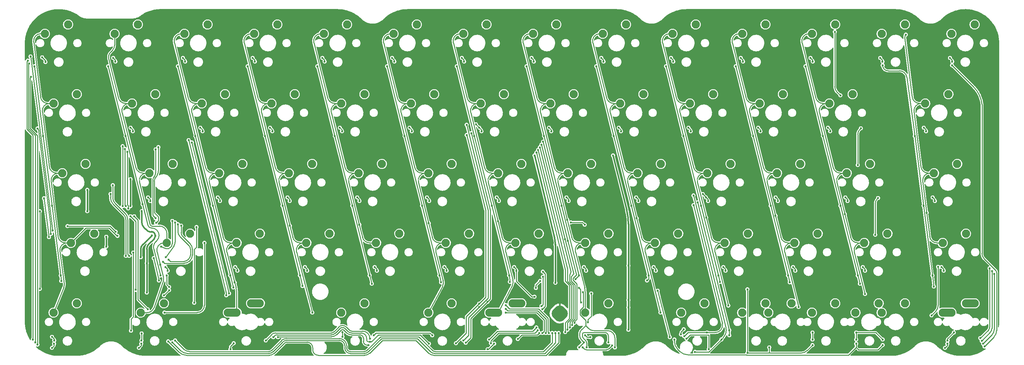
<source format=gbr>
%TF.GenerationSoftware,KiCad,Pcbnew,(6.0.5)*%
%TF.CreationDate,2022-07-14T21:57:25-04:00*%
%TF.ProjectId,bd64pcb,62643634-7063-4622-9e6b-696361645f70,rev?*%
%TF.SameCoordinates,Original*%
%TF.FileFunction,Copper,L1,Top*%
%TF.FilePolarity,Positive*%
%FSLAX46Y46*%
G04 Gerber Fmt 4.6, Leading zero omitted, Abs format (unit mm)*
G04 Created by KiCad (PCBNEW (6.0.5)) date 2022-07-14 21:57:26*
%MOMM*%
%LPD*%
G01*
G04 APERTURE LIST*
G04 Aperture macros list*
%AMRoundRect*
0 Rectangle with rounded corners*
0 $1 Rounding radius*
0 $2 $3 $4 $5 $6 $7 $8 $9 X,Y pos of 4 corners*
0 Add a 4 corners polygon primitive as box body*
4,1,4,$2,$3,$4,$5,$6,$7,$8,$9,$2,$3,0*
0 Add four circle primitives for the rounded corners*
1,1,$1+$1,$2,$3*
1,1,$1+$1,$4,$5*
1,1,$1+$1,$6,$7*
1,1,$1+$1,$8,$9*
0 Add four rect primitives between the rounded corners*
20,1,$1+$1,$2,$3,$4,$5,0*
20,1,$1+$1,$4,$5,$6,$7,0*
20,1,$1+$1,$6,$7,$8,$9,0*
20,1,$1+$1,$8,$9,$2,$3,0*%
%AMFreePoly0*
4,1,24,1.200000,-1.125000,0.000000,-1.125000,0.000000,-1.121145,-0.146842,-1.115375,-0.347644,-1.069939,-0.536804,-0.988669,-0.707985,-0.874289,-0.855457,-0.730629,-0.974279,-0.562500,-1.060472,-0.375533,-1.111149,-0.175989,-1.124614,0.029449,-1.100416,0.233901,-1.039364,0.430519,-0.943504,0.612719,-0.816046,0.774399,-0.661258,0.910144,-0.484325,1.015408,-0.291171,1.086667,-0.088266,1.121532,
0.000000,1.120376,0.000000,1.125000,1.200000,1.125000,1.200000,-1.125000,1.200000,-1.125000,$1*%
G04 Aperture macros list end*
%TA.AperFunction,ComponentPad*%
%ADD10C,2.250000*%
%TD*%
%TA.AperFunction,ComponentPad*%
%ADD11FreePoly0,0.000000*%
%TD*%
%TA.AperFunction,ComponentPad*%
%ADD12FreePoly0,180.000000*%
%TD*%
%TA.AperFunction,ComponentPad*%
%ADD13RoundRect,1.500000X0.000000X-0.707107X0.707107X0.000000X0.000000X0.707107X-0.707107X0.000000X0*%
%TD*%
%TA.AperFunction,ViaPad*%
%ADD14C,0.600000*%
%TD*%
%TA.AperFunction,Conductor*%
%ADD15C,0.381000*%
%TD*%
%TA.AperFunction,Conductor*%
%ADD16C,0.250000*%
%TD*%
G04 APERTURE END LIST*
D10*
%TO.P,MX1,1,COL*%
%TO.N,col0*%
X20796250Y-49053750D03*
%TO.P,MX1,2,ROW*%
%TO.N,Net-(D1-Pad2)*%
X27146250Y-46513750D03*
%TD*%
%TO.P,MX2,1,COL*%
%TO.N,col1*%
X39846250Y-49053750D03*
%TO.P,MX2,2,ROW*%
%TO.N,Net-(D2-Pad2)*%
X46196250Y-46513750D03*
%TD*%
%TO.P,MX4,1,COL*%
%TO.N,col3*%
X77946250Y-49053750D03*
%TO.P,MX4,2,ROW*%
%TO.N,Net-(D4-Pad2)*%
X84296250Y-46513750D03*
%TD*%
%TO.P,MX10,1,COL*%
%TO.N,col9*%
X192246250Y-49053750D03*
%TO.P,MX10,2,ROW*%
%TO.N,Net-(D10-Pad2)*%
X198596250Y-46513750D03*
%TD*%
%TO.P,MX11,1,COL*%
%TO.N,col10*%
X211296250Y-49053750D03*
%TO.P,MX11,2,ROW*%
%TO.N,Net-(D11-Pad2)*%
X217646250Y-46513750D03*
%TD*%
%TO.P,MX12,1,COL*%
%TO.N,col11*%
X230346250Y-49053750D03*
%TO.P,MX12,2,ROW*%
%TO.N,Net-(D12-Pad2)*%
X236696250Y-46513750D03*
%TD*%
%TO.P,MX13,1,COL*%
%TO.N,col12*%
X249396250Y-49053750D03*
%TO.P,MX13,2,ROW*%
%TO.N,Net-(D13-Pad2)*%
X255746250Y-46513750D03*
%TD*%
%TO.P,MX14,1,COL*%
%TO.N,col12*%
X268446250Y-49053750D03*
%TO.P,MX14,2,ROW*%
%TO.N,Net-(D14-Pad2)*%
X274796250Y-46513750D03*
%TD*%
%TO.P,MX15,1,COL*%
%TO.N,col0*%
X23177500Y-68103750D03*
%TO.P,MX15,2,ROW*%
%TO.N,Net-(D15-Pad2)*%
X29527500Y-65563750D03*
%TD*%
%TO.P,MX16,1,COL*%
%TO.N,col1*%
X44608750Y-68103750D03*
%TO.P,MX16,2,ROW*%
%TO.N,Net-(D16-Pad2)*%
X50958750Y-65563750D03*
%TD*%
%TO.P,MX17,1,COL*%
%TO.N,col2*%
X63658750Y-68103750D03*
%TO.P,MX17,2,ROW*%
%TO.N,Net-(D17-Pad2)*%
X70008750Y-65563750D03*
%TD*%
%TO.P,MX18,1,COL*%
%TO.N,col3*%
X82708750Y-68103750D03*
%TO.P,MX18,2,ROW*%
%TO.N,Net-(D18-Pad2)*%
X89058750Y-65563750D03*
%TD*%
%TO.P,MX19,1,COL*%
%TO.N,col4*%
X101758750Y-68103750D03*
%TO.P,MX19,2,ROW*%
%TO.N,Net-(D19-Pad2)*%
X108108750Y-65563750D03*
%TD*%
%TO.P,MX20,1,COL*%
%TO.N,col5*%
X120808750Y-68103750D03*
%TO.P,MX20,2,ROW*%
%TO.N,Net-(D20-Pad2)*%
X127158750Y-65563750D03*
%TD*%
%TO.P,MX25,1,COL*%
%TO.N,col10*%
X216058750Y-68103750D03*
%TO.P,MX25,2,ROW*%
%TO.N,Net-(D25-Pad2)*%
X222408750Y-65563750D03*
%TD*%
%TO.P,MX26,1,COL*%
%TO.N,col11*%
X235108750Y-68103750D03*
%TO.P,MX26,2,ROW*%
%TO.N,Net-(D26-Pad2)*%
X241458750Y-65563750D03*
%TD*%
%TO.P,MX28,1,COL*%
%TO.N,col0*%
X25558750Y-87153750D03*
%TO.P,MX28,2,ROW*%
%TO.N,Net-(D28-Pad2)*%
X31908750Y-84613750D03*
%TD*%
%TO.P,MX29,1,COL*%
%TO.N,col1*%
X49371250Y-87153750D03*
%TO.P,MX29,2,ROW*%
%TO.N,Net-(D29-Pad2)*%
X55721250Y-84613750D03*
%TD*%
%TO.P,MX37,1,COL*%
%TO.N,col9*%
X201771250Y-87153750D03*
%TO.P,MX37,2,ROW*%
%TO.N,Net-(D37-Pad2)*%
X208121250Y-84613750D03*
%TD*%
%TO.P,MX38,1,COL*%
%TO.N,col10*%
X220821250Y-87153750D03*
%TO.P,MX38,2,ROW*%
%TO.N,Net-(D38-Pad2)*%
X227171250Y-84613750D03*
%TD*%
%TO.P,MX39,1,COL*%
%TO.N,col11*%
X239871250Y-87153750D03*
%TO.P,MX39,2,ROW*%
%TO.N,Net-(D39-Pad2)*%
X246221250Y-84613750D03*
%TD*%
%TO.P,MX40,1,COL*%
%TO.N,col12*%
X263683750Y-87153750D03*
%TO.P,MX40,2,ROW*%
%TO.N,Net-(D40-Pad2)*%
X270033750Y-84613750D03*
%TD*%
%TO.P,MX41,1,COL*%
%TO.N,col0*%
X27940000Y-106203750D03*
%TO.P,MX41,2,ROW*%
%TO.N,Net-(D41-Pad2)*%
X34290000Y-103663750D03*
%TD*%
%TO.P,MX42,1,COL*%
%TO.N,col1*%
X54133750Y-106203750D03*
%TO.P,MX42,2,ROW*%
%TO.N,Net-(D42-Pad2)*%
X60483750Y-103663750D03*
%TD*%
%TO.P,MX43,1,COL*%
%TO.N,col2*%
X73183750Y-106203750D03*
%TO.P,MX43,2,ROW*%
%TO.N,Net-(D43-Pad2)*%
X79533750Y-103663750D03*
%TD*%
%TO.P,MX44,1,COL*%
%TO.N,col3*%
X92233750Y-106203750D03*
%TO.P,MX44,2,ROW*%
%TO.N,Net-(D44-Pad2)*%
X98583750Y-103663750D03*
%TD*%
%TO.P,MX45,1,COL*%
%TO.N,col4*%
X111283750Y-106203750D03*
%TO.P,MX45,2,ROW*%
%TO.N,Net-(D45-Pad2)*%
X117633750Y-103663750D03*
%TD*%
%TO.P,MX46,1,COL*%
%TO.N,col5*%
X130333750Y-106203750D03*
%TO.P,MX46,2,ROW*%
%TO.N,Net-(D46-Pad2)*%
X136683750Y-103663750D03*
%TD*%
%TO.P,MX47,1,COL*%
%TO.N,col6*%
X149383750Y-106203750D03*
%TO.P,MX47,2,ROW*%
%TO.N,Net-(D47-Pad2)*%
X155733750Y-103663750D03*
%TD*%
%TO.P,MX48,1,COL*%
%TO.N,col7*%
X168433750Y-106203750D03*
%TO.P,MX48,2,ROW*%
%TO.N,Net-(D48-Pad2)*%
X174783750Y-103663750D03*
%TD*%
%TO.P,MX49,1,COL*%
%TO.N,col8*%
X187483750Y-106203750D03*
%TO.P,MX49,2,ROW*%
%TO.N,Net-(D49-Pad2)*%
X193833750Y-103663750D03*
%TD*%
%TO.P,MX50,1,COL*%
%TO.N,col9*%
X206533750Y-106203750D03*
%TO.P,MX50,2,ROW*%
%TO.N,Net-(D50-Pad2)*%
X212883750Y-103663750D03*
%TD*%
%TO.P,MX51,1,COL*%
%TO.N,col10*%
X225583750Y-106203750D03*
%TO.P,MX51,2,ROW*%
%TO.N,Net-(D51-Pad2)*%
X231933750Y-103663750D03*
%TD*%
%TO.P,MX52,1,COL*%
%TO.N,col11*%
X244633750Y-106203750D03*
%TO.P,MX52,2,ROW*%
%TO.N,Net-(D52-Pad2)*%
X250983750Y-103663750D03*
%TD*%
%TO.P,MX54,1,COL*%
%TO.N,col0*%
X23177500Y-125253750D03*
%TO.P,MX54,2,ROW*%
%TO.N,Net-(D54-Pad2)*%
X29527500Y-122713750D03*
%TD*%
%TO.P,MX55,1,COL*%
%TO.N,col1*%
X46990000Y-125253750D03*
%TO.P,MX55,2,ROW*%
%TO.N,Net-(D55-Pad2)*%
X53340000Y-122713750D03*
%TD*%
D11*
%TO.P,MX56,1,COL*%
%TO.N,col2*%
X70802500Y-125253750D03*
D12*
X73183750Y-125253750D03*
%TO.P,MX56,2,ROW*%
%TO.N,Net-(D56-Pad2)*%
X79533750Y-122713750D03*
D11*
X77152500Y-122713750D03*
%TD*%
D10*
%TO.P,MX57,1,COL*%
%TO.N,col3*%
X101758750Y-125253750D03*
%TO.P,MX57,2,ROW*%
%TO.N,Net-(D57-Pad2)*%
X108108750Y-122713750D03*
%TD*%
%TO.P,MX58,1,COL*%
%TO.N,col5*%
X125571250Y-125253750D03*
%TO.P,MX58,2,ROW*%
%TO.N,Net-(D58-Pad2)*%
X131921250Y-122713750D03*
%TD*%
D11*
%TO.P,MX59,1,COL*%
%TO.N,col6*%
X142240000Y-125253750D03*
D12*
X144621250Y-125253750D03*
D11*
%TO.P,MX59,2,ROW*%
%TO.N,Net-(D59-Pad2)*%
X148590000Y-122713750D03*
D12*
X150971250Y-122713750D03*
%TD*%
D10*
%TO.P,MX60,1,COL*%
%TO.N,col7*%
X168433750Y-125253750D03*
%TO.P,MX60,2,ROW*%
%TO.N,Net-(D60-Pad2)*%
X174783750Y-122713750D03*
%TD*%
%TO.P,MX61,1,COL*%
%TO.N,col8*%
X194627500Y-125253750D03*
X211294600Y-125253150D03*
%TO.P,MX61,2,ROW*%
%TO.N,Net-(D61-Pad2)*%
X217644600Y-122713150D03*
X200977500Y-122713750D03*
%TD*%
%TO.P,MX62,1,COL*%
%TO.N,col9*%
X230344900Y-125253150D03*
X218440000Y-125253750D03*
%TO.P,MX62,2,ROW*%
%TO.N,Net-(D62-Pad2)*%
X224790000Y-122713750D03*
X236694900Y-122713150D03*
%TD*%
%TO.P,MX63,1,COL*%
%TO.N,col10*%
X249395200Y-125253750D03*
X242252500Y-125253750D03*
%TO.P,MX63,2,ROW*%
%TO.N,Net-(D63-Pad2)*%
X248602500Y-122713750D03*
X255745200Y-122713750D03*
%TD*%
D12*
%TO.P,MX64,1,COL*%
%TO.N,col11*%
X268446250Y-125253750D03*
D11*
X266065000Y-125253750D03*
%TO.P,MX64,2,ROW*%
%TO.N,Net-(D64-Pad2)*%
X272415000Y-122713750D03*
D12*
X274796250Y-122713750D03*
%TD*%
D10*
%TO.P,MX30,1,COL*%
%TO.N,col2*%
X68421250Y-87153750D03*
%TO.P,MX30,2,ROW*%
%TO.N,Net-(D30-Pad2)*%
X74771250Y-84613750D03*
%TD*%
%TO.P,MX36,1,COL*%
%TO.N,col8*%
X182721250Y-87153750D03*
%TO.P,MX36,2,ROW*%
%TO.N,Net-(D36-Pad2)*%
X189071250Y-84613750D03*
%TD*%
%TO.P,MX35,1,COL*%
%TO.N,col7*%
X163671250Y-87153750D03*
%TO.P,MX35,2,ROW*%
%TO.N,Net-(D35-Pad2)*%
X170021250Y-84613750D03*
%TD*%
%TO.P,MX34,1,COL*%
%TO.N,col6*%
X144621250Y-87153750D03*
%TO.P,MX34,2,ROW*%
%TO.N,Net-(D34-Pad2)*%
X150971250Y-84613750D03*
%TD*%
%TO.P,MX33,1,COL*%
%TO.N,col5*%
X125571250Y-87153750D03*
%TO.P,MX33,2,ROW*%
%TO.N,Net-(D33-Pad2)*%
X131921250Y-84613750D03*
%TD*%
%TO.P,MX32,1,COL*%
%TO.N,col4*%
X106521250Y-87153750D03*
%TO.P,MX32,2,ROW*%
%TO.N,Net-(D32-Pad2)*%
X112871250Y-84613750D03*
%TD*%
%TO.P,MX31,1,COL*%
%TO.N,col3*%
X87471250Y-87153750D03*
%TO.P,MX31,2,ROW*%
%TO.N,Net-(D31-Pad2)*%
X93821250Y-84613750D03*
%TD*%
%TO.P,MX23,1,COL*%
%TO.N,col8*%
X177958750Y-68103750D03*
%TO.P,MX23,2,ROW*%
%TO.N,Net-(D23-Pad2)*%
X184308750Y-65563750D03*
%TD*%
%TO.P,MX22,1,COL*%
%TO.N,col7*%
X158908750Y-68103750D03*
%TO.P,MX22,2,ROW*%
%TO.N,Net-(D22-Pad2)*%
X165258750Y-65563750D03*
%TD*%
%TO.P,MX21,1,COL*%
%TO.N,col6*%
X139858750Y-68103750D03*
%TO.P,MX21,2,ROW*%
%TO.N,Net-(D21-Pad2)*%
X146208750Y-65563750D03*
%TD*%
%TO.P,MX5,1,COL*%
%TO.N,col4*%
X96996250Y-49053750D03*
%TO.P,MX5,2,ROW*%
%TO.N,Net-(D5-Pad2)*%
X103346250Y-46513750D03*
%TD*%
%TO.P,MX9,1,COL*%
%TO.N,col8*%
X173196250Y-49053750D03*
%TO.P,MX9,2,ROW*%
%TO.N,Net-(D9-Pad2)*%
X179546250Y-46513750D03*
%TD*%
%TO.P,MX24,1,COL*%
%TO.N,col9*%
X197008750Y-68103750D03*
%TO.P,MX24,2,ROW*%
%TO.N,Net-(D24-Pad2)*%
X203358750Y-65563750D03*
%TD*%
%TO.P,MX7,1,COL*%
%TO.N,col6*%
X135096250Y-49053750D03*
%TO.P,MX7,2,ROW*%
%TO.N,Net-(D7-Pad2)*%
X141446250Y-46513750D03*
%TD*%
%TO.P,MX6,1,COL*%
%TO.N,col5*%
X116046250Y-49053750D03*
%TO.P,MX6,2,ROW*%
%TO.N,Net-(D6-Pad2)*%
X122396250Y-46513750D03*
%TD*%
%TO.P,MX8,1,COL*%
%TO.N,col7*%
X154146250Y-49053750D03*
%TO.P,MX8,2,ROW*%
%TO.N,Net-(D8-Pad2)*%
X160496250Y-46513750D03*
%TD*%
%TO.P,MX53,1,COL*%
%TO.N,col12*%
X266065000Y-106203750D03*
%TO.P,MX53,2,ROW*%
%TO.N,Net-(D53-Pad2)*%
X272415000Y-103663750D03*
%TD*%
%TO.P,MX3,1,COL*%
%TO.N,col2*%
X58896250Y-49053750D03*
%TO.P,MX3,2,ROW*%
%TO.N,Net-(D3-Pad2)*%
X65246250Y-46513750D03*
%TD*%
%TO.P,MX27,1,COL*%
%TO.N,col12*%
X261302500Y-68103750D03*
%TO.P,MX27,2,ROW*%
%TO.N,Net-(D27-Pad2)*%
X267652500Y-65563750D03*
%TD*%
D13*
%TO.P,U2,49,GND*%
%TO.N,GND*%
X161417000Y-125476000D03*
%TD*%
D14*
%TO.N,GND*%
X37084000Y-77089000D03*
X76993750Y-70643750D03*
X181229000Y-108712000D03*
X204787500Y-51593750D03*
X210343750Y-70643750D03*
X115093750Y-70643750D03*
X37846000Y-93218000D03*
X262731250Y-51593750D03*
X255587500Y-89693750D03*
X177800000Y-86360000D03*
X33528000Y-74295000D03*
X45085000Y-96774000D03*
X39370000Y-81534000D03*
X182118000Y-119761000D03*
X223837500Y-51593750D03*
X86518750Y-108743750D03*
X243681250Y-51593750D03*
X53181250Y-51593750D03*
X170815000Y-99949000D03*
X129381250Y-51593750D03*
X62706250Y-127793750D03*
X57943750Y-70643750D03*
X44323000Y-116078000D03*
X176212500Y-89693750D03*
X96043750Y-70643750D03*
X124618750Y-108743750D03*
X215106250Y-89693750D03*
X100806250Y-89693750D03*
X196056250Y-89693750D03*
X191293750Y-70643750D03*
X258762500Y-108743750D03*
X36576000Y-96266000D03*
X211931250Y-127793750D03*
X38893750Y-127793750D03*
X143668750Y-108743750D03*
X20066000Y-127793750D03*
X117475000Y-127793750D03*
X167481250Y-51593750D03*
X165735000Y-99949000D03*
X38705000Y-77754000D03*
X37306250Y-70643750D03*
X181252629Y-100052371D03*
X238918750Y-108743750D03*
X39116000Y-96266000D03*
X35306000Y-96266000D03*
X33020000Y-77089000D03*
X110331250Y-51593750D03*
X81756250Y-89693750D03*
X119856250Y-89693750D03*
X200025000Y-108743750D03*
X40132000Y-93218000D03*
X280193750Y-70643750D03*
X186531250Y-51593750D03*
X105568750Y-108743750D03*
X35560000Y-77089000D03*
X42037000Y-110871000D03*
X161417000Y-119507000D03*
X41275000Y-93218000D03*
X90487500Y-51593750D03*
X36703000Y-93218000D03*
X66675000Y-108743750D03*
X171450000Y-70643750D03*
X153193750Y-70643750D03*
X61722000Y-89693750D03*
X185737500Y-127793750D03*
X38608000Y-74295000D03*
X35179000Y-74295000D03*
X134143750Y-70643750D03*
X280193750Y-108743750D03*
X20066000Y-108743750D03*
X182118000Y-112395000D03*
X229393750Y-70643750D03*
X71437500Y-51593750D03*
X91281250Y-127793750D03*
X17462500Y-70643750D03*
X280193750Y-51593750D03*
X252412500Y-70643750D03*
X37846000Y-96266000D03*
X35306000Y-93218000D03*
X40259000Y-74295000D03*
X234156250Y-89693750D03*
X45085000Y-89662000D03*
X16668750Y-51593750D03*
X275431250Y-125412500D03*
X219868750Y-108743750D03*
X261937500Y-128587500D03*
X36830000Y-74295000D03*
X148431250Y-51593750D03*
%TO.N,+5V*%
X170053000Y-120015000D03*
X156083000Y-116586000D03*
X176022000Y-82296000D03*
X47280751Y-97499249D03*
X32385000Y-91694000D03*
X37592000Y-104521000D03*
X167259000Y-122428000D03*
X44196000Y-96139000D03*
X180213000Y-121793000D03*
X160274000Y-106628055D03*
X180213000Y-129921000D03*
X154559000Y-82296000D03*
X166680500Y-118491000D03*
X37592000Y-107188000D03*
X46990000Y-110109000D03*
X48641000Y-119761000D03*
X180213000Y-123825000D03*
X180213000Y-112395000D03*
X44196000Y-88773000D03*
X48641000Y-111760000D03*
X32385000Y-97536000D03*
X169164000Y-127889000D03*
X154940000Y-118491000D03*
X160274000Y-117094000D03*
X50038000Y-104140000D03*
%TO.N,Net-(R3-Pad1)*%
X26987500Y-101600000D03*
X40132000Y-103124000D03*
%TO.N,row0*%
X16891000Y-55245000D03*
X22963637Y-102846637D03*
%TO.N,row1*%
X22450436Y-103730436D03*
X236601000Y-48514000D03*
X238125000Y-65881250D03*
X18796000Y-74930000D03*
%TO.N,row2*%
X242887500Y-84931250D03*
X243722976Y-74873500D03*
X20574000Y-93980000D03*
X21923576Y-104600576D03*
%TO.N,row3*%
X247650000Y-103981250D03*
X248419981Y-93923500D03*
%TO.N,row4*%
X44958000Y-108839000D03*
X44323000Y-130175000D03*
X264833893Y-112737107D03*
X263017000Y-125984000D03*
%TO.N,SW1*%
X54483000Y-133096000D03*
X16510000Y-57150000D03*
X161163000Y-130810000D03*
X18161000Y-133350000D03*
%TO.N,SW2*%
X17018000Y-60833000D03*
X18796000Y-133985000D03*
X55626000Y-133350000D03*
X160274000Y-130810000D03*
%TO.N,SW3*%
X229960668Y-55653168D03*
X268668500Y-56642000D03*
X153760668Y-55653168D03*
X59118500Y-56642000D03*
X135318500Y-56642000D03*
X16129000Y-56388000D03*
X22760510Y-131853168D03*
X20955000Y-56769000D03*
X58510668Y-55653168D03*
X78168500Y-56642000D03*
X47244000Y-130937000D03*
X230568500Y-56642000D03*
X17526000Y-132588000D03*
X268060668Y-55653168D03*
X172810668Y-55653168D03*
X159385000Y-130810000D03*
X47180500Y-132842000D03*
X39460668Y-55653168D03*
X249010668Y-55653168D03*
X191860668Y-55653168D03*
X154368500Y-56642000D03*
X77560668Y-55653168D03*
X96610668Y-55653168D03*
X173418500Y-56642000D03*
X40068500Y-56642000D03*
X115660668Y-55653168D03*
X210910668Y-55653168D03*
X97218500Y-56642000D03*
X20066000Y-55499000D03*
X134710668Y-55653168D03*
X211518500Y-56642000D03*
X249618500Y-56642000D03*
X23368342Y-132842000D03*
X192468500Y-56642000D03*
X116268500Y-56642000D03*
X56388000Y-132842000D03*
%TO.N,CS1*%
X25273000Y-116586000D03*
X20320000Y-76993750D03*
X25146000Y-115093750D03*
X17907000Y-57943750D03*
X53340000Y-120523000D03*
X54737000Y-119126000D03*
X22733000Y-96043750D03*
%TO.N,CS2*%
X47498000Y-95631000D03*
X54070250Y-115093750D03*
X52387500Y-115093750D03*
X54737000Y-118237000D03*
X42862500Y-76993750D03*
X38100000Y-57943750D03*
%TO.N,CS3*%
X72263000Y-118364000D03*
X61912500Y-76993750D03*
X57150000Y-57943750D03*
X66675000Y-96043750D03*
X71437500Y-115093750D03*
%TO.N,CS4*%
X80962500Y-76993750D03*
X91186000Y-117983000D03*
X85725000Y-96043750D03*
X90487500Y-115093750D03*
X76200000Y-57943750D03*
%TO.N,CS5*%
X95250000Y-57943750D03*
X110109000Y-117348000D03*
X104775000Y-96043750D03*
X109537500Y-115093750D03*
X100012500Y-76993750D03*
%TO.N,CS6*%
X123825000Y-96043750D03*
X129032000Y-116967000D03*
X119062500Y-76993750D03*
X114300000Y-57943750D03*
X128587500Y-115093750D03*
%TO.N,CS7*%
X138112500Y-76993750D03*
X147828000Y-116840000D03*
X133350000Y-57943750D03*
X147637500Y-115093750D03*
X142875000Y-96043750D03*
%TO.N,CS8*%
X157162500Y-76993750D03*
X166687500Y-115093750D03*
X165735000Y-116078000D03*
X161925000Y-96043750D03*
X152400000Y-57943750D03*
%TO.N,CS9*%
X171450000Y-57943750D03*
X185737500Y-115093750D03*
X176212500Y-76993750D03*
X180975000Y-96043750D03*
X185293000Y-116459000D03*
%TO.N,CS10*%
X200025000Y-96043750D03*
X195262500Y-76993750D03*
X204787500Y-115093750D03*
X205232000Y-116840000D03*
X190500000Y-57943750D03*
%TO.N,CS11*%
X224282000Y-116967000D03*
X223837500Y-115093750D03*
X219075000Y-96043750D03*
X214312500Y-76993750D03*
X209550000Y-57943750D03*
%TO.N,CS12*%
X242887500Y-115093750D03*
X233362500Y-76993750D03*
X238125000Y-96043750D03*
X243459000Y-117348000D03*
X228600000Y-57943750D03*
%TO.N,CS13*%
X249682000Y-57658000D03*
X258445000Y-76993750D03*
X263271000Y-115093750D03*
X260858000Y-96043750D03*
X263652000Y-118110000D03*
%TO.N,CS14*%
X212725000Y-118872000D03*
X143541750Y-133731000D03*
X141763750Y-135255000D03*
X72390000Y-133604000D03*
X277495000Y-134493000D03*
X230505000Y-134112000D03*
X268605000Y-57658000D03*
X71501000Y-135255000D03*
X212725000Y-136271000D03*
X218694000Y-134747000D03*
%TO.N,CS15*%
X242443000Y-133731000D03*
X23304842Y-133731000D03*
X249682000Y-134112000D03*
X176530000Y-134747000D03*
X167767000Y-119634000D03*
X168021000Y-133350000D03*
X22733000Y-134874000D03*
X109220000Y-134112000D03*
X192786000Y-132588000D03*
X84455000Y-131953000D03*
X166751000Y-134747000D03*
%TO.N,CS16*%
X202165838Y-135236838D03*
X46482000Y-134874000D03*
X47117000Y-133731000D03*
X188214000Y-119253000D03*
X267335000Y-133731000D03*
X266700000Y-134874000D03*
X83185000Y-131953000D03*
X175768000Y-134239000D03*
X125730000Y-133731000D03*
X191516000Y-131953000D03*
X196088000Y-132334000D03*
X167739753Y-134774247D03*
X109601000Y-133223000D03*
%TO.N,SW4*%
X141732000Y-122301000D03*
X158496000Y-130810000D03*
X126619000Y-131445000D03*
X135763000Y-133477000D03*
X110617000Y-131445000D03*
X146685000Y-123190000D03*
X137287000Y-76200000D03*
%TO.N,SW5*%
X146685000Y-124206000D03*
X109601000Y-132334000D03*
X133096000Y-133604000D03*
X139446000Y-122809000D03*
X136017000Y-76708000D03*
X81153000Y-132842000D03*
X157607000Y-130810000D03*
%TO.N,SW6*%
X177573168Y-74703168D03*
X44223168Y-74703168D03*
X158523168Y-74703168D03*
X121031000Y-75692000D03*
X63881000Y-75692000D03*
X101981000Y-75692000D03*
X235331000Y-75692000D03*
X234723168Y-74703168D03*
X82323168Y-74703168D03*
X196623168Y-74703168D03*
X136017000Y-73914000D03*
X135128000Y-132842000D03*
X156718000Y-130810000D03*
X102108000Y-130556000D03*
X159131000Y-75692000D03*
X63273168Y-74703168D03*
X102108000Y-131826000D03*
X140081000Y-75692000D03*
X82931000Y-75692000D03*
X146685000Y-125222000D03*
X139473168Y-74703168D03*
X44831000Y-75692000D03*
X197231000Y-75692000D03*
X216281000Y-75692000D03*
X215673168Y-74703168D03*
X138557000Y-73787000D03*
X139446000Y-123698000D03*
X120423168Y-74703168D03*
X101373168Y-74703168D03*
X261524750Y-75692000D03*
X178181000Y-75692000D03*
X260916918Y-74703168D03*
%TO.N,SW7*%
X199136000Y-95123000D03*
X149987000Y-132461000D03*
X195326000Y-129794000D03*
X194564000Y-131191000D03*
X155829000Y-130810000D03*
X207772000Y-131445000D03*
X207772000Y-130048000D03*
%TO.N,SW8*%
X155448000Y-130048000D03*
X195453000Y-131699000D03*
X197993000Y-95885000D03*
X142652750Y-133604000D03*
X174752000Y-133389502D03*
X201676000Y-130683000D03*
X168783000Y-134747000D03*
%TO.N,SW9*%
X68643500Y-94742000D03*
X87693500Y-94742000D03*
X155067000Y-129286000D03*
X106135668Y-93753168D03*
X169799000Y-131953000D03*
X48985668Y-93753168D03*
X239485668Y-93753168D03*
X220435668Y-93753168D03*
X168397418Y-131440418D03*
X125185668Y-93753168D03*
X240093500Y-94742000D03*
X87085668Y-93753168D03*
X200533000Y-92837000D03*
X197993000Y-93218000D03*
X198414000Y-135977000D03*
X68035668Y-93753168D03*
X144235668Y-93753168D03*
X49593500Y-94742000D03*
X163285668Y-93753168D03*
X106743500Y-94742000D03*
X142144750Y-132588000D03*
X263937750Y-94742000D03*
X263329918Y-93753168D03*
X144843500Y-94742000D03*
X182943500Y-94742000D03*
X221043500Y-94742000D03*
X182335668Y-93753168D03*
X201385668Y-93753168D03*
X205613000Y-132588000D03*
X201993500Y-94742000D03*
X163893500Y-94742000D03*
X125793500Y-94742000D03*
%TO.N,SW10*%
X279527000Y-113919000D03*
X156845000Y-114046000D03*
X156718000Y-124333000D03*
X276733000Y-132969000D03*
%TO.N,SW11*%
X156464000Y-123444000D03*
X156845000Y-115443000D03*
X280162000Y-114681000D03*
X277114000Y-133731000D03*
%TO.N,SW12*%
X53748168Y-112803168D03*
X242443000Y-130683000D03*
X267398500Y-132842000D03*
X187098168Y-112803168D03*
X276352000Y-132207000D03*
X111506000Y-113792000D03*
X154559000Y-120904000D03*
X265742918Y-112803168D03*
X129948168Y-112803168D03*
X225198168Y-112803168D03*
X110898168Y-112803168D03*
X242443000Y-132588000D03*
X278892000Y-113157000D03*
X269113000Y-130683000D03*
X149606000Y-113792000D03*
X266350750Y-113792000D03*
X54356000Y-113792000D03*
X168048168Y-112803168D03*
X244856000Y-113792000D03*
X187706000Y-113792000D03*
X130556000Y-113792000D03*
X92456000Y-113792000D03*
X168656000Y-113792000D03*
X230505000Y-130683000D03*
X225806000Y-113792000D03*
X148998168Y-112803168D03*
X72798168Y-112803168D03*
X91848168Y-112803168D03*
X244248168Y-112803168D03*
X249682000Y-132588000D03*
X206148168Y-112803168D03*
X230505000Y-132588000D03*
X73406000Y-113792000D03*
X206756000Y-113792000D03*
%TO.N,col0*%
X40640000Y-104267000D03*
%TO.N,col1*%
X52337838Y-112154838D03*
%TO.N,col2*%
X50546000Y-110363000D03*
X72661162Y-116984162D03*
X51943000Y-116459000D03*
%TO.N,col3*%
X53086000Y-111379000D03*
X93853000Y-125222000D03*
X58039000Y-101473000D03*
X87731600Y-101498400D03*
%TO.N,col4*%
X57150000Y-101092000D03*
X54610000Y-110744000D03*
X106705400Y-101193600D03*
%TO.N,col5*%
X53848000Y-110109000D03*
X125653800Y-100787200D03*
X56388000Y-100584000D03*
%TO.N,col6*%
X52578000Y-107188000D03*
X144576800Y-100279200D03*
X55626000Y-100203000D03*
%TO.N,col7*%
X163525200Y-99872800D03*
%TO.N,col8*%
X182473600Y-99466400D03*
X188976000Y-125222000D03*
%TO.N,col9*%
X207518000Y-123317000D03*
X201472800Y-99263200D03*
%TO.N,col10*%
X220395800Y-98755200D03*
X226695000Y-123698000D03*
%TO.N,col11*%
X244856000Y-120142000D03*
X239344200Y-98348800D03*
%TO.N,col12*%
X261704667Y-97959333D03*
X256002489Y-49276000D03*
%TO.N,HWB*%
X19431000Y-97536000D03*
X19431000Y-118745000D03*
X53467000Y-125222000D03*
X64389000Y-106172000D03*
%TO.N,Net-(R4-Pad1)*%
X42926000Y-109728000D03*
X38735000Y-92837000D03*
%TO.N,INTB*%
X164211000Y-129286000D03*
X156005230Y-80087770D03*
X43307000Y-81280000D03*
X43561000Y-96774000D03*
%TO.N,SCL*%
X71120000Y-120015000D03*
X42672000Y-80518000D03*
X156462945Y-79376055D03*
X162896673Y-105200327D03*
X60960000Y-78740000D03*
X42907838Y-96157162D03*
X164846000Y-128651000D03*
%TO.N,SDA*%
X70358000Y-120523000D03*
X156895800Y-78562200D03*
X42037000Y-96139000D03*
X42037000Y-79756000D03*
X165481000Y-128016000D03*
X163652200Y-105587800D03*
X60071000Y-78105000D03*
%TO.N,Net-(R8-Pad1)*%
X39370000Y-90424000D03*
X43815000Y-109728000D03*
%TO.N,IICRST*%
X51054000Y-99441000D03*
X162941000Y-130556000D03*
X155079337Y-81521663D03*
X51054000Y-80645000D03*
%TO.N,SDB*%
X51181000Y-100711000D03*
X163576000Y-129921000D03*
X51816000Y-80010000D03*
X155543250Y-80803750D03*
%TO.N,LVIB*%
X44196000Y-98933000D03*
X45593000Y-118999000D03*
%TO.N,CVIB*%
X62230000Y-101854000D03*
X164465000Y-100584000D03*
X61595000Y-122555000D03*
X168275000Y-101219000D03*
X48895000Y-124333000D03*
X45212000Y-98933000D03*
%TD*%
D15*
%TO.N,GND*%
X165735000Y-99949000D02*
X170815000Y-99949000D01*
X39370000Y-78419000D02*
X38705000Y-77754000D01*
X161417000Y-119507000D02*
X161417000Y-125476000D01*
X44323000Y-116078000D02*
X44323000Y-113157000D01*
X39370000Y-81534000D02*
X39370000Y-78419000D01*
X44323000Y-113157000D02*
X42037000Y-110871000D01*
X182118000Y-105470193D02*
X182118000Y-112395000D01*
X45085000Y-96774000D02*
X45085000Y-89662000D01*
X177800000Y-86360000D02*
X181252629Y-100052371D01*
X182118000Y-112395000D02*
X182118000Y-119761000D01*
X181252629Y-100052371D02*
X181642426Y-101598218D01*
X182118004Y-105470193D02*
G75*
G03*
X181642426Y-101598218I-15999904J-7D01*
G01*
%TO.N,+5V*%
X32385000Y-91694000D02*
X32385000Y-97536000D01*
X46990000Y-108016427D02*
X46990000Y-110109000D01*
D16*
X170053000Y-126238000D02*
X169164000Y-127127000D01*
D15*
X180213000Y-121793000D02*
X180213000Y-115951000D01*
X48729107Y-102831107D02*
X47866537Y-101968537D01*
D16*
X169164000Y-127127000D02*
X169164000Y-127889000D01*
D15*
X49135640Y-106569260D02*
X50634107Y-105070793D01*
X180213000Y-115951000D02*
X180213000Y-112395000D01*
X176022000Y-82296000D02*
X179737387Y-97153143D01*
X49927000Y-103124000D02*
X49436214Y-103124000D01*
X180213000Y-129921000D02*
X180213000Y-123825000D01*
D16*
X154940000Y-117729000D02*
X154940000Y-118491000D01*
X167132000Y-118942500D02*
X166680500Y-118491000D01*
X167132000Y-122301000D02*
X167132000Y-118942500D01*
D15*
X50927000Y-104363686D02*
X50927000Y-104124000D01*
X44196000Y-96139000D02*
X44196000Y-88773000D01*
X160274000Y-106628055D02*
X160274000Y-117094000D01*
X37592000Y-107188000D02*
X37592000Y-104521000D01*
X48641000Y-111760000D02*
X48641000Y-107889427D01*
D16*
X156083000Y-116586000D02*
X154940000Y-117729000D01*
D15*
X180213000Y-101025276D02*
X180213000Y-112395000D01*
X154559000Y-82296000D02*
X160044976Y-104727545D01*
X50038000Y-104140000D02*
X47575786Y-106602214D01*
D16*
X167259000Y-122428000D02*
X167132000Y-122301000D01*
X170053000Y-120015000D02*
X170053000Y-126238000D01*
D15*
X47280751Y-100554324D02*
X47280751Y-97499249D01*
X180213000Y-123825000D02*
X180213000Y-121793000D01*
X48641000Y-111760000D02*
X48641000Y-119761000D01*
X49436214Y-103123990D02*
G75*
G02*
X48729107Y-102831107I-14J999990D01*
G01*
X50926990Y-104363686D02*
G75*
G02*
X50634107Y-105070793I-999990J-14D01*
G01*
X180213005Y-101025276D02*
G75*
G03*
X179737386Y-97153143I-16000005J-24D01*
G01*
X49927000Y-103124000D02*
G75*
G02*
X50927000Y-104124000I0J-1000000D01*
G01*
X160044988Y-104727542D02*
G75*
G02*
X160274000Y-106628055I-7770988J-1900458D01*
G01*
X47866539Y-101968535D02*
G75*
G02*
X47280751Y-100554324I1414261J1414235D01*
G01*
X46990020Y-108016427D02*
G75*
G02*
X47575787Y-106602215I1999980J27D01*
G01*
X49135662Y-106569279D02*
G75*
G03*
X48641000Y-107889427I1522738J-1323321D01*
G01*
D16*
%TO.N,Net-(R3-Pad1)*%
X40132000Y-103124000D02*
X38608000Y-101600000D01*
X38608000Y-101600000D02*
X32766000Y-101600000D01*
X32766000Y-101600000D02*
X26987500Y-101600000D01*
%TO.N,row0*%
X16891000Y-55245000D02*
X22963637Y-102846637D01*
%TO.N,row1*%
X22352000Y-101130272D02*
X19040809Y-75174809D01*
X236601000Y-48514000D02*
X236601000Y-63528823D01*
X22352000Y-103632000D02*
X22352000Y-101130272D01*
X22450436Y-103730436D02*
X22352000Y-103632000D01*
X237186787Y-64943037D02*
X238125000Y-65881250D01*
X19040809Y-75174809D02*
X18796000Y-74930000D01*
X236600984Y-63528823D02*
G75*
G03*
X237186787Y-64943037I2000016J23D01*
G01*
%TO.N,row2*%
X20574000Y-93980000D02*
X21923576Y-104600576D01*
X242887500Y-84931250D02*
X242887500Y-76537403D01*
X243473287Y-75123189D02*
X243722976Y-74873500D01*
X242887503Y-76537403D02*
G75*
G02*
X243473288Y-75123190I1999997J3D01*
G01*
%TO.N,row3*%
X248419981Y-93923500D02*
X248235786Y-94107695D01*
X247650000Y-95521908D02*
X247650000Y-103981250D01*
X248235782Y-94107691D02*
G75*
G03*
X247650000Y-95521908I1414218J-1414209D01*
G01*
%TO.N,row4*%
X44323000Y-127000000D02*
X44323000Y-130175000D01*
X264833893Y-123338680D02*
X264833893Y-112737107D01*
X44958000Y-108839000D02*
X44958000Y-126365000D01*
X44958000Y-126365000D02*
X44323000Y-127000000D01*
X263017000Y-125984000D02*
X264248107Y-124752893D01*
X264248116Y-124752902D02*
G75*
G03*
X264833893Y-123338680I-1414216J1414202D01*
G01*
%TO.N,SW1*%
X16335009Y-75009009D02*
X16335009Y-57324991D01*
X54483000Y-133096000D02*
X57414320Y-136027320D01*
X18161000Y-76835000D02*
X16335009Y-75009009D01*
X86899287Y-133351927D02*
X86901214Y-133350000D01*
X18161000Y-133350000D02*
X18161000Y-76835000D01*
X127066427Y-136906000D02*
X157766000Y-136906000D01*
X157766000Y-136906000D02*
X161163000Y-133509000D01*
X122174000Y-132842000D02*
X125652214Y-136320214D01*
X59535641Y-136906000D02*
X82102573Y-136906000D01*
X161163000Y-133509000D02*
X161163000Y-130810000D01*
X93980000Y-134850000D02*
X93980000Y-135406000D01*
X16335009Y-57324991D02*
X16510000Y-57150000D01*
X113030000Y-132842000D02*
X122174000Y-132842000D01*
X95480000Y-136906000D02*
X108137573Y-136906000D01*
X109551787Y-136320213D02*
X113030000Y-132842000D01*
X83516786Y-136320214D02*
X86192180Y-133644820D01*
X86901214Y-133350000D02*
X92480000Y-133350000D01*
X93980000Y-134850000D02*
G75*
G03*
X92480000Y-133350000I-1500000J0D01*
G01*
X108137573Y-136905980D02*
G75*
G03*
X109551786Y-136320212I27J1999980D01*
G01*
X125652200Y-136320228D02*
G75*
G03*
X127066427Y-136906000I1414200J1414228D01*
G01*
X83516800Y-136320228D02*
G75*
G02*
X82102573Y-136906000I-1414200J1414228D01*
G01*
X95480000Y-136906000D02*
G75*
G02*
X93980000Y-135406000I0J1500000D01*
G01*
X59535641Y-136905983D02*
G75*
G02*
X57414320Y-136027320I59J3000183D01*
G01*
X86899287Y-133351952D02*
G75*
G03*
X86192181Y-133644821I-87J-999848D01*
G01*
%TO.N,SW2*%
X16724529Y-74847665D02*
X16724529Y-61126471D01*
X126179660Y-135958660D02*
X122555000Y-132334000D01*
X18796000Y-133985000D02*
X18796000Y-76919136D01*
X112776000Y-132334000D02*
X109151340Y-135958660D01*
X122555000Y-132334000D02*
X112776000Y-132334000D01*
X18796000Y-76919136D02*
X16724529Y-74847665D01*
X16724529Y-61126471D02*
X17018000Y-60833000D01*
X101243000Y-132842000D02*
X86854320Y-132842000D01*
X102743000Y-134898000D02*
X102743000Y-134342000D01*
X160274000Y-130810000D02*
X160274000Y-133501000D01*
X160274000Y-133501000D02*
X157377000Y-136398000D01*
X57941767Y-135665767D02*
X55626000Y-133350000D01*
X108090680Y-136398000D02*
X104243000Y-136398000D01*
X82055680Y-136398000D02*
X59709534Y-136398000D01*
X157377000Y-136398000D02*
X127240320Y-136398000D01*
X85793660Y-133281340D02*
X83116340Y-135958660D01*
X102743000Y-134898000D02*
G75*
G03*
X104243000Y-136398000I1500000J0D01*
G01*
X57941779Y-135665755D02*
G75*
G03*
X59709534Y-136398000I1767821J1767855D01*
G01*
X127240320Y-136397985D02*
G75*
G02*
X126179660Y-135958660I-20J1499985D01*
G01*
X101243000Y-132842000D02*
G75*
G02*
X102743000Y-134342000I0J-1500000D01*
G01*
X85793650Y-133281330D02*
G75*
G02*
X86854320Y-132842000I1060650J-1060670D01*
G01*
X82055680Y-136397985D02*
G75*
G03*
X83116340Y-135958660I20J1499985D01*
G01*
X109151350Y-135958670D02*
G75*
G02*
X108090680Y-136398000I-1060650J1060670D01*
G01*
%TO.N,SW3*%
X97218500Y-56642000D02*
X97218500Y-56261000D01*
X17526000Y-76750864D02*
X15945489Y-75170353D01*
X135318500Y-56261000D02*
X134710668Y-55653168D01*
X56388000Y-132842000D02*
X58850214Y-135304214D01*
X47244000Y-132778500D02*
X47180500Y-132842000D01*
X116268500Y-56261000D02*
X115660668Y-55653168D01*
X112522000Y-131826000D02*
X122936000Y-131826000D01*
X40068500Y-56642000D02*
X40068500Y-56261000D01*
X20955000Y-56388000D02*
X20066000Y-55499000D01*
X78168500Y-56642000D02*
X78168500Y-56261000D01*
X135318500Y-56642000D02*
X135318500Y-56261000D01*
X211518500Y-56642000D02*
X211518500Y-56261000D01*
X97218500Y-56261000D02*
X96610668Y-55653168D01*
X192468500Y-56642000D02*
X192468500Y-56261000D01*
X127414214Y-135890000D02*
X156988000Y-135890000D01*
X173418500Y-56261000D02*
X172810668Y-55653168D01*
X15945489Y-75170353D02*
X15945489Y-56571511D01*
X230568500Y-56642000D02*
X230568500Y-56261000D01*
X23368342Y-132461000D02*
X22760510Y-131853168D01*
X78168500Y-56261000D02*
X77560668Y-55653168D01*
X192468500Y-56261000D02*
X191860668Y-55653168D01*
X268668500Y-56642000D02*
X268668500Y-56261000D01*
X103251000Y-134334000D02*
X103251000Y-134890000D01*
X154368500Y-56261000D02*
X153760668Y-55653168D01*
X249618500Y-56642000D02*
X249618500Y-56261000D01*
X249618500Y-56261000D02*
X249010668Y-55653168D01*
X15945489Y-56571511D02*
X16129000Y-56388000D01*
X60264427Y-135890000D02*
X82008786Y-135890000D01*
X59118500Y-56261000D02*
X58510668Y-55653168D01*
X156988000Y-135890000D02*
X159385000Y-133493000D01*
X59118500Y-56642000D02*
X59118500Y-56261000D01*
X230568500Y-56261000D02*
X229960668Y-55653168D01*
X20955000Y-56769000D02*
X20955000Y-56388000D01*
X268668500Y-56261000D02*
X268060668Y-55653168D01*
X86807427Y-132334000D02*
X101251000Y-132334000D01*
X154368500Y-56642000D02*
X154368500Y-56261000D01*
X104251000Y-135890000D02*
X108043786Y-135890000D01*
X40068500Y-56261000D02*
X39460668Y-55653168D01*
X159385000Y-133493000D02*
X159385000Y-130810000D01*
X108750893Y-135597107D02*
X112522000Y-131826000D01*
X82715893Y-135597107D02*
X85393213Y-132919787D01*
X122936000Y-131826000D02*
X126707107Y-135597107D01*
X23368342Y-132842000D02*
X23368342Y-132461000D01*
X47244000Y-130937000D02*
X47244000Y-132778500D01*
X17526000Y-132588000D02*
X17526000Y-76750864D01*
X173418500Y-56642000D02*
X173418500Y-56261000D01*
X116268500Y-56642000D02*
X116268500Y-56261000D01*
X211518500Y-56261000D02*
X210910668Y-55653168D01*
X103251000Y-134334000D02*
G75*
G03*
X101251000Y-132334000I-2000000J0D01*
G01*
X126707100Y-135597114D02*
G75*
G03*
X127414214Y-135890000I707100J707114D01*
G01*
X108043786Y-135889990D02*
G75*
G03*
X108750893Y-135597107I14J999990D01*
G01*
X104251000Y-135890000D02*
G75*
G02*
X103251000Y-134890000I0J1000000D01*
G01*
X86807427Y-132334020D02*
G75*
G03*
X85393214Y-132919788I-27J-1999980D01*
G01*
X60264427Y-135890022D02*
G75*
G02*
X58850214Y-135304214I73J2000122D01*
G01*
X82715900Y-135597114D02*
G75*
G02*
X82008786Y-135890000I-707100J707114D01*
G01*
%TO.N,CS1*%
X53340000Y-120523000D02*
X54737000Y-119126000D01*
X22733000Y-96043750D02*
X25146000Y-115093750D01*
X25146000Y-115093750D02*
X25273000Y-116586000D01*
X20320000Y-76993750D02*
X22733000Y-96043750D01*
X17907000Y-57943750D02*
X20320000Y-76993750D01*
%TO.N,CS2*%
X51079219Y-105892781D02*
X51417787Y-105554213D01*
X52387500Y-115093750D02*
X50553707Y-107794300D01*
X48939946Y-101370694D02*
X47498000Y-95631000D01*
X42862500Y-76993750D02*
X47498000Y-95631000D01*
X51417786Y-102725786D02*
X51404828Y-102712828D01*
X54102000Y-115125500D02*
X54070250Y-115093750D01*
X54737000Y-118237000D02*
X54102000Y-117602000D01*
X54102000Y-117602000D02*
X54102000Y-115125500D01*
X49990615Y-102127042D02*
X49909808Y-102127042D01*
X38100000Y-57943750D02*
X42862500Y-76993750D01*
X50553695Y-107794303D02*
G75*
G02*
X51079220Y-105892782I1939705J487303D01*
G01*
X51404812Y-102712844D02*
G75*
G03*
X49990615Y-102127042I-1414212J-1414156D01*
G01*
X48939907Y-101370704D02*
G75*
G03*
X49909808Y-102127042I969893J243704D01*
G01*
X51417785Y-102725787D02*
G75*
G02*
X51417786Y-105554212I-1414185J-1414213D01*
G01*
%TO.N,CS3*%
X66675000Y-96043750D02*
X71437500Y-115093750D01*
X57150000Y-57943750D02*
X61912500Y-76993750D01*
X61912500Y-76993750D02*
X66675000Y-96043750D01*
X72263000Y-118364000D02*
X71437500Y-115093750D01*
%TO.N,CS4*%
X85725000Y-96043750D02*
X90487500Y-115093750D01*
X91186000Y-117983000D02*
X90487500Y-115093750D01*
X76200000Y-57943750D02*
X80962500Y-76993750D01*
X80962500Y-76993750D02*
X85725000Y-96043750D01*
%TO.N,CS5*%
X104775000Y-96043750D02*
X109537500Y-115093750D01*
X110109000Y-117348000D02*
X109537500Y-115093750D01*
X95250000Y-57943750D02*
X100012500Y-76993750D01*
X100012500Y-76993750D02*
X104775000Y-96043750D01*
%TO.N,CS6*%
X114300000Y-57943750D02*
X119062500Y-76993750D01*
X129032000Y-116967000D02*
X128587500Y-115093750D01*
X123825000Y-96043750D02*
X128587500Y-115093750D01*
X119062500Y-76993750D02*
X123825000Y-96043750D01*
%TO.N,CS7*%
X138112500Y-76993750D02*
X142875000Y-96043750D01*
X142875000Y-96043750D02*
X147637500Y-115093750D01*
X147828000Y-116840000D02*
X147828000Y-116170544D01*
X133350000Y-57943750D02*
X138112500Y-76993750D01*
X147780374Y-115736683D02*
X147637500Y-115093750D01*
X147780383Y-115736681D02*
G75*
G02*
X147828000Y-116170544I-1952383J-433819D01*
G01*
%TO.N,CS8*%
X161925000Y-96043750D02*
X166687500Y-115093750D01*
X165735000Y-116046250D02*
X166687500Y-115093750D01*
X152400000Y-57943750D02*
X157162500Y-76993750D01*
X157162500Y-76993750D02*
X161925000Y-96043750D01*
X165735000Y-116078000D02*
X165735000Y-116046250D01*
%TO.N,CS9*%
X185737500Y-116014500D02*
X185737500Y-115093750D01*
X176212500Y-76993750D02*
X180975000Y-96043750D01*
X185293000Y-116459000D02*
X185737500Y-116014500D01*
X180975000Y-96043750D02*
X185737500Y-115093750D01*
X171450000Y-57943750D02*
X176212500Y-76993750D01*
%TO.N,CS10*%
X205232000Y-116840000D02*
X204787500Y-115093750D01*
X200025000Y-96043750D02*
X204787500Y-115093750D01*
X190500000Y-57943750D02*
X195262500Y-76993750D01*
X195262500Y-76993750D02*
X200025000Y-96043750D01*
%TO.N,CS11*%
X209550000Y-57943750D02*
X214312500Y-76993750D01*
X214312500Y-76993750D02*
X219075000Y-96043750D01*
X224282000Y-116967000D02*
X223837500Y-115093750D01*
X219075000Y-96043750D02*
X223837500Y-115093750D01*
%TO.N,CS12*%
X233362500Y-76993750D02*
X238125000Y-96043750D01*
X238125000Y-96043750D02*
X242887500Y-115093750D01*
X228600000Y-57943750D02*
X233362500Y-76993750D01*
X243459000Y-117348000D02*
X242887500Y-115093750D01*
%TO.N,CS13*%
X258445000Y-76993750D02*
X256266571Y-60913508D01*
X249682000Y-57682000D02*
X249682000Y-57658000D01*
X263652000Y-118110000D02*
X263271000Y-115093750D01*
X260858000Y-96043750D02*
X258445000Y-76993750D01*
X260858000Y-96043750D02*
X263271000Y-115093750D01*
X254284675Y-59182000D02*
X251182000Y-59182000D01*
X254284675Y-59182025D02*
G75*
G02*
X256266571Y-60913508I25J-1999975D01*
G01*
X249682000Y-57682000D02*
G75*
G03*
X251182000Y-59182000I1500000J0D01*
G01*
%TO.N,CS14*%
X276816758Y-109110331D02*
X276816758Y-68371268D01*
X230505000Y-134112000D02*
X228931786Y-135685214D01*
X218694000Y-136271000D02*
X212725000Y-136271000D01*
X277495000Y-134493000D02*
X280064767Y-131923233D01*
X141763750Y-135255000D02*
X142017750Y-135255000D01*
X227517573Y-136271000D02*
X218694000Y-136271000D01*
X212725000Y-136271000D02*
X212725000Y-118872000D01*
X142017750Y-135255000D02*
X143541750Y-133731000D01*
X274516854Y-63569854D02*
X268605000Y-57658000D01*
X71501000Y-135255000D02*
X71501000Y-134493000D01*
X218694000Y-134747000D02*
X218694000Y-136271000D01*
X71501000Y-134493000D02*
X72390000Y-133604000D01*
X280797000Y-130155466D02*
X280797000Y-114333214D01*
X280504107Y-113626107D02*
X277402544Y-110524544D01*
X280796990Y-114333214D02*
G75*
G03*
X280504107Y-113626107I-999990J14D01*
G01*
X274516857Y-63569851D02*
G75*
G02*
X276816758Y-68371268I-5675957J-5670349D01*
G01*
X227517573Y-136270980D02*
G75*
G03*
X228931785Y-135685213I27J1999980D01*
G01*
X276816749Y-109110331D02*
G75*
G03*
X277402544Y-110524544I2000051J31D01*
G01*
X280796976Y-130155466D02*
G75*
G02*
X280064767Y-131923233I-2499976J-34D01*
G01*
%TO.N,CS15*%
X242443000Y-134747000D02*
X242443000Y-133731000D01*
X23304842Y-134302158D02*
X22733000Y-134874000D01*
X174530000Y-130175000D02*
X170754427Y-130175000D01*
X167894000Y-123698000D02*
X167894000Y-119761000D01*
X176530000Y-134747000D02*
X176530000Y-132175000D01*
X248412000Y-135382000D02*
X249682000Y-134112000D01*
X240354489Y-136835511D02*
X242443000Y-134747000D01*
X103173213Y-130732213D02*
X102461553Y-130020553D01*
X212434660Y-136779000D02*
X212491171Y-136835511D01*
X166878000Y-131378573D02*
X166878000Y-131257427D01*
X212491171Y-136835511D02*
X240354489Y-136835511D01*
X196441641Y-136779000D02*
X212434660Y-136779000D01*
X167894000Y-119761000D02*
X167767000Y-119634000D01*
X167463787Y-129843213D02*
X168529000Y-128778000D01*
X99120573Y-131826000D02*
X84582000Y-131826000D01*
X166751000Y-134747000D02*
X166751000Y-134620000D01*
X168021000Y-133350000D02*
X167463786Y-132792786D01*
X193664680Y-135244680D02*
X194320321Y-135900321D01*
X167005000Y-124587000D02*
X167894000Y-123698000D01*
X23304842Y-133731000D02*
X23304842Y-134302158D01*
X107820893Y-133112000D02*
X107820893Y-132219716D01*
X169340213Y-129589213D02*
X168529000Y-128778000D01*
X101754446Y-130020554D02*
X100534786Y-131240214D01*
X242443000Y-134747000D02*
X243078000Y-135382000D01*
X168529000Y-128778000D02*
X168529000Y-127381000D01*
X167005000Y-125857000D02*
X167005000Y-124587000D01*
X243078000Y-135382000D02*
X248412000Y-135382000D01*
X106823000Y-131318000D02*
X104587427Y-131318000D01*
X166751000Y-134620000D02*
X168021000Y-133350000D01*
X109220000Y-134112000D02*
X108820893Y-134112000D01*
X84582000Y-131826000D02*
X84455000Y-131953000D01*
X168529000Y-127381000D02*
X167005000Y-125857000D01*
X192786000Y-132588000D02*
X192786000Y-133123359D01*
X101754446Y-130020554D02*
G75*
G02*
X102461553Y-130020553I353554J-353546D01*
G01*
X170754427Y-130174980D02*
G75*
G02*
X169340214Y-129589212I-27J1999980D01*
G01*
X107820900Y-133112000D02*
G75*
G03*
X108820893Y-134112000I1000000J0D01*
G01*
X99120573Y-131825980D02*
G75*
G03*
X100534785Y-131240213I27J1999980D01*
G01*
X196441641Y-136778971D02*
G75*
G02*
X194320321Y-135900321I-41J2999971D01*
G01*
X174530000Y-130175000D02*
G75*
G02*
X176530000Y-132175000I0J-2000000D01*
G01*
X106823000Y-131318058D02*
G75*
G02*
X107820893Y-132219716I-2000J-1005242D01*
G01*
X166878020Y-131378573D02*
G75*
G03*
X167463787Y-132792785I1999980J-27D01*
G01*
X103173199Y-130732227D02*
G75*
G03*
X104587427Y-131318000I1414201J1414227D01*
G01*
X166878020Y-131257427D02*
G75*
G02*
X167463788Y-129843214I1999980J27D01*
G01*
X192786029Y-133123359D02*
G75*
G03*
X193664680Y-135244680I2999971J-41D01*
G01*
%TO.N,CS16*%
X101400893Y-129612107D02*
X100134340Y-130878660D01*
X47117000Y-134239000D02*
X46482000Y-134874000D01*
X109601000Y-133223000D02*
X109212000Y-133223000D01*
X123317000Y-131318000D02*
X111887000Y-131318000D01*
X107212000Y-130810000D02*
X104634320Y-130810000D01*
X202165838Y-135236838D02*
X202165838Y-131318000D01*
X47117000Y-133731000D02*
X47117000Y-134239000D01*
X267335000Y-134239000D02*
X266700000Y-134874000D01*
X103573660Y-130370660D02*
X102815107Y-129612107D01*
X111887000Y-131318000D02*
X109982000Y-133223000D01*
X168761720Y-135382000D02*
X174210786Y-135382000D01*
X174917893Y-135089107D02*
X175768000Y-134239000D01*
X108712000Y-132723000D02*
X108712000Y-132310000D01*
X167739753Y-134774247D02*
X168054613Y-135089107D01*
X197104000Y-131318000D02*
X196088000Y-132334000D01*
X188214000Y-119253000D02*
X191516000Y-131953000D01*
X125730000Y-133731000D02*
X123317000Y-131318000D01*
X83527107Y-131610893D02*
X83185000Y-131953000D01*
X267335000Y-133731000D02*
X267335000Y-134239000D01*
X202165838Y-131318000D02*
X197104000Y-131318000D01*
X99073680Y-131318000D02*
X84234214Y-131318000D01*
X109982000Y-133223000D02*
X109601000Y-133223000D01*
X107212000Y-130810000D02*
G75*
G02*
X108712000Y-132310000I0J-1500000D01*
G01*
X174917900Y-135089114D02*
G75*
G02*
X174210786Y-135382000I-707100J707114D01*
G01*
X83527100Y-131610886D02*
G75*
G02*
X84234214Y-131318000I707100J-707114D01*
G01*
X108712000Y-132723000D02*
G75*
G03*
X109212000Y-133223000I500000J0D01*
G01*
X103573650Y-130370670D02*
G75*
G03*
X104634320Y-130810000I1060650J1060670D01*
G01*
X101400893Y-129612107D02*
G75*
G02*
X102815107Y-129612107I707107J-707108D01*
G01*
X99073680Y-131317985D02*
G75*
G03*
X100134340Y-130878660I20J1499985D01*
G01*
X168054603Y-135089117D02*
G75*
G03*
X168761720Y-135382000I707097J707117D01*
G01*
%TO.N,SW4*%
X111252000Y-130810000D02*
X110617000Y-131445000D01*
X137287000Y-76200000D02*
X142494000Y-97282000D01*
X146685000Y-123190000D02*
X147701000Y-124206000D01*
X137160000Y-126873000D02*
X137160000Y-132080000D01*
X142494000Y-97282000D02*
X142494000Y-121539000D01*
X158242000Y-126746000D02*
X158242000Y-130556000D01*
X125984000Y-130810000D02*
X111252000Y-130810000D01*
X147701000Y-124206000D02*
X155702000Y-124206000D01*
X158242000Y-130556000D02*
X158496000Y-130810000D01*
X155702000Y-124206000D02*
X158242000Y-126746000D01*
X142494000Y-121539000D02*
X137160000Y-126873000D01*
X137160000Y-132080000D02*
X135763000Y-133477000D01*
X126619000Y-131445000D02*
X125984000Y-130810000D01*
%TO.N,SW5*%
X107601000Y-130302000D02*
X104681213Y-130302000D01*
X141224000Y-121031000D02*
X135890000Y-126365000D01*
X157734000Y-127000000D02*
X157734000Y-130683000D01*
X155448000Y-124714000D02*
X157734000Y-127000000D01*
X82745660Y-131249340D02*
X81153000Y-132842000D01*
X141224000Y-97282000D02*
X141224000Y-121031000D01*
X109601000Y-132334000D02*
X109601000Y-132302000D01*
X103974107Y-130009107D02*
X103170209Y-129205210D01*
X147193000Y-124714000D02*
X155448000Y-124714000D01*
X101048889Y-129205210D02*
X99736992Y-130517107D01*
X135890000Y-126365000D02*
X135890000Y-130810000D01*
X99029885Y-130810000D02*
X83806320Y-130810000D01*
X157734000Y-130683000D02*
X157607000Y-130810000D01*
X135890000Y-130810000D02*
X133096000Y-133604000D01*
X146685000Y-124206000D02*
X147193000Y-124714000D01*
X136017000Y-76708000D02*
X141224000Y-97282000D01*
X107601000Y-130302000D02*
G75*
G02*
X109601000Y-132302000I0J-2000000D01*
G01*
X82745650Y-131249330D02*
G75*
G02*
X83806320Y-130810000I1060650J-1060670D01*
G01*
X99029885Y-130809989D02*
G75*
G03*
X99736992Y-130517107I15J999989D01*
G01*
X103974100Y-130009114D02*
G75*
G03*
X104681213Y-130302000I707100J707114D01*
G01*
X103170209Y-129205210D02*
G75*
G03*
X101048889Y-129205210I-1060660J-1060659D01*
G01*
%TO.N,SW6*%
X141859000Y-121285000D02*
X136525000Y-126619000D01*
X146685000Y-125222000D02*
X155194000Y-125222000D01*
X121031000Y-75311000D02*
X120423168Y-74703168D01*
X44831000Y-75692000D02*
X44831000Y-75311000D01*
X159131000Y-75311000D02*
X158523168Y-74703168D01*
X178181000Y-75692000D02*
X178181000Y-75311000D01*
X139473168Y-74703168D02*
X138557000Y-73787000D01*
X101981000Y-75311000D02*
X101373168Y-74703168D01*
X178181000Y-75311000D02*
X177573168Y-74703168D01*
X121031000Y-75692000D02*
X121031000Y-75311000D01*
X235331000Y-75311000D02*
X234723168Y-74703168D01*
X197231000Y-75692000D02*
X197231000Y-75311000D01*
X141859000Y-97282000D02*
X141859000Y-121285000D01*
X235331000Y-75692000D02*
X235331000Y-75311000D01*
X101981000Y-75692000D02*
X101981000Y-75311000D01*
X157226000Y-130302000D02*
X156718000Y-130810000D01*
X102108000Y-131826000D02*
X102108000Y-130556000D01*
X197231000Y-75311000D02*
X196623168Y-74703168D01*
X63881000Y-75311000D02*
X63273168Y-74703168D01*
X261524750Y-75692000D02*
X261524750Y-75311000D01*
X136525000Y-131445000D02*
X135128000Y-132842000D01*
X157226000Y-127254000D02*
X157226000Y-130302000D01*
X44831000Y-75311000D02*
X44223168Y-74703168D01*
X82931000Y-75311000D02*
X82323168Y-74703168D01*
X82931000Y-75692000D02*
X82931000Y-75311000D01*
X261524750Y-75311000D02*
X260916918Y-74703168D01*
X140081000Y-75692000D02*
X140081000Y-75311000D01*
X216281000Y-75311000D02*
X215673168Y-74703168D01*
X216281000Y-75692000D02*
X216281000Y-75311000D01*
X140081000Y-75311000D02*
X139473168Y-74703168D01*
X63881000Y-75692000D02*
X63881000Y-75311000D01*
X136017000Y-73914000D02*
X141859000Y-97282000D01*
X159131000Y-75692000D02*
X159131000Y-75311000D01*
X136525000Y-126619000D02*
X136525000Y-131445000D01*
X155194000Y-125222000D02*
X157226000Y-127254000D01*
%TO.N,SW7*%
X149987000Y-132461000D02*
X151130000Y-131318000D01*
X207772000Y-131445000D02*
X207772000Y-130048000D01*
X195326000Y-129794000D02*
X194564000Y-130556000D01*
X151130000Y-131318000D02*
X155321000Y-131318000D01*
X207772000Y-130048000D02*
X199136000Y-95123000D01*
X194564000Y-130556000D02*
X194564000Y-131191000D01*
X155321000Y-131318000D02*
X155829000Y-130810000D01*
%TO.N,SW8*%
X197993000Y-95885000D02*
X205896786Y-128207945D01*
X142652750Y-133604000D02*
X142652750Y-132969000D01*
X195453000Y-131699000D02*
X196469000Y-130683000D01*
X168783000Y-134747000D02*
X168783000Y-133510214D01*
X168490107Y-132803107D02*
X167932893Y-132245893D01*
X174752000Y-131683000D02*
X174752000Y-133389502D01*
X167640000Y-131538786D02*
X167640000Y-131183000D01*
X203954024Y-130683000D02*
X201676000Y-130683000D01*
X168140000Y-130683000D02*
X173752000Y-130683000D01*
X144811750Y-130810000D02*
X154686000Y-130810000D01*
X142652750Y-132969000D02*
X144811750Y-130810000D01*
X154686000Y-130810000D02*
X155448000Y-130048000D01*
X196469000Y-130683000D02*
X201676000Y-130683000D01*
X167640000Y-131183000D02*
G75*
G02*
X168140000Y-130683000I500000J0D01*
G01*
X205896763Y-128207951D02*
G75*
G02*
X203954024Y-130683000I-1942763J-475049D01*
G01*
X173752000Y-130683000D02*
G75*
G02*
X174752000Y-131683000I0J-1000000D01*
G01*
X167932886Y-132245900D02*
G75*
G02*
X167640000Y-131538786I707114J707100D01*
G01*
X168490114Y-132803100D02*
G75*
G02*
X168783000Y-133510214I-707114J-707100D01*
G01*
%TO.N,SW9*%
X163893500Y-94361000D02*
X163285668Y-93753168D01*
X49593500Y-94742000D02*
X49593500Y-94361000D01*
X240093500Y-94742000D02*
X240093500Y-94361000D01*
X125793500Y-94742000D02*
X125793500Y-94361000D01*
X182943500Y-94742000D02*
X182943500Y-94361000D01*
X68643500Y-94361000D02*
X68035668Y-93753168D01*
X201993500Y-94742000D02*
X201993500Y-94361000D01*
X201385668Y-93689668D02*
X200533000Y-92837000D01*
X154051000Y-130302000D02*
X155067000Y-129286000D01*
X125793500Y-94361000D02*
X125185668Y-93753168D01*
X142144750Y-132588000D02*
X144430750Y-130302000D01*
X263937750Y-94361000D02*
X263329918Y-93753168D01*
X201993500Y-94361000D02*
X201385668Y-93753168D01*
X106743500Y-94361000D02*
X106135668Y-93753168D01*
X144843500Y-94361000D02*
X144235668Y-93753168D01*
X87693500Y-94361000D02*
X87085668Y-93753168D01*
X168910000Y-131953000D02*
X169799000Y-131953000D01*
X202224000Y-135977000D02*
X205613000Y-132588000D01*
X221043500Y-94361000D02*
X220435668Y-93753168D01*
X221043500Y-94742000D02*
X221043500Y-94361000D01*
X49593500Y-94361000D02*
X48985668Y-93753168D01*
X205613000Y-132588000D02*
X206068477Y-132132523D01*
X106743500Y-94742000D02*
X106743500Y-94361000D01*
X263937750Y-94742000D02*
X263937750Y-94361000D01*
X68643500Y-94742000D02*
X68643500Y-94361000D01*
X163893500Y-94742000D02*
X163893500Y-94361000D01*
X144843500Y-94742000D02*
X144843500Y-94361000D01*
X197993000Y-93218000D02*
X206860446Y-129295142D01*
X87693500Y-94742000D02*
X87693500Y-94361000D01*
X144430750Y-130302000D02*
X154051000Y-130302000D01*
X240093500Y-94361000D02*
X239485668Y-93753168D01*
X168397418Y-131440418D02*
X168910000Y-131953000D01*
X201385668Y-93753168D02*
X201385668Y-93689668D01*
X182943500Y-94361000D02*
X182335668Y-93753168D01*
X198414000Y-135977000D02*
X202224000Y-135977000D01*
X206860460Y-129295139D02*
G75*
G02*
X206068477Y-132132523I-2913260J-716061D01*
G01*
%TO.N,SW10*%
X279527000Y-113919000D02*
X279527000Y-129553680D01*
X157480000Y-123571000D02*
X157480000Y-114681000D01*
X279087660Y-130614340D02*
X276733000Y-132969000D01*
X156718000Y-124333000D02*
X157480000Y-123571000D01*
X157480000Y-114681000D02*
X156845000Y-114046000D01*
X279087670Y-130614350D02*
G75*
G03*
X279527000Y-129553680I-1060670J1060650D01*
G01*
%TO.N,SW11*%
X279576213Y-131268787D02*
X277114000Y-133731000D01*
X280162000Y-114681000D02*
X280162000Y-129854573D01*
X156464000Y-123444000D02*
X156845000Y-123063000D01*
X156845000Y-123063000D02*
X156845000Y-115443000D01*
X279576227Y-131268801D02*
G75*
G03*
X280162000Y-129854573I-1414227J1414201D01*
G01*
%TO.N,SW12*%
X225806000Y-113792000D02*
X225806000Y-113411000D01*
X247777000Y-130683000D02*
X242443000Y-130683000D01*
X242443000Y-132588000D02*
X242443000Y-130683000D01*
X92456000Y-113411000D02*
X91848168Y-112803168D01*
X269113000Y-130683000D02*
X267398500Y-132397500D01*
X130556000Y-113792000D02*
X130556000Y-113411000D01*
X130556000Y-113411000D02*
X129948168Y-112803168D01*
X54356000Y-113792000D02*
X54356000Y-113411000D01*
X278892000Y-113157000D02*
X278892000Y-129252786D01*
X111506000Y-113411000D02*
X110898168Y-112803168D01*
X92456000Y-113792000D02*
X92456000Y-113411000D01*
X230505000Y-132588000D02*
X230505000Y-130683000D01*
X54356000Y-113411000D02*
X53748168Y-112803168D01*
X111506000Y-113792000D02*
X111506000Y-113411000D01*
X149606000Y-116713000D02*
X149606000Y-113792000D01*
X168656000Y-113411000D02*
X168048168Y-112803168D01*
X73406000Y-113792000D02*
X73406000Y-113411000D01*
X187706000Y-113411000D02*
X187098168Y-112803168D01*
X266350750Y-113411000D02*
X265742918Y-112803168D01*
X244856000Y-113411000D02*
X244248168Y-112803168D01*
X149606000Y-113411000D02*
X148998168Y-112803168D01*
X225806000Y-113411000D02*
X225198168Y-112803168D01*
X266350750Y-113792000D02*
X266350750Y-113411000D01*
X206756000Y-113792000D02*
X206756000Y-113411000D01*
X206756000Y-113411000D02*
X206148168Y-112803168D01*
X278599107Y-129959893D02*
X276352000Y-132207000D01*
X249682000Y-132588000D02*
X247777000Y-130683000D01*
X73406000Y-113411000D02*
X72798168Y-112803168D01*
X187706000Y-113792000D02*
X187706000Y-113411000D01*
X154559000Y-120904000D02*
X153797000Y-120904000D01*
X267398500Y-132397500D02*
X267398500Y-132842000D01*
X149606000Y-113792000D02*
X149606000Y-113411000D01*
X244856000Y-113792000D02*
X244856000Y-113411000D01*
X168656000Y-113792000D02*
X168656000Y-113411000D01*
X153797000Y-120904000D02*
X149606000Y-116713000D01*
X278599114Y-129959900D02*
G75*
G03*
X278892000Y-129252786I-707114J707100D01*
G01*
%TO.N,col0*%
X20796250Y-49053750D02*
X20764500Y-49022000D01*
X19728064Y-49022000D02*
X20764500Y-49022000D01*
X23145750Y-68072000D02*
X23177500Y-68103750D01*
X40476660Y-104267000D02*
X38317660Y-102108000D01*
X38317660Y-102108000D02*
X32035750Y-102108000D01*
X27908250Y-106172000D02*
X26890206Y-106172000D01*
X27908250Y-106172000D02*
X26371814Y-106172000D01*
X40640000Y-104267000D02*
X40476660Y-104267000D01*
X19624759Y-66320069D02*
X17743509Y-51270069D01*
X32035750Y-102108000D02*
X27940000Y-106203750D01*
X24907703Y-108435975D02*
X26092365Y-117333028D01*
X24387259Y-104420069D02*
X22506009Y-89370069D01*
X23177500Y-125253750D02*
X25964612Y-118345271D01*
X25527000Y-87122000D02*
X23990564Y-87122000D01*
X23145750Y-68072000D02*
X21609314Y-68072000D01*
X22109314Y-68072000D02*
X23145750Y-68072000D01*
X22006009Y-85370069D02*
X20124759Y-70320069D01*
X24490564Y-87122000D02*
X25527000Y-87122000D01*
X27940000Y-106203750D02*
X27908250Y-106172000D01*
X25527000Y-87122000D02*
X25558750Y-87153750D01*
X26092369Y-117333027D02*
G75*
G02*
X25964612Y-118345271I-1982469J-263973D01*
G01*
X17743504Y-51270070D02*
G75*
G02*
X19728064Y-49022000I1984556J248070D01*
G01*
X22006044Y-85370065D02*
G75*
G03*
X23990564Y-87122000I1984556J248065D01*
G01*
X24907697Y-108435976D02*
G75*
G02*
X26890206Y-106172000I1982503J263976D01*
G01*
X22506044Y-89370065D02*
G75*
G02*
X24490564Y-87122000I1984556J248065D01*
G01*
X24387244Y-104420071D02*
G75*
G03*
X26371814Y-106172000I1984556J248071D01*
G01*
X19624744Y-66320071D02*
G75*
G03*
X21609314Y-68072000I1984556J248071D01*
G01*
X20124744Y-70320071D02*
G75*
G02*
X22109314Y-68072000I1984556J248071D01*
G01*
%TO.N,col1*%
X52337838Y-112154838D02*
X53190583Y-115493077D01*
X39260463Y-53576537D02*
X38773714Y-54063286D01*
X54102000Y-106172000D02*
X53384641Y-106172000D01*
X50601615Y-123913578D02*
X52846654Y-117489654D01*
X49339500Y-87122000D02*
X48599053Y-87122000D01*
X50047388Y-101600000D02*
X52133750Y-101600000D01*
X44577000Y-68072000D02*
X42836553Y-68072000D01*
X44577000Y-68072000D02*
X43836553Y-68072000D01*
X51448647Y-108673924D02*
X52337838Y-112154838D01*
X49371250Y-87153750D02*
X49339500Y-87122000D01*
X46658768Y-89607071D02*
X49562317Y-101221268D01*
X40896268Y-66557071D02*
X38247643Y-55962570D01*
X54133750Y-106203750D02*
X54102000Y-106172000D01*
X46990000Y-125253750D02*
X48713593Y-125253750D01*
X52846654Y-117489654D02*
X53140829Y-116647905D01*
X49339500Y-87122000D02*
X47599053Y-87122000D01*
X41896268Y-70557071D02*
X45658768Y-85607071D01*
X54133750Y-103600000D02*
X54133750Y-106203750D01*
X44608750Y-68103750D02*
X44577000Y-68072000D01*
X39846250Y-49053750D02*
X39846250Y-52162323D01*
X50601590Y-123913569D02*
G75*
G02*
X48713593Y-125253750I-1887990J659769D01*
G01*
X43836553Y-68071955D02*
G75*
G03*
X41896269Y-70557071I47J-2000045D01*
G01*
X40896312Y-66557060D02*
G75*
G03*
X42836553Y-68072000I1940288J485060D01*
G01*
X38247636Y-55962572D02*
G75*
G02*
X38773715Y-54063287I1940264J485072D01*
G01*
X53190570Y-115493080D02*
G75*
G02*
X53140829Y-116647905I-1937770J-495020D01*
G01*
X39846280Y-52162323D02*
G75*
G02*
X39260462Y-53576536I-1999980J23D01*
G01*
X51448609Y-108673934D02*
G75*
G02*
X53384641Y-106172000I1935991J501934D01*
G01*
X54133800Y-103600000D02*
G75*
G03*
X52133750Y-101600000I-2000000J0D01*
G01*
X50047388Y-101600011D02*
G75*
G02*
X49562317Y-101221268I12J500011D01*
G01*
X47599053Y-87122045D02*
G75*
G02*
X45658769Y-85607071I47J2000045D01*
G01*
X46658812Y-89607060D02*
G75*
G02*
X48599053Y-87122000I1940288J485060D01*
G01*
%TO.N,col2*%
X73152000Y-125222000D02*
X73152000Y-119383497D01*
X68421250Y-87153750D02*
X68389500Y-87122000D01*
X58864500Y-49022000D02*
X58124053Y-49022000D01*
X73152000Y-106172000D02*
X72436495Y-106172000D01*
X70500850Y-108675268D02*
X72661162Y-116984162D01*
X50546000Y-110363000D02*
X51943000Y-116459000D01*
X60946268Y-70557071D02*
X64708768Y-85607071D01*
X63627000Y-68072000D02*
X62886553Y-68072000D01*
X68389500Y-87122000D02*
X66649053Y-87122000D01*
X61886553Y-68072000D02*
X63627000Y-68072000D01*
X56183768Y-51507071D02*
X59946268Y-66557071D01*
X73183750Y-125253750D02*
X73152000Y-125222000D01*
X73183750Y-106203750D02*
X73152000Y-106172000D01*
X63658750Y-68103750D02*
X63627000Y-68072000D01*
X69471268Y-104657071D02*
X65708768Y-89607071D01*
X72661162Y-116984162D02*
X73023290Y-118376962D01*
X58896250Y-49053750D02*
X58864500Y-49022000D01*
X68389500Y-87122000D02*
X67649053Y-87122000D01*
X73152000Y-106172000D02*
X71411553Y-106172000D01*
X70500855Y-108675267D02*
G75*
G02*
X72436495Y-106172000I1935645J503267D01*
G01*
X62886553Y-68071955D02*
G75*
G03*
X60946269Y-70557071I47J-2000045D01*
G01*
X66649053Y-87122045D02*
G75*
G02*
X64708769Y-85607071I47J2000045D01*
G01*
X71411553Y-106172045D02*
G75*
G02*
X69471269Y-104657071I47J2000045D01*
G01*
X61886553Y-68072045D02*
G75*
G02*
X59946269Y-66557071I47J2000045D01*
G01*
X58124053Y-49021955D02*
G75*
G03*
X56183769Y-51507071I47J-2000045D01*
G01*
X73023289Y-118376962D02*
G75*
G02*
X73152000Y-119383497I-3871289J-1006538D01*
G01*
X67649053Y-87121955D02*
G75*
G03*
X65708769Y-89607071I47J-2000045D01*
G01*
%TO.N,col3*%
X77946250Y-49053750D02*
X77914500Y-49022000D01*
X89550850Y-108675268D02*
X93853000Y-125222000D01*
X92233750Y-106203750D02*
X92202000Y-106172000D01*
X82708750Y-68103750D02*
X82677000Y-68072000D01*
X87439500Y-87122000D02*
X85699053Y-87122000D01*
X60275787Y-111174213D02*
X60501214Y-110948786D01*
X82677000Y-68072000D02*
X81936553Y-68072000D01*
X75233768Y-51507071D02*
X78996268Y-66557071D01*
X92202000Y-106172000D02*
X90461553Y-106172000D01*
X87439500Y-87122000D02*
X86699053Y-87122000D01*
X79996268Y-70557071D02*
X83758768Y-85607071D01*
X53467000Y-111760000D02*
X58861573Y-111760000D01*
X61087000Y-109534573D02*
X61087000Y-107889427D01*
X80936553Y-68072000D02*
X82677000Y-68072000D01*
X87731600Y-101498400D02*
X84758768Y-89607071D01*
X60501213Y-106475213D02*
X58478340Y-104452340D01*
X53086000Y-111379000D02*
X53467000Y-111760000D01*
X77914500Y-49022000D02*
X77174053Y-49022000D01*
X87471250Y-87153750D02*
X87439500Y-87122000D01*
X92202000Y-106172000D02*
X91486495Y-106172000D01*
X58039000Y-103391680D02*
X58039000Y-101473000D01*
X88521268Y-104657071D02*
X87731600Y-101498400D01*
X90461553Y-106172045D02*
G75*
G02*
X88521269Y-104657071I47J2000045D01*
G01*
X61086980Y-109534573D02*
G75*
G02*
X60501213Y-110948785I-1999980J-27D01*
G01*
X77174053Y-49021955D02*
G75*
G03*
X75233769Y-51507071I47J-2000045D01*
G01*
X60275801Y-111174227D02*
G75*
G02*
X58861573Y-111760000I-1414201J1414227D01*
G01*
X58039015Y-103391680D02*
G75*
G03*
X58478340Y-104452340I1499985J-20D01*
G01*
X60501227Y-106475199D02*
G75*
G02*
X61087000Y-107889427I-1414227J-1414201D01*
G01*
X86699053Y-87121955D02*
G75*
G03*
X84758769Y-89607071I47J-2000045D01*
G01*
X91486495Y-106171996D02*
G75*
G03*
X89550851Y-108675268I5J-2000004D01*
G01*
X81936553Y-68071955D02*
G75*
G03*
X79996269Y-70557071I47J-2000045D01*
G01*
X80936553Y-68072045D02*
G75*
G02*
X78996269Y-66557071I47J2000045D01*
G01*
X85699053Y-87122045D02*
G75*
G02*
X83758769Y-85607071I47J2000045D01*
G01*
%TO.N,col4*%
X99986553Y-68072000D02*
X101727000Y-68072000D01*
X106705400Y-101193600D02*
X103808768Y-89607071D01*
X96964500Y-49022000D02*
X96224053Y-49022000D01*
X55118000Y-111252000D02*
X58814680Y-111252000D01*
X54610000Y-110744000D02*
X55118000Y-111252000D01*
X101727000Y-68072000D02*
X100986553Y-68072000D01*
X60139660Y-106875660D02*
X57735786Y-104471786D01*
X94283768Y-51507071D02*
X98046268Y-66557071D01*
X59875340Y-110812660D02*
X60139660Y-110548340D01*
X60579000Y-109487680D02*
X60579000Y-107936320D01*
X57150000Y-103057573D02*
X57150000Y-101092000D01*
X106521250Y-87153750D02*
X106489500Y-87122000D01*
X106489500Y-87122000D02*
X104749053Y-87122000D01*
X107571268Y-104657071D02*
X106705400Y-101193600D01*
X101758750Y-68103750D02*
X101727000Y-68072000D01*
X96996250Y-49053750D02*
X96964500Y-49022000D01*
X106489500Y-87122000D02*
X105749053Y-87122000D01*
X111283750Y-106203750D02*
X111252000Y-106172000D01*
X99046268Y-70557071D02*
X102808768Y-85607071D01*
X111252000Y-106172000D02*
X109511553Y-106172000D01*
X60139670Y-106875650D02*
G75*
G02*
X60579000Y-107936320I-1060670J-1060650D01*
G01*
X60578985Y-109487680D02*
G75*
G02*
X60139660Y-110548340I-1499985J-20D01*
G01*
X109511553Y-106172045D02*
G75*
G02*
X107571269Y-104657071I47J2000045D01*
G01*
X96224053Y-49021955D02*
G75*
G03*
X94283769Y-51507071I47J-2000045D01*
G01*
X100986553Y-68071955D02*
G75*
G03*
X99046269Y-70557071I47J-2000045D01*
G01*
X99986553Y-68072045D02*
G75*
G02*
X98046269Y-66557071I47J2000045D01*
G01*
X104749053Y-87122045D02*
G75*
G02*
X102808769Y-85607071I47J2000045D01*
G01*
X58814680Y-111251985D02*
G75*
G03*
X59875340Y-110812660I20J1499985D01*
G01*
X57150020Y-103057573D02*
G75*
G03*
X57735787Y-104471785I1999980J-27D01*
G01*
X105749053Y-87121955D02*
G75*
G03*
X103808769Y-89607071I47J-2000045D01*
G01*
%TO.N,col5*%
X125571250Y-125253750D02*
X129430928Y-118027736D01*
X120777000Y-68072000D02*
X120036553Y-68072000D01*
X130333750Y-106203750D02*
X130302000Y-106172000D01*
X125539500Y-87122000D02*
X123799053Y-87122000D01*
X129607096Y-116600385D02*
X127621268Y-108657071D01*
X118096268Y-70557071D02*
X121858768Y-85607071D01*
X56388000Y-105912070D02*
X56388000Y-100584000D01*
X125571250Y-87153750D02*
X125539500Y-87122000D01*
X125653800Y-100787200D02*
X122858768Y-89607071D01*
X113333768Y-51507071D02*
X117096268Y-66557071D01*
X116014500Y-49022000D02*
X115274053Y-49022000D01*
X130302000Y-106172000D02*
X128561553Y-106172000D01*
X126621268Y-104657071D02*
X125653800Y-100787200D01*
X125539500Y-87122000D02*
X124799053Y-87122000D01*
X129561553Y-106172000D02*
X130302000Y-106172000D01*
X120808750Y-68103750D02*
X120777000Y-68072000D01*
X116046250Y-49053750D02*
X116014500Y-49022000D01*
X119036553Y-68072000D02*
X120777000Y-68072000D01*
X53848000Y-110109000D02*
X56015467Y-107074546D01*
X123799053Y-87122045D02*
G75*
G02*
X121858769Y-85607071I47J2000045D01*
G01*
X119036553Y-68072045D02*
G75*
G02*
X117096269Y-66557071I47J2000045D01*
G01*
X115274053Y-49021955D02*
G75*
G03*
X113333769Y-51507071I47J-2000045D01*
G01*
X124799053Y-87121955D02*
G75*
G03*
X122858769Y-89607071I47J-2000045D01*
G01*
X120036553Y-68071955D02*
G75*
G03*
X118096269Y-70557071I47J-2000045D01*
G01*
X56387982Y-105912070D02*
G75*
G02*
X56015467Y-107074546I-1999982J-30D01*
G01*
X128561553Y-106172045D02*
G75*
G02*
X126621269Y-104657071I47J2000045D01*
G01*
X127621312Y-108657060D02*
G75*
G02*
X129561553Y-106172000I1940288J485060D01*
G01*
X129607065Y-116600393D02*
G75*
G02*
X129430928Y-118027736I-1940265J-485107D01*
G01*
%TO.N,col6*%
X136146268Y-66557071D02*
X132383768Y-51507071D01*
X148493798Y-117770706D02*
X144621250Y-125253750D01*
X149352000Y-106172000D02*
X147611553Y-106172000D01*
X144589500Y-87122000D02*
X142849053Y-87122000D01*
X146688426Y-108667667D02*
X148655163Y-116355817D01*
X139827000Y-68072000D02*
X138086553Y-68072000D01*
X144589500Y-87122000D02*
X143849053Y-87122000D01*
X144576800Y-100279200D02*
X141908768Y-89607071D01*
X139827000Y-68072000D02*
X139086553Y-68072000D01*
X52578000Y-107188000D02*
X53873364Y-107754722D01*
X135096250Y-49053750D02*
X135064500Y-49022000D01*
X149352000Y-106172000D02*
X148626032Y-106172000D01*
X55626000Y-106354816D02*
X55626000Y-100203000D01*
X135064500Y-49022000D02*
X134324053Y-49022000D01*
X145671268Y-104657071D02*
X144576800Y-100279200D01*
X55082919Y-107426737D02*
X55434737Y-106942988D01*
X139858750Y-68103750D02*
X139827000Y-68072000D01*
X137146268Y-70557071D02*
X140908768Y-85607071D01*
X149383750Y-106203750D02*
X149352000Y-106172000D01*
X144621250Y-87153750D02*
X144589500Y-87122000D01*
X142849053Y-87122045D02*
G75*
G02*
X140908769Y-85607071I47J2000045D01*
G01*
X139086553Y-68071955D02*
G75*
G03*
X137146269Y-70557071I47J-2000045D01*
G01*
X147611553Y-106172045D02*
G75*
G02*
X145671269Y-104657071I47J2000045D01*
G01*
X55626010Y-106354816D02*
G75*
G02*
X55434737Y-106942988I-1000010J16D01*
G01*
X53873368Y-107754713D02*
G75*
G03*
X55082918Y-107426737I400832J916113D01*
G01*
X143849053Y-87121955D02*
G75*
G03*
X141908769Y-89607071I47J-2000045D01*
G01*
X148655154Y-116355819D02*
G75*
G02*
X148493797Y-117770706I-1937554J-495681D01*
G01*
X134324053Y-49021955D02*
G75*
G03*
X132383769Y-51507071I47J-2000045D01*
G01*
X136146312Y-66557060D02*
G75*
G03*
X138086553Y-68072000I1940288J485060D01*
G01*
X146688397Y-108667675D02*
G75*
G02*
X148626032Y-106172000I1937603J495675D01*
G01*
%TO.N,col7*%
X154114500Y-49022000D02*
X153374053Y-49022000D01*
X154146250Y-49053750D02*
X154114500Y-49022000D01*
X156196268Y-70557071D02*
X159958768Y-85607071D01*
X168402000Y-119505593D02*
X168402000Y-125222000D01*
X163639500Y-87122000D02*
X161899053Y-87122000D01*
X158877000Y-68072000D02*
X158136553Y-68072000D01*
X155196268Y-66557071D02*
X151433768Y-51507071D01*
X158908750Y-68103750D02*
X158877000Y-68072000D01*
X163639500Y-87122000D02*
X162899053Y-87122000D01*
X168402000Y-106172000D02*
X167680057Y-106172000D01*
X165743203Y-108670596D02*
X168275707Y-118508401D01*
X168402000Y-125222000D02*
X168433750Y-125253750D01*
X168433750Y-106203750D02*
X168402000Y-106172000D01*
X158877000Y-68072000D02*
X157136553Y-68072000D01*
X163671250Y-87153750D02*
X163639500Y-87122000D01*
X164721268Y-104657071D02*
X163525200Y-99872800D01*
X163525200Y-99872800D02*
X160958768Y-89607071D01*
X168402000Y-106172000D02*
X166661553Y-106172000D01*
X168275706Y-118508401D02*
G75*
G02*
X168402000Y-119505593I-3873706J-997199D01*
G01*
X153374053Y-49021955D02*
G75*
G03*
X151433769Y-51507071I47J-2000045D01*
G01*
X161899053Y-87122045D02*
G75*
G02*
X159958769Y-85607071I47J2000045D01*
G01*
X166661553Y-106172045D02*
G75*
G02*
X164721269Y-104657071I47J2000045D01*
G01*
X158136553Y-68071955D02*
G75*
G03*
X156196269Y-70557071I47J-2000045D01*
G01*
X165743244Y-108670586D02*
G75*
G02*
X167680057Y-106172000I1936856J498586D01*
G01*
X162899053Y-87121955D02*
G75*
G03*
X160958769Y-89607071I47J-2000045D01*
G01*
X155196312Y-66557060D02*
G75*
G03*
X157136553Y-68072000I1940288J485060D01*
G01*
%TO.N,col8*%
X182473600Y-99466400D02*
X180008768Y-89607071D01*
X183771268Y-104657071D02*
X182473600Y-99466400D01*
X177958750Y-68103750D02*
X177927000Y-68072000D01*
X177927000Y-68072000D02*
X177186553Y-68072000D01*
X175246268Y-70557071D02*
X179008768Y-85607071D01*
X173196250Y-49053750D02*
X173164500Y-49022000D01*
X182689500Y-87122000D02*
X181949053Y-87122000D01*
X173164500Y-49022000D02*
X172424053Y-49022000D01*
X177927000Y-68072000D02*
X176186553Y-68072000D01*
X174246268Y-66557071D02*
X170483768Y-51507071D01*
X187452000Y-106172000D02*
X185711553Y-106172000D01*
X186736495Y-106172000D02*
X187452000Y-106172000D01*
X188976000Y-125222000D02*
X184800850Y-108675268D01*
X187483750Y-106203750D02*
X187452000Y-106172000D01*
X182689500Y-87122000D02*
X180949053Y-87122000D01*
X182721250Y-87153750D02*
X182689500Y-87122000D01*
X172424053Y-49021955D02*
G75*
G03*
X170483769Y-51507071I47J-2000045D01*
G01*
X180949053Y-87122045D02*
G75*
G02*
X179008769Y-85607071I47J2000045D01*
G01*
X186736495Y-106171996D02*
G75*
G03*
X184800851Y-108675268I5J-2000004D01*
G01*
X181949053Y-87121955D02*
G75*
G03*
X180008769Y-89607071I47J-2000045D01*
G01*
X185711553Y-106172045D02*
G75*
G02*
X183771269Y-104657071I47J2000045D01*
G01*
X177186553Y-68071955D02*
G75*
G03*
X175246269Y-70557071I47J-2000045D01*
G01*
X174246312Y-66557060D02*
G75*
G03*
X176186553Y-68072000I1940288J485060D01*
G01*
%TO.N,col9*%
X201771250Y-87153750D02*
X201739500Y-87122000D01*
X202821268Y-104657071D02*
X201472800Y-99263200D01*
X193296268Y-66557071D02*
X189533768Y-51507071D01*
X192214500Y-49022000D02*
X191474053Y-49022000D01*
X196977000Y-68072000D02*
X195236553Y-68072000D01*
X206502000Y-106172000D02*
X204761553Y-106172000D01*
X192246250Y-49053750D02*
X192214500Y-49022000D01*
X207518000Y-123317000D02*
X203850850Y-108675268D01*
X201472800Y-99263200D02*
X199058768Y-89607071D01*
X197008750Y-68103750D02*
X196977000Y-68072000D01*
X201739500Y-87122000D02*
X200999053Y-87122000D01*
X205786495Y-106172000D02*
X206502000Y-106172000D01*
X201739500Y-87122000D02*
X199999053Y-87122000D01*
X206533750Y-106203750D02*
X206502000Y-106172000D01*
X196977000Y-68072000D02*
X196236553Y-68072000D01*
X194296268Y-70557071D02*
X198058768Y-85607071D01*
X205786495Y-106171996D02*
G75*
G03*
X203850851Y-108675268I5J-2000004D01*
G01*
X204761553Y-106172045D02*
G75*
G02*
X202821269Y-104657071I47J2000045D01*
G01*
X200999053Y-87121955D02*
G75*
G03*
X199058769Y-89607071I47J-2000045D01*
G01*
X191474053Y-49021955D02*
G75*
G03*
X189533769Y-51507071I47J-2000045D01*
G01*
X193296312Y-66557060D02*
G75*
G03*
X195236553Y-68072000I1940288J485060D01*
G01*
X196236553Y-68071955D02*
G75*
G03*
X194296269Y-70557071I47J-2000045D01*
G01*
X199999053Y-87122045D02*
G75*
G02*
X198058769Y-85607071I47J2000045D01*
G01*
%TO.N,col10*%
X220821250Y-87153750D02*
X220789500Y-87122000D01*
X211296250Y-49053750D02*
X211264500Y-49022000D01*
X216027000Y-68072000D02*
X214286553Y-68072000D01*
X212346268Y-66557071D02*
X208583768Y-51507071D01*
X220789500Y-87122000D02*
X219049053Y-87122000D01*
X225552000Y-106172000D02*
X223811553Y-106172000D01*
X220789500Y-87122000D02*
X220049053Y-87122000D01*
X216058750Y-68103750D02*
X216027000Y-68072000D01*
X211264500Y-49022000D02*
X210524053Y-49022000D01*
X225583750Y-106203750D02*
X225552000Y-106172000D01*
X213346268Y-70557071D02*
X217108768Y-85607071D01*
X220395800Y-98755200D02*
X218108768Y-89607071D01*
X216027000Y-68072000D02*
X215286553Y-68072000D01*
X226695000Y-123698000D02*
X222916680Y-108684869D01*
X221871268Y-104657071D02*
X220395800Y-98755200D01*
X224849803Y-106172000D02*
X225552000Y-106172000D01*
X220049053Y-87121955D02*
G75*
G03*
X218108769Y-89607071I47J-2000045D01*
G01*
X223811553Y-106172045D02*
G75*
G02*
X221871269Y-104657071I47J2000045D01*
G01*
X224849803Y-106172004D02*
G75*
G03*
X222916681Y-108684869I-3J-1999996D01*
G01*
X212346312Y-66557060D02*
G75*
G03*
X214286553Y-68072000I1940288J485060D01*
G01*
X219049053Y-87122045D02*
G75*
G02*
X217108769Y-85607071I47J2000045D01*
G01*
X215286553Y-68071955D02*
G75*
G03*
X213346269Y-70557071I47J-2000045D01*
G01*
X210524053Y-49021955D02*
G75*
G03*
X208583769Y-51507071I47J-2000045D01*
G01*
%TO.N,col11*%
X232396268Y-70557071D02*
X236158768Y-85607071D01*
X235077000Y-68072000D02*
X234336553Y-68072000D01*
X244633750Y-106203750D02*
X244602000Y-106172000D01*
X239871250Y-87153750D02*
X239839500Y-87122000D01*
X235108750Y-68103750D02*
X235077000Y-68072000D01*
X235077000Y-68072000D02*
X233336553Y-68072000D01*
X241931092Y-108663151D02*
X244856000Y-120142000D01*
X239839500Y-87122000D02*
X238099053Y-87122000D01*
X239344200Y-98348800D02*
X237158768Y-89607071D01*
X231396268Y-66557071D02*
X227633768Y-51507071D01*
X244602000Y-106172000D02*
X243869847Y-106172000D01*
X239839500Y-87122000D02*
X239099053Y-87122000D01*
X230314500Y-49022000D02*
X229574053Y-49022000D01*
X230346250Y-49053750D02*
X230314500Y-49022000D01*
X244602000Y-106172000D02*
X242861553Y-106172000D01*
X240921268Y-104657071D02*
X239344200Y-98348800D01*
X234336553Y-68071955D02*
G75*
G03*
X232396269Y-70557071I47J-2000045D01*
G01*
X239099053Y-87121955D02*
G75*
G03*
X237158769Y-89607071I47J-2000045D01*
G01*
X229574053Y-49021955D02*
G75*
G03*
X227633769Y-51507071I47J-2000045D01*
G01*
X238099053Y-87122045D02*
G75*
G02*
X236158769Y-85607071I47J2000045D01*
G01*
X242861553Y-106172045D02*
G75*
G02*
X240921269Y-104657071I47J2000045D01*
G01*
X231396312Y-66557060D02*
G75*
G03*
X233336553Y-68072000I1940288J485060D01*
G01*
X241931048Y-108663162D02*
G75*
G02*
X243869847Y-106172000I1938752J491162D01*
G01*
%TO.N,col12*%
X260234314Y-68072000D02*
X261270750Y-68072000D01*
X261270750Y-68072000D02*
X259732805Y-68072000D01*
X260131009Y-85370069D02*
X258249759Y-70320069D01*
X261704667Y-97959333D02*
X260631009Y-89370069D01*
X261270750Y-68072000D02*
X261302500Y-68103750D01*
X255901930Y-49276000D02*
X255859141Y-49318789D01*
X263652000Y-87122000D02*
X263683750Y-87153750D01*
X257748460Y-66321754D02*
X255716315Y-50175939D01*
X262512259Y-104420069D02*
X261704667Y-97959333D01*
X263652000Y-87122000D02*
X262115564Y-87122000D01*
X266033250Y-106172000D02*
X264496814Y-106172000D01*
X262615564Y-87122000D02*
X263652000Y-87122000D01*
X266065000Y-106203750D02*
X266033250Y-106172000D01*
X256002489Y-49276000D02*
X255901930Y-49276000D01*
X262512244Y-104420071D02*
G75*
G03*
X264496814Y-106172000I1984556J248071D01*
G01*
X257748456Y-66321755D02*
G75*
G03*
X259732805Y-68072000I1984344J249755D01*
G01*
X260131044Y-85370065D02*
G75*
G03*
X262115564Y-87122000I1984556J248065D01*
G01*
X258249744Y-70320071D02*
G75*
G02*
X260234314Y-68072000I1984556J248071D01*
G01*
X260631044Y-89370065D02*
G75*
G02*
X262615564Y-87122000I1984556J248065D01*
G01*
X255716300Y-50175941D02*
G75*
G02*
X255859141Y-49318789I1523800J186541D01*
G01*
%TO.N,HWB*%
X62389000Y-125222000D02*
X53467000Y-125222000D01*
X19431000Y-97536000D02*
X19431000Y-118745000D01*
X64389000Y-106172000D02*
X64389000Y-123222000D01*
X64389000Y-123222000D02*
G75*
G02*
X62389000Y-125222000I-2000000J0D01*
G01*
%TO.N,Net-(R4-Pad1)*%
X42926000Y-109728000D02*
X42926000Y-99888427D01*
X38735000Y-93833466D02*
X38735000Y-92837000D01*
X42340213Y-98474213D02*
X39467233Y-95601233D01*
X42925980Y-99888427D02*
G75*
G03*
X42340212Y-98474214I-1999980J27D01*
G01*
X38735024Y-93833466D02*
G75*
G03*
X39467233Y-95601233I2499976J-34D01*
G01*
%TO.N,INTB*%
X165100000Y-117644864D02*
X164202480Y-116747344D01*
X164211000Y-127872025D02*
X165100000Y-126983025D01*
X43561000Y-96011984D02*
X43307000Y-95757984D01*
X164465000Y-114046000D02*
X156005230Y-80087770D01*
X164202480Y-114943520D02*
X164465000Y-114046000D01*
X164202480Y-116747344D02*
X164202480Y-114943520D01*
X165100000Y-126983025D02*
X165100000Y-117644864D01*
X43307000Y-95757984D02*
X43307000Y-81280000D01*
X164211000Y-129286000D02*
X164211000Y-127872025D01*
X43561000Y-96774000D02*
X43561000Y-96011984D01*
%TO.N,SCL*%
X60960000Y-78740000D02*
X71120000Y-120015000D01*
X164846000Y-128651000D02*
X164846000Y-127787889D01*
X164592000Y-116586000D02*
X164592000Y-115443000D01*
X165608000Y-117602000D02*
X164592000Y-116586000D01*
X162896673Y-105200327D02*
X156462945Y-79376055D01*
X165608000Y-127025889D02*
X165608000Y-117602000D01*
X42672000Y-80518000D02*
X42672000Y-95921324D01*
X42672000Y-95921324D02*
X42907838Y-96157162D01*
X165227000Y-114554000D02*
X162896673Y-105200327D01*
X164846000Y-127787889D02*
X165608000Y-127025889D01*
X164592000Y-115443000D02*
X165227000Y-114554000D01*
%TO.N,SDA*%
X42037000Y-96139000D02*
X42037000Y-79756000D01*
X165989000Y-114935000D02*
X163652200Y-105587800D01*
X70358000Y-120523000D02*
X70358000Y-119888000D01*
X165100000Y-116332000D02*
X165100000Y-115824000D01*
X165481000Y-127703753D02*
X166116000Y-127068753D01*
X166116000Y-127068753D02*
X166116000Y-117348000D01*
X166116000Y-117348000D02*
X165100000Y-116332000D01*
X60071000Y-78105000D02*
X70358000Y-119888000D01*
X163652200Y-105587800D02*
X156895800Y-78562200D01*
X165100000Y-115824000D02*
X165989000Y-114935000D01*
X165481000Y-128016000D02*
X165481000Y-127703753D01*
%TO.N,Net-(R8-Pad1)*%
X39370000Y-93913573D02*
X39370000Y-90424000D01*
X43434000Y-109347000D02*
X43434000Y-99841534D01*
X43815000Y-109728000D02*
X43434000Y-109347000D01*
X42701767Y-98073767D02*
X39955786Y-95327786D01*
X39955772Y-95327800D02*
G75*
G02*
X39370000Y-93913573I1414228J1414200D01*
G01*
X42701784Y-98073750D02*
G75*
G02*
X43434000Y-99841534I-1767784J-1767750D01*
G01*
%TO.N,IICRST*%
X50292000Y-89251551D02*
X50292000Y-98679000D01*
X162941000Y-130556000D02*
X162941000Y-128040297D01*
X162941000Y-116587592D02*
X162941000Y-113538000D01*
X164084000Y-117730592D02*
X162941000Y-116587592D01*
X51054000Y-80645000D02*
X51054000Y-87048837D01*
X162941000Y-113538000D02*
X155079337Y-81521663D01*
X162941000Y-128040297D02*
X164084000Y-126897297D01*
X164084000Y-126897297D02*
X164084000Y-117730592D01*
X50802075Y-87880887D02*
X50627899Y-88142151D01*
X50292000Y-98679000D02*
X51054000Y-99441000D01*
X50802058Y-87880876D02*
G75*
G03*
X51054000Y-87048837I-1248058J832076D01*
G01*
X50627922Y-88142166D02*
G75*
G03*
X50292000Y-89251551I1664078J-1109434D01*
G01*
%TO.N,SDB*%
X51816000Y-100076000D02*
X51816000Y-99060000D01*
X51181000Y-100711000D02*
X51816000Y-100076000D01*
X163576000Y-116671728D02*
X163576000Y-113284000D01*
X51816000Y-86520758D02*
X51816000Y-80010000D01*
X50681520Y-97925520D02*
X50681520Y-89289301D01*
X51816000Y-99060000D02*
X50681520Y-97925520D01*
X50930168Y-88462186D02*
X51484469Y-87623577D01*
X164592000Y-126940161D02*
X164592000Y-117687728D01*
X163576000Y-129921000D02*
X163576000Y-127956161D01*
X163576000Y-113284000D02*
X155543250Y-80803750D01*
X164592000Y-117687728D02*
X163576000Y-116671728D01*
X163576000Y-127956161D02*
X164592000Y-126940161D01*
X51815976Y-86520758D02*
G75*
G02*
X51484469Y-87623577I-1999976J-42D01*
G01*
X50930171Y-88462188D02*
G75*
G03*
X50681520Y-89289301I1251329J-827112D01*
G01*
%TO.N,LVIB*%
X44196000Y-98933000D02*
X45593000Y-100330000D01*
X45593000Y-100330000D02*
X45593000Y-118999000D01*
%TO.N,CVIB*%
X61595000Y-107950000D02*
X62230000Y-107315000D01*
X164465000Y-100584000D02*
X167640000Y-100584000D01*
X48895000Y-124333000D02*
X46228000Y-121666000D01*
X61595000Y-122555000D02*
X61595000Y-107950000D01*
X62230000Y-107315000D02*
X62230000Y-101854000D01*
X46228000Y-99949000D02*
X45212000Y-98933000D01*
X46228000Y-121666000D02*
X46228000Y-99949000D01*
X167640000Y-100584000D02*
X168275000Y-101219000D01*
%TD*%
%TA.AperFunction,Conductor*%
%TO.N,GND*%
G36*
X100793355Y-42325671D02*
G01*
X100794078Y-42325815D01*
X100794079Y-42325815D01*
X100806251Y-42328236D01*
X100818424Y-42325814D01*
X100824642Y-42325814D01*
X100842337Y-42324340D01*
X101036986Y-42330221D01*
X101362203Y-42340047D01*
X101369781Y-42340505D01*
X101660533Y-42366925D01*
X101919889Y-42390492D01*
X101927445Y-42391409D01*
X102473547Y-42474522D01*
X102481033Y-42475894D01*
X103021113Y-42591826D01*
X103028504Y-42593648D01*
X103560589Y-42741976D01*
X103567855Y-42744240D01*
X103590862Y-42752179D01*
X104090032Y-42924430D01*
X104097128Y-42927121D01*
X104607495Y-43138521D01*
X104614395Y-43141626D01*
X105072362Y-43364610D01*
X105111048Y-43383446D01*
X105117787Y-43386983D01*
X105598923Y-43658343D01*
X105605434Y-43662279D01*
X105763386Y-43764402D01*
X106069313Y-43962198D01*
X106075577Y-43966522D01*
X106100885Y-43985144D01*
X106488511Y-44270363D01*
X106520485Y-44293890D01*
X106526470Y-44298579D01*
X106655058Y-44405743D01*
X106950817Y-44652228D01*
X106956514Y-44657275D01*
X107335146Y-45013696D01*
X107346759Y-45027419D01*
X107351062Y-45031722D01*
X107357958Y-45042042D01*
X107360730Y-45043894D01*
X107368255Y-45050754D01*
X107590841Y-45253667D01*
X107645302Y-45303315D01*
X107771445Y-45398574D01*
X107903354Y-45498187D01*
X107955207Y-45537345D01*
X108285385Y-45741782D01*
X108287991Y-45743079D01*
X108287997Y-45743083D01*
X108454000Y-45825742D01*
X108633017Y-45914882D01*
X108635709Y-45915925D01*
X108635716Y-45915928D01*
X108822484Y-45988282D01*
X108995137Y-46055168D01*
X108997931Y-46055963D01*
X108997937Y-46055965D01*
X109056660Y-46072673D01*
X109368657Y-46161444D01*
X109750390Y-46232802D01*
X109753267Y-46233069D01*
X109753270Y-46233069D01*
X110134183Y-46268366D01*
X110134189Y-46268366D01*
X110137078Y-46268634D01*
X110525422Y-46268634D01*
X110528311Y-46268366D01*
X110528317Y-46268366D01*
X110909230Y-46233069D01*
X110909233Y-46233069D01*
X110912110Y-46232802D01*
X111293843Y-46161444D01*
X111605840Y-46072673D01*
X111664563Y-46055965D01*
X111664569Y-46055963D01*
X111667363Y-46055168D01*
X111840016Y-45988282D01*
X112026784Y-45915928D01*
X112026791Y-45915925D01*
X112029483Y-45914882D01*
X112208500Y-45825742D01*
X112374503Y-45743083D01*
X112374509Y-45743079D01*
X112377115Y-45741782D01*
X112707293Y-45537345D01*
X112759147Y-45498187D01*
X112891055Y-45398574D01*
X113017198Y-45303315D01*
X113071660Y-45253667D01*
X113292876Y-45052002D01*
X113301770Y-45043894D01*
X113304542Y-45042042D01*
X113311438Y-45031722D01*
X113315828Y-45027332D01*
X113327304Y-45013773D01*
X113706001Y-44657290D01*
X113711698Y-44652243D01*
X114136031Y-44298605D01*
X114142022Y-44293911D01*
X114150143Y-44287936D01*
X114586956Y-43966522D01*
X114593213Y-43962204D01*
X115057079Y-43662292D01*
X115063578Y-43658363D01*
X115400793Y-43468172D01*
X115544718Y-43386998D01*
X115551457Y-43383461D01*
X115763483Y-43280224D01*
X116048112Y-43141637D01*
X116055018Y-43138529D01*
X116565378Y-42927129D01*
X116572468Y-42924440D01*
X117094673Y-42744236D01*
X117101909Y-42741982D01*
X117367962Y-42667813D01*
X117634000Y-42593649D01*
X117641389Y-42591828D01*
X118181487Y-42475887D01*
X118188974Y-42474515D01*
X118213967Y-42470711D01*
X118735054Y-42391400D01*
X118742587Y-42390485D01*
X119004745Y-42366661D01*
X119292731Y-42340490D01*
X119300328Y-42340031D01*
X119719981Y-42327348D01*
X119820073Y-42324323D01*
X119837997Y-42325815D01*
X119844080Y-42325815D01*
X119856251Y-42328236D01*
X119869146Y-42325671D01*
X119893728Y-42323250D01*
X176968775Y-42323250D01*
X176993355Y-42325671D01*
X176994078Y-42325815D01*
X176994079Y-42325815D01*
X177006251Y-42328236D01*
X177018424Y-42325814D01*
X177024642Y-42325814D01*
X177042337Y-42324340D01*
X177236986Y-42330221D01*
X177562203Y-42340047D01*
X177569781Y-42340505D01*
X177860533Y-42366925D01*
X178119889Y-42390492D01*
X178127445Y-42391409D01*
X178673547Y-42474522D01*
X178681033Y-42475894D01*
X179221113Y-42591826D01*
X179228504Y-42593648D01*
X179760589Y-42741976D01*
X179767855Y-42744240D01*
X179790862Y-42752179D01*
X180290032Y-42924430D01*
X180297128Y-42927121D01*
X180807495Y-43138521D01*
X180814395Y-43141626D01*
X181272362Y-43364610D01*
X181311048Y-43383446D01*
X181317787Y-43386983D01*
X181798923Y-43658343D01*
X181805434Y-43662279D01*
X181963386Y-43764402D01*
X182269313Y-43962198D01*
X182275577Y-43966522D01*
X182300885Y-43985144D01*
X182688511Y-44270363D01*
X182720485Y-44293890D01*
X182726470Y-44298579D01*
X182855058Y-44405743D01*
X183150817Y-44652228D01*
X183156514Y-44657275D01*
X183535146Y-45013696D01*
X183546759Y-45027419D01*
X183551062Y-45031722D01*
X183557958Y-45042042D01*
X183560730Y-45043894D01*
X183568255Y-45050754D01*
X183790841Y-45253667D01*
X183845302Y-45303315D01*
X183971445Y-45398574D01*
X184103354Y-45498187D01*
X184155207Y-45537345D01*
X184485385Y-45741782D01*
X184487991Y-45743079D01*
X184487997Y-45743083D01*
X184654000Y-45825742D01*
X184833017Y-45914882D01*
X184835709Y-45915925D01*
X184835716Y-45915928D01*
X185022484Y-45988282D01*
X185195137Y-46055168D01*
X185197931Y-46055963D01*
X185197937Y-46055965D01*
X185256660Y-46072673D01*
X185568657Y-46161444D01*
X185950390Y-46232802D01*
X185953267Y-46233069D01*
X185953270Y-46233069D01*
X186334183Y-46268366D01*
X186334189Y-46268366D01*
X186337078Y-46268634D01*
X186725422Y-46268634D01*
X186728311Y-46268366D01*
X186728317Y-46268366D01*
X187109230Y-46233069D01*
X187109233Y-46233069D01*
X187112110Y-46232802D01*
X187493843Y-46161444D01*
X187805840Y-46072673D01*
X187864563Y-46055965D01*
X187864569Y-46055963D01*
X187867363Y-46055168D01*
X188040016Y-45988282D01*
X188226784Y-45915928D01*
X188226791Y-45915925D01*
X188229483Y-45914882D01*
X188408500Y-45825742D01*
X188574503Y-45743083D01*
X188574509Y-45743079D01*
X188577115Y-45741782D01*
X188907293Y-45537345D01*
X188959147Y-45498187D01*
X189091055Y-45398574D01*
X189217198Y-45303315D01*
X189271660Y-45253667D01*
X189492876Y-45052002D01*
X189501770Y-45043894D01*
X189504542Y-45042042D01*
X189511438Y-45031722D01*
X189515828Y-45027332D01*
X189527304Y-45013773D01*
X189906001Y-44657290D01*
X189911698Y-44652243D01*
X190336031Y-44298605D01*
X190342022Y-44293911D01*
X190350143Y-44287936D01*
X190786956Y-43966522D01*
X190793213Y-43962204D01*
X191257079Y-43662292D01*
X191263578Y-43658363D01*
X191600793Y-43468172D01*
X191744718Y-43386998D01*
X191751457Y-43383461D01*
X191963483Y-43280224D01*
X192248112Y-43141637D01*
X192255018Y-43138529D01*
X192765378Y-42927129D01*
X192772468Y-42924440D01*
X193294673Y-42744236D01*
X193301909Y-42741982D01*
X193567962Y-42667813D01*
X193834000Y-42593649D01*
X193841389Y-42591828D01*
X194381487Y-42475887D01*
X194388974Y-42474515D01*
X194413967Y-42470711D01*
X194935054Y-42391400D01*
X194942587Y-42390485D01*
X195204745Y-42366661D01*
X195492731Y-42340490D01*
X195500328Y-42340031D01*
X195919981Y-42327348D01*
X196020073Y-42324323D01*
X196037997Y-42325815D01*
X196044080Y-42325815D01*
X196056251Y-42328236D01*
X196069146Y-42325671D01*
X196093728Y-42323250D01*
X253168775Y-42323250D01*
X253193355Y-42325671D01*
X253194078Y-42325815D01*
X253194079Y-42325815D01*
X253206251Y-42328236D01*
X253218424Y-42325814D01*
X253224642Y-42325814D01*
X253242337Y-42324340D01*
X253436986Y-42330221D01*
X253762203Y-42340047D01*
X253769781Y-42340505D01*
X254060533Y-42366925D01*
X254319889Y-42390492D01*
X254327445Y-42391409D01*
X254873547Y-42474522D01*
X254881033Y-42475894D01*
X255421113Y-42591826D01*
X255428504Y-42593648D01*
X255960589Y-42741976D01*
X255967855Y-42744240D01*
X255990862Y-42752179D01*
X256490032Y-42924430D01*
X256497128Y-42927121D01*
X257007495Y-43138521D01*
X257014395Y-43141626D01*
X257472362Y-43364610D01*
X257511048Y-43383446D01*
X257517787Y-43386983D01*
X257998923Y-43658343D01*
X258005434Y-43662279D01*
X258163386Y-43764402D01*
X258469313Y-43962198D01*
X258475577Y-43966522D01*
X258500885Y-43985144D01*
X258888511Y-44270363D01*
X258920485Y-44293890D01*
X258926470Y-44298579D01*
X259055058Y-44405743D01*
X259350817Y-44652228D01*
X259356514Y-44657275D01*
X259735146Y-45013696D01*
X259746759Y-45027419D01*
X259751062Y-45031722D01*
X259757958Y-45042042D01*
X259760730Y-45043894D01*
X259768255Y-45050754D01*
X259990841Y-45253667D01*
X260045302Y-45303315D01*
X260171445Y-45398574D01*
X260303354Y-45498187D01*
X260355207Y-45537345D01*
X260685385Y-45741782D01*
X260687991Y-45743079D01*
X260687997Y-45743083D01*
X260854000Y-45825742D01*
X261033017Y-45914882D01*
X261035709Y-45915925D01*
X261035716Y-45915928D01*
X261222484Y-45988282D01*
X261395137Y-46055168D01*
X261397931Y-46055963D01*
X261397937Y-46055965D01*
X261456660Y-46072673D01*
X261768657Y-46161444D01*
X262150390Y-46232802D01*
X262153267Y-46233069D01*
X262153270Y-46233069D01*
X262534183Y-46268366D01*
X262534189Y-46268366D01*
X262537078Y-46268634D01*
X262925422Y-46268634D01*
X262928311Y-46268366D01*
X262928317Y-46268366D01*
X263309230Y-46233069D01*
X263309233Y-46233069D01*
X263312110Y-46232802D01*
X263693843Y-46161444D01*
X264005840Y-46072673D01*
X264064563Y-46055965D01*
X264064569Y-46055963D01*
X264067363Y-46055168D01*
X264240016Y-45988282D01*
X264426784Y-45915928D01*
X264426791Y-45915925D01*
X264429483Y-45914882D01*
X264608500Y-45825742D01*
X264774503Y-45743083D01*
X264774509Y-45743079D01*
X264777115Y-45741782D01*
X265107293Y-45537345D01*
X265159147Y-45498187D01*
X265291055Y-45398574D01*
X265417198Y-45303315D01*
X265471660Y-45253667D01*
X265692876Y-45052002D01*
X265701770Y-45043894D01*
X265704542Y-45042042D01*
X265711438Y-45031722D01*
X265715828Y-45027332D01*
X265727304Y-45013773D01*
X266106001Y-44657290D01*
X266111698Y-44652243D01*
X266536031Y-44298605D01*
X266542022Y-44293911D01*
X266550143Y-44287936D01*
X266986956Y-43966522D01*
X266993213Y-43962204D01*
X267457079Y-43662292D01*
X267463578Y-43658363D01*
X267800793Y-43468172D01*
X267944718Y-43386998D01*
X267951457Y-43383461D01*
X268163483Y-43280224D01*
X268448112Y-43141637D01*
X268455018Y-43138529D01*
X268965378Y-42927129D01*
X268972468Y-42924440D01*
X269494673Y-42744236D01*
X269501909Y-42741982D01*
X269767962Y-42667813D01*
X270034000Y-42593649D01*
X270041389Y-42591828D01*
X270581487Y-42475887D01*
X270588974Y-42474515D01*
X270613967Y-42470711D01*
X271135054Y-42391400D01*
X271142587Y-42390485D01*
X271404745Y-42366661D01*
X271692731Y-42340490D01*
X271700328Y-42340031D01*
X272090598Y-42328236D01*
X272220071Y-42324323D01*
X272248462Y-42326687D01*
X272256249Y-42328236D01*
X272256251Y-42328236D01*
X272263766Y-42326741D01*
X272292304Y-42324383D01*
X272834389Y-42341422D01*
X272842288Y-42341919D01*
X273260533Y-42381456D01*
X273414210Y-42395984D01*
X273422053Y-42396974D01*
X273722330Y-42444535D01*
X273989462Y-42486846D01*
X273997239Y-42488330D01*
X274557860Y-42613646D01*
X274565517Y-42615612D01*
X275117182Y-42775887D01*
X275124707Y-42778332D01*
X275665219Y-42972930D01*
X275672570Y-42975840D01*
X276199791Y-43203991D01*
X276206951Y-43207360D01*
X276547878Y-43381072D01*
X276718820Y-43468172D01*
X276725756Y-43471986D01*
X277220203Y-43764402D01*
X277226887Y-43768643D01*
X277702035Y-44091554D01*
X277708436Y-44096206D01*
X278040059Y-44353439D01*
X278162341Y-44448291D01*
X278168440Y-44453336D01*
X278599365Y-44833247D01*
X278605135Y-44838666D01*
X279011334Y-45244865D01*
X279016753Y-45250635D01*
X279396664Y-45681560D01*
X279401709Y-45687659D01*
X279685964Y-46054117D01*
X279753793Y-46141562D01*
X279758446Y-46147965D01*
X280081357Y-46623113D01*
X280085598Y-46629797D01*
X280378014Y-47124244D01*
X280381828Y-47131180D01*
X280604623Y-47568436D01*
X280642639Y-47643047D01*
X280646008Y-47650206D01*
X280851175Y-48124315D01*
X280874158Y-48177426D01*
X280877070Y-48184781D01*
X281050458Y-48666380D01*
X281071667Y-48725290D01*
X281074112Y-48732815D01*
X281231924Y-49276000D01*
X281234387Y-49284479D01*
X281236354Y-49292140D01*
X281307315Y-49609596D01*
X281361670Y-49852762D01*
X281363154Y-49860538D01*
X281376525Y-49944954D01*
X281449928Y-50408386D01*
X281453025Y-50427942D01*
X281454016Y-50435790D01*
X281465065Y-50552669D01*
X281508081Y-51007712D01*
X281508578Y-51015611D01*
X281525617Y-51557698D01*
X281524185Y-51575028D01*
X281524185Y-51581580D01*
X281521764Y-51593751D01*
X281524185Y-51605921D01*
X281524329Y-51606645D01*
X281526750Y-51631228D01*
X281526750Y-127756274D01*
X281524329Y-127780853D01*
X281521764Y-127793750D01*
X281524185Y-127805921D01*
X281524185Y-127812472D01*
X281525617Y-127829802D01*
X281508581Y-128371892D01*
X281508084Y-128379792D01*
X281483990Y-128634683D01*
X281455485Y-128936235D01*
X281454022Y-128951709D01*
X281453031Y-128959553D01*
X281430071Y-129104519D01*
X281426949Y-129124230D01*
X281396536Y-129188383D01*
X281336268Y-129225910D01*
X281265279Y-129224896D01*
X281206107Y-129185663D01*
X281177539Y-129120668D01*
X281176500Y-129104519D01*
X281176500Y-114373001D01*
X281178052Y-114353288D01*
X281179679Y-114343015D01*
X281181231Y-114333219D01*
X281179095Y-114319733D01*
X281177815Y-114308269D01*
X281167895Y-114156890D01*
X281167895Y-114156888D01*
X281167625Y-114152772D01*
X281166820Y-114148724D01*
X281133156Y-113979467D01*
X281133154Y-113979460D01*
X281132349Y-113975412D01*
X281121816Y-113944380D01*
X281075547Y-113808073D01*
X281074224Y-113804175D01*
X281072407Y-113800491D01*
X281072404Y-113800483D01*
X280996069Y-113645686D01*
X280996066Y-113645681D01*
X280994245Y-113641988D01*
X280976924Y-113616064D01*
X280903230Y-113505772D01*
X280893780Y-113491629D01*
X280823822Y-113411857D01*
X280819474Y-113406097D01*
X280818887Y-113404875D01*
X280815293Y-113400599D01*
X280807294Y-113392600D01*
X280801671Y-113386598D01*
X280790960Y-113374384D01*
X280783763Y-113365375D01*
X280781632Y-113362442D01*
X280775802Y-113354417D01*
X280759353Y-113342466D01*
X280744319Y-113329625D01*
X277699026Y-110284332D01*
X277686185Y-110269298D01*
X277680064Y-110260873D01*
X277680063Y-110260872D01*
X277674237Y-110252853D01*
X277666217Y-110247026D01*
X277661764Y-110242573D01*
X277647654Y-110229699D01*
X277628036Y-110207329D01*
X277536570Y-110103031D01*
X277526543Y-110089963D01*
X277417954Y-109927448D01*
X277409713Y-109913175D01*
X277323262Y-109737871D01*
X277316955Y-109722645D01*
X277311909Y-109707779D01*
X277254125Y-109537557D01*
X277249861Y-109521645D01*
X277246942Y-109506968D01*
X277235283Y-109448358D01*
X277211727Y-109329939D01*
X277209576Y-109313600D01*
X277198558Y-109145539D01*
X277199438Y-109126327D01*
X277199438Y-109120121D01*
X277200989Y-109110325D01*
X277197810Y-109090256D01*
X277196258Y-109070543D01*
X277196258Y-68383544D01*
X277196407Y-68377427D01*
X277198247Y-68339562D01*
X277198729Y-68329654D01*
X277197179Y-68323956D01*
X277126246Y-67817904D01*
X277023186Y-67311450D01*
X277016707Y-67287310D01*
X276927238Y-66953999D01*
X276889199Y-66812286D01*
X276868214Y-66749745D01*
X276725414Y-66324155D01*
X276725411Y-66324148D01*
X276724791Y-66322299D01*
X276719304Y-66308765D01*
X276623834Y-66073318D01*
X276530583Y-65843341D01*
X276488936Y-65756397D01*
X276308146Y-65378967D01*
X276308144Y-65378963D01*
X276307310Y-65377222D01*
X276116792Y-65035178D01*
X276056757Y-64927394D01*
X276056754Y-64927388D01*
X276055816Y-64925705D01*
X275892889Y-64671342D01*
X275778095Y-64492124D01*
X275778086Y-64492111D01*
X275777051Y-64490495D01*
X275472068Y-64073239D01*
X275142021Y-63675512D01*
X274792131Y-63303049D01*
X274788681Y-63298296D01*
X274772136Y-63286263D01*
X274757152Y-63273458D01*
X269197954Y-57714260D01*
X269163928Y-57651948D01*
X269162127Y-57641611D01*
X269157467Y-57606208D01*
X269149837Y-57548252D01*
X269146306Y-57521432D01*
X269146305Y-57521430D01*
X269145228Y-57513246D01*
X269108401Y-57424339D01*
X269092515Y-57385986D01*
X269092514Y-57385984D01*
X269089355Y-57378358D01*
X269050933Y-57328285D01*
X269005502Y-57269078D01*
X269005500Y-57269076D01*
X269000474Y-57262526D01*
X268999794Y-57262005D01*
X268967411Y-57202705D01*
X268972472Y-57131889D01*
X269013826Y-57075954D01*
X269040882Y-57055193D01*
X269063974Y-57037474D01*
X269152855Y-56921642D01*
X269156123Y-56913754D01*
X269205569Y-56794380D01*
X269208728Y-56786754D01*
X269209988Y-56777188D01*
X269211066Y-56769000D01*
X270946767Y-56769000D01*
X270966661Y-56996389D01*
X270968085Y-57001703D01*
X270968085Y-57001704D01*
X271021943Y-57202705D01*
X271025738Y-57216870D01*
X271028060Y-57221850D01*
X271028061Y-57221852D01*
X271119878Y-57418754D01*
X271119881Y-57418759D01*
X271122204Y-57423741D01*
X271253128Y-57610719D01*
X271414531Y-57772122D01*
X271419040Y-57775279D01*
X271419042Y-57775281D01*
X271496326Y-57829396D01*
X271601508Y-57903046D01*
X271606490Y-57905369D01*
X271606495Y-57905372D01*
X271803398Y-57997189D01*
X271808380Y-57999512D01*
X271813688Y-58000934D01*
X271813690Y-58000935D01*
X272009771Y-58053474D01*
X272028861Y-58058589D01*
X272256250Y-58078483D01*
X272483639Y-58058589D01*
X272502729Y-58053474D01*
X272698810Y-58000935D01*
X272698812Y-58000934D01*
X272704120Y-57999512D01*
X272709102Y-57997189D01*
X272906005Y-57905372D01*
X272906010Y-57905369D01*
X272910992Y-57903046D01*
X273016174Y-57829396D01*
X273093458Y-57775281D01*
X273093460Y-57775279D01*
X273097969Y-57772122D01*
X273259372Y-57610719D01*
X273390296Y-57423741D01*
X273392619Y-57418759D01*
X273392622Y-57418754D01*
X273484439Y-57221852D01*
X273484440Y-57221850D01*
X273486762Y-57216870D01*
X273490558Y-57202705D01*
X273544415Y-57001704D01*
X273544415Y-57001703D01*
X273545839Y-56996389D01*
X273565733Y-56769000D01*
X273545839Y-56541611D01*
X273524406Y-56461622D01*
X273488185Y-56326440D01*
X273488184Y-56326438D01*
X273486762Y-56321130D01*
X273462742Y-56269619D01*
X273392622Y-56119246D01*
X273392619Y-56119241D01*
X273390296Y-56114259D01*
X273295115Y-55978327D01*
X273262531Y-55931792D01*
X273262529Y-55931789D01*
X273259372Y-55927281D01*
X273097969Y-55765878D01*
X272910992Y-55634954D01*
X272906010Y-55632631D01*
X272906005Y-55632628D01*
X272709102Y-55540811D01*
X272709101Y-55540810D01*
X272704120Y-55538488D01*
X272698812Y-55537066D01*
X272698810Y-55537065D01*
X272488954Y-55480835D01*
X272488953Y-55480835D01*
X272483639Y-55479411D01*
X272256250Y-55459517D01*
X272028861Y-55479411D01*
X272023547Y-55480835D01*
X272023546Y-55480835D01*
X271813690Y-55537065D01*
X271813688Y-55537066D01*
X271808380Y-55538488D01*
X271803400Y-55540810D01*
X271803398Y-55540811D01*
X271606496Y-55632628D01*
X271606491Y-55632631D01*
X271601509Y-55634954D01*
X271414531Y-55765878D01*
X271253128Y-55927281D01*
X271249971Y-55931789D01*
X271249969Y-55931792D01*
X271217385Y-55978327D01*
X271122204Y-56114259D01*
X271119881Y-56119241D01*
X271119878Y-56119246D01*
X271049758Y-56269619D01*
X271025738Y-56321130D01*
X271024316Y-56326438D01*
X271024315Y-56326440D01*
X271022123Y-56334622D01*
X270966661Y-56541611D01*
X270958595Y-56633812D01*
X270947739Y-56757893D01*
X270947738Y-56757893D01*
X270947739Y-56757898D01*
X270946767Y-56769000D01*
X269211066Y-56769000D01*
X269226707Y-56650188D01*
X269227785Y-56642000D01*
X269213403Y-56532754D01*
X269209806Y-56505432D01*
X269209805Y-56505430D01*
X269208728Y-56497246D01*
X269166444Y-56395164D01*
X269156015Y-56369986D01*
X269156014Y-56369984D01*
X269152855Y-56362358D01*
X269147827Y-56355805D01*
X269147825Y-56355802D01*
X269067315Y-56250879D01*
X269042150Y-56188984D01*
X269039193Y-56163998D01*
X269039193Y-56163996D01*
X269037969Y-56153659D01*
X269034008Y-56145410D01*
X269032504Y-56136374D01*
X269027194Y-56126532D01*
X269008152Y-56091240D01*
X269005457Y-56085951D01*
X268986712Y-56046915D01*
X268983280Y-56039768D01*
X268979686Y-56035492D01*
X268977746Y-56033552D01*
X268975993Y-56031641D01*
X268975944Y-56031551D01*
X268976067Y-56031439D01*
X268975595Y-56030904D01*
X268972510Y-56025186D01*
X268932913Y-55988583D01*
X268929348Y-55985154D01*
X268653622Y-55709428D01*
X268619596Y-55647116D01*
X268617795Y-55636779D01*
X268601974Y-55516600D01*
X268601973Y-55516598D01*
X268600896Y-55508414D01*
X268545023Y-55373526D01*
X268456142Y-55257694D01*
X268449592Y-55252668D01*
X268449589Y-55252665D01*
X268346864Y-55173841D01*
X268346862Y-55173840D01*
X268340311Y-55168813D01*
X268205422Y-55112940D01*
X268060668Y-55093883D01*
X268052480Y-55094961D01*
X267924100Y-55111862D01*
X267924098Y-55111863D01*
X267915914Y-55112940D01*
X267868098Y-55132746D01*
X267788654Y-55165653D01*
X267788652Y-55165654D01*
X267781026Y-55168813D01*
X267705213Y-55226986D01*
X267679440Y-55246763D01*
X267665194Y-55257694D01*
X267576313Y-55373526D01*
X267520440Y-55508414D01*
X267519363Y-55516598D01*
X267519362Y-55516600D01*
X267513999Y-55557337D01*
X267501383Y-55653168D01*
X267502461Y-55661356D01*
X267517902Y-55778642D01*
X267520440Y-55797922D01*
X267523599Y-55805548D01*
X267572409Y-55923384D01*
X267576313Y-55932810D01*
X267581340Y-55939361D01*
X267659507Y-56041230D01*
X267665194Y-56048642D01*
X267671744Y-56053668D01*
X267671747Y-56053671D01*
X267774472Y-56132495D01*
X267781025Y-56137523D01*
X267868890Y-56173918D01*
X267905263Y-56188984D01*
X267915914Y-56193396D01*
X268044280Y-56210296D01*
X268109206Y-56239017D01*
X268116928Y-56246122D01*
X268138970Y-56268164D01*
X268172996Y-56330476D01*
X268166284Y-56405478D01*
X268128272Y-56497246D01*
X268127195Y-56505430D01*
X268127194Y-56505432D01*
X268123597Y-56532754D01*
X268109215Y-56642000D01*
X268110293Y-56650188D01*
X268127013Y-56777188D01*
X268128272Y-56786754D01*
X268131431Y-56794380D01*
X268180878Y-56913754D01*
X268184145Y-56921642D01*
X268273026Y-57037474D01*
X268273706Y-57037996D01*
X268306090Y-57097301D01*
X268301025Y-57168116D01*
X268259673Y-57224047D01*
X268228031Y-57248327D01*
X268209526Y-57262526D01*
X268120645Y-57378358D01*
X268117486Y-57385984D01*
X268117485Y-57385986D01*
X268101599Y-57424339D01*
X268064772Y-57513246D01*
X268063695Y-57521430D01*
X268063694Y-57521432D01*
X268050999Y-57617863D01*
X268045715Y-57658000D01*
X268064772Y-57802754D01*
X268067931Y-57810380D01*
X268106315Y-57903046D01*
X268120645Y-57937642D01*
X268125672Y-57944193D01*
X268168120Y-57999512D01*
X268209526Y-58053474D01*
X268216076Y-58058500D01*
X268216079Y-58058503D01*
X268318804Y-58137327D01*
X268325357Y-58142355D01*
X268460246Y-58198228D01*
X268588612Y-58215128D01*
X268653538Y-58243849D01*
X268661260Y-58250954D01*
X274220281Y-63809975D01*
X274233159Y-63825060D01*
X274245027Y-63841412D01*
X274255446Y-63848990D01*
X274273433Y-63864902D01*
X274598223Y-64212784D01*
X274603823Y-64219205D01*
X274701440Y-64339071D01*
X274924844Y-64613396D01*
X274929981Y-64620157D01*
X275110832Y-64875742D01*
X275223648Y-65035178D01*
X275228331Y-65042296D01*
X275360790Y-65259232D01*
X275432834Y-65377222D01*
X275493249Y-65476168D01*
X275497440Y-65483583D01*
X275704738Y-65881250D01*
X275732446Y-65934404D01*
X275736112Y-65942057D01*
X275940116Y-66407741D01*
X275943263Y-66415641D01*
X276115318Y-66894027D01*
X276117929Y-66902138D01*
X276257255Y-67391046D01*
X276259312Y-67399315D01*
X276365276Y-67896530D01*
X276366769Y-67904919D01*
X276434286Y-68376054D01*
X276435411Y-68400046D01*
X276434787Y-68412882D01*
X276436843Y-68420441D01*
X276437258Y-68428080D01*
X276437258Y-109070548D01*
X276435707Y-109090256D01*
X276432527Y-109110337D01*
X276434035Y-109119855D01*
X276434079Y-109120636D01*
X276434079Y-109123288D01*
X276434392Y-109126214D01*
X276437789Y-109186694D01*
X276448489Y-109377175D01*
X276451933Y-109397443D01*
X276492161Y-109634187D01*
X276493260Y-109640657D01*
X276494238Y-109644053D01*
X276494240Y-109644060D01*
X276566266Y-109894062D01*
X276567248Y-109897470D01*
X276568599Y-109900732D01*
X276568602Y-109900740D01*
X276615597Y-110014193D01*
X276669525Y-110144384D01*
X276671230Y-110147469D01*
X276671231Y-110147471D01*
X276708838Y-110215515D01*
X276798804Y-110378295D01*
X276800844Y-110381170D01*
X276947830Y-110588327D01*
X276953459Y-110596261D01*
X276955803Y-110598884D01*
X276955811Y-110598894D01*
X277120891Y-110783620D01*
X277122820Y-110786011D01*
X277124789Y-110787980D01*
X277125134Y-110788366D01*
X277130851Y-110796235D01*
X277138871Y-110802062D01*
X277147296Y-110808183D01*
X277162330Y-110821024D01*
X278762985Y-112421680D01*
X278797011Y-112483992D01*
X278791946Y-112554808D01*
X278749399Y-112611643D01*
X278722109Y-112627184D01*
X278619986Y-112669485D01*
X278619984Y-112669486D01*
X278612358Y-112672645D01*
X278496526Y-112761526D01*
X278407645Y-112877358D01*
X278351772Y-113012246D01*
X278350695Y-113020430D01*
X278350694Y-113020432D01*
X278341620Y-113089361D01*
X278332715Y-113157000D01*
X278333793Y-113165188D01*
X278349237Y-113282495D01*
X278351772Y-113301754D01*
X278354931Y-113309380D01*
X278402772Y-113424877D01*
X278407645Y-113436642D01*
X278412672Y-113443193D01*
X278486463Y-113539360D01*
X278512063Y-113605581D01*
X278512500Y-113616064D01*
X278512500Y-127104308D01*
X278492498Y-127172429D01*
X278438842Y-127218922D01*
X278368568Y-127229026D01*
X278303988Y-127199532D01*
X278283730Y-127177208D01*
X278272650Y-127161587D01*
X278195165Y-127052354D01*
X278071375Y-126933851D01*
X278043805Y-126907458D01*
X278039475Y-126903313D01*
X277858410Y-126786401D01*
X277658505Y-126705837D01*
X277552928Y-126685219D01*
X277451417Y-126665395D01*
X277451414Y-126665395D01*
X277446971Y-126664527D01*
X277441307Y-126664250D01*
X277282396Y-126664250D01*
X277121695Y-126679582D01*
X277115935Y-126681272D01*
X277115934Y-126681272D01*
X276971622Y-126723609D01*
X276914882Y-126740255D01*
X276862359Y-126767306D01*
X276728604Y-126836194D01*
X276728601Y-126836196D01*
X276723273Y-126838940D01*
X276685832Y-126868350D01*
X276558498Y-126968371D01*
X276558493Y-126968375D01*
X276553781Y-126972077D01*
X276549850Y-126976607D01*
X276549849Y-126976608D01*
X276494659Y-127040209D01*
X276412524Y-127134862D01*
X276304596Y-127321422D01*
X276302627Y-127327091D01*
X276302626Y-127327094D01*
X276267056Y-127429525D01*
X276225815Y-127487314D01*
X276159876Y-127513633D01*
X276090177Y-127500125D01*
X276038845Y-127451078D01*
X276029106Y-127429678D01*
X276027821Y-127424348D01*
X275938614Y-127228147D01*
X275813915Y-127052354D01*
X275690125Y-126933851D01*
X275662555Y-126907458D01*
X275658225Y-126903313D01*
X275477160Y-126786401D01*
X275277255Y-126705837D01*
X275171678Y-126685219D01*
X275070167Y-126665395D01*
X275070164Y-126665395D01*
X275065721Y-126664527D01*
X275060057Y-126664250D01*
X274901146Y-126664250D01*
X274740445Y-126679582D01*
X274734685Y-126681272D01*
X274734684Y-126681272D01*
X274590372Y-126723609D01*
X274533632Y-126740255D01*
X274481109Y-126767306D01*
X274415746Y-126800970D01*
X274346027Y-126814379D01*
X274280127Y-126787966D01*
X274246597Y-126747719D01*
X274246553Y-126747634D01*
X274190434Y-126641195D01*
X274177512Y-126616687D01*
X274177511Y-126616686D01*
X274175559Y-126612983D01*
X274002535Y-126369515D01*
X273798830Y-126151069D01*
X273795601Y-126148416D01*
X273795596Y-126148412D01*
X273571256Y-125964137D01*
X273568025Y-125961483D01*
X273314172Y-125804088D01*
X273041733Y-125681649D01*
X272843333Y-125622503D01*
X272759493Y-125597509D01*
X272759491Y-125597508D01*
X272755494Y-125596317D01*
X272751374Y-125595664D01*
X272751372Y-125595664D01*
X272628657Y-125576228D01*
X272460484Y-125549592D01*
X272418190Y-125547671D01*
X272368485Y-125545414D01*
X272368466Y-125545414D01*
X272367066Y-125545350D01*
X272180489Y-125545350D01*
X271958219Y-125560113D01*
X271954125Y-125560938D01*
X271954121Y-125560939D01*
X271752964Y-125601500D01*
X271665425Y-125619151D01*
X271562523Y-125654583D01*
X271418471Y-125704184D01*
X271383010Y-125716394D01*
X271118741Y-125848730D01*
X271048875Y-125861346D01*
X270995928Y-125843153D01*
X270995764Y-125843051D01*
X270952923Y-125816489D01*
X270936471Y-125806288D01*
X270936466Y-125806285D01*
X270932922Y-125804088D01*
X270660483Y-125681649D01*
X270462083Y-125622503D01*
X270378243Y-125597509D01*
X270378241Y-125597508D01*
X270374244Y-125596317D01*
X270370124Y-125595664D01*
X270370122Y-125595664D01*
X270247407Y-125576228D01*
X270079234Y-125549592D01*
X270036940Y-125547671D01*
X269987235Y-125545414D01*
X269987216Y-125545414D01*
X269985816Y-125545350D01*
X269947760Y-125545350D01*
X269879639Y-125525348D01*
X269833146Y-125471692D01*
X269822633Y-125404540D01*
X269822912Y-125402188D01*
X269833370Y-125313824D01*
X269834613Y-125266354D01*
X269822218Y-125077246D01*
X269821279Y-125062914D01*
X269821278Y-125062906D01*
X269821090Y-125060036D01*
X269817376Y-125036585D01*
X269814113Y-125015980D01*
X269814112Y-125015974D01*
X269813662Y-125013134D01*
X269762767Y-124812735D01*
X269746916Y-124767972D01*
X269660354Y-124580204D01*
X269658032Y-124576181D01*
X269638050Y-124541573D01*
X269638049Y-124541572D01*
X269636610Y-124539079D01*
X269631168Y-124531378D01*
X269566812Y-124440317D01*
X269517279Y-124370230D01*
X269486439Y-124334121D01*
X269338336Y-124189845D01*
X269331589Y-124184382D01*
X269303679Y-124161779D01*
X269303670Y-124161773D01*
X269301432Y-124159960D01*
X269299034Y-124158358D01*
X269299029Y-124158354D01*
X269131917Y-124046693D01*
X269131907Y-124046687D01*
X269129517Y-124045090D01*
X269087785Y-124022432D01*
X268897815Y-123940814D01*
X268852651Y-123926139D01*
X268725133Y-123897285D01*
X268653800Y-123881144D01*
X268653794Y-123881143D01*
X268650988Y-123880508D01*
X268603909Y-123874310D01*
X268446954Y-123868143D01*
X268400186Y-123866305D01*
X268400184Y-123866305D01*
X268397308Y-123866192D01*
X268349885Y-123868677D01*
X268349293Y-123868763D01*
X268339086Y-123869264D01*
X266081028Y-123869264D01*
X266079379Y-123869253D01*
X266075603Y-123869204D01*
X265979751Y-123867949D01*
X265976884Y-123868175D01*
X265976874Y-123868175D01*
X265935277Y-123871449D01*
X265935268Y-123871450D01*
X265932411Y-123871675D01*
X265728637Y-123906690D01*
X265725854Y-123907436D01*
X265725848Y-123907437D01*
X265709737Y-123911754D01*
X265682769Y-123918980D01*
X265581031Y-123956513D01*
X265491506Y-123989540D01*
X265491501Y-123989542D01*
X265488788Y-123990543D01*
X265486173Y-123991790D01*
X265486169Y-123991792D01*
X265463628Y-124002544D01*
X265445927Y-124010987D01*
X265443448Y-124012462D01*
X265443444Y-124012464D01*
X265396372Y-124040469D01*
X265325849Y-124082426D01*
X265321991Y-124084721D01*
X265253220Y-124102361D01*
X265185830Y-124080020D01*
X265141217Y-124024792D01*
X265133543Y-123954212D01*
X265136492Y-123941556D01*
X265156418Y-123872389D01*
X265156418Y-123872388D01*
X265157394Y-123869001D01*
X265158423Y-123862948D01*
X265198655Y-123626143D01*
X265202159Y-123605516D01*
X265216246Y-123354638D01*
X265216574Y-123351575D01*
X265216574Y-123348801D01*
X265216603Y-123348282D01*
X265218124Y-123338676D01*
X265214943Y-123318594D01*
X265213393Y-123298894D01*
X265213393Y-122701146D01*
X271026637Y-122701146D01*
X271032364Y-122788515D01*
X271038926Y-122888632D01*
X271040160Y-122907464D01*
X271040696Y-122910849D01*
X271046972Y-122950474D01*
X271047588Y-122954366D01*
X271098483Y-123154765D01*
X271114334Y-123199528D01*
X271200896Y-123387296D01*
X271202336Y-123389789D01*
X271202339Y-123389796D01*
X271215048Y-123411807D01*
X271224640Y-123428421D01*
X271226301Y-123430771D01*
X271226304Y-123430776D01*
X271248197Y-123461754D01*
X271343971Y-123597270D01*
X271374811Y-123633379D01*
X271522914Y-123777655D01*
X271525148Y-123779464D01*
X271557571Y-123805721D01*
X271557580Y-123805727D01*
X271559818Y-123807540D01*
X271562216Y-123809142D01*
X271562221Y-123809146D01*
X271729333Y-123920807D01*
X271729343Y-123920813D01*
X271731733Y-123922410D01*
X271773465Y-123945068D01*
X271963435Y-124026686D01*
X272008599Y-124041361D01*
X272096714Y-124061299D01*
X272207450Y-124086356D01*
X272207456Y-124086357D01*
X272210262Y-124086992D01*
X272257341Y-124093190D01*
X272413475Y-124099325D01*
X272461064Y-124101195D01*
X272461066Y-124101195D01*
X272463942Y-124101308D01*
X272511365Y-124098823D01*
X272511957Y-124098737D01*
X272522164Y-124098236D01*
X274780222Y-124098236D01*
X274781872Y-124098247D01*
X274881499Y-124099551D01*
X274884366Y-124099325D01*
X274884376Y-124099325D01*
X274925973Y-124096051D01*
X274925982Y-124096050D01*
X274928839Y-124095825D01*
X275132613Y-124060810D01*
X275135396Y-124060064D01*
X275135402Y-124060063D01*
X275165889Y-124051894D01*
X275178481Y-124048520D01*
X275310898Y-123999669D01*
X275369744Y-123977960D01*
X275369749Y-123977958D01*
X275372462Y-123976957D01*
X275375574Y-123975473D01*
X275412713Y-123957758D01*
X275412714Y-123957757D01*
X275415323Y-123956513D01*
X275434561Y-123945068D01*
X275486101Y-123914405D01*
X275593015Y-123850798D01*
X275595333Y-123849114D01*
X275595345Y-123849106D01*
X275629090Y-123824588D01*
X275631434Y-123822885D01*
X275634058Y-123820584D01*
X275784715Y-123688461D01*
X275784725Y-123688452D01*
X275786884Y-123686558D01*
X275790671Y-123682568D01*
X275807237Y-123665110D01*
X275819570Y-123652114D01*
X275947575Y-123489741D01*
X275949138Y-123487334D01*
X275949146Y-123487323D01*
X275971861Y-123452344D01*
X275971862Y-123452343D01*
X275973439Y-123449914D01*
X276007766Y-123384670D01*
X276068360Y-123269500D01*
X276068365Y-123269490D01*
X276069710Y-123266933D01*
X276070814Y-123264268D01*
X276070819Y-123264257D01*
X276086776Y-123225732D01*
X276086778Y-123225726D01*
X276087882Y-123223061D01*
X276126925Y-123097323D01*
X276148345Y-123028340D01*
X276148348Y-123028330D01*
X276149195Y-123025601D01*
X276157339Y-122987285D01*
X276158470Y-122981966D01*
X276158470Y-122981963D01*
X276159068Y-122979152D01*
X276183370Y-122773824D01*
X276183885Y-122754177D01*
X276184537Y-122729246D01*
X276184613Y-122726354D01*
X276175057Y-122580564D01*
X276171279Y-122522914D01*
X276171278Y-122522906D01*
X276171090Y-122520036D01*
X276167376Y-122496585D01*
X276164113Y-122475980D01*
X276164112Y-122475974D01*
X276163662Y-122473134D01*
X276112767Y-122272735D01*
X276096916Y-122227972D01*
X276010354Y-122040204D01*
X276004476Y-122030022D01*
X275988050Y-122001573D01*
X275988049Y-122001572D01*
X275986610Y-121999079D01*
X275867279Y-121830230D01*
X275836439Y-121794121D01*
X275688336Y-121649845D01*
X275658260Y-121625489D01*
X275653679Y-121621779D01*
X275653670Y-121621773D01*
X275651432Y-121619960D01*
X275649034Y-121618358D01*
X275649029Y-121618354D01*
X275481917Y-121506693D01*
X275481907Y-121506687D01*
X275479517Y-121505090D01*
X275437785Y-121482432D01*
X275247815Y-121400814D01*
X275202651Y-121386139D01*
X275095847Y-121361972D01*
X275003800Y-121341144D01*
X275003794Y-121341143D01*
X275000988Y-121340508D01*
X274953909Y-121334310D01*
X274792023Y-121327949D01*
X274750186Y-121326305D01*
X274750184Y-121326305D01*
X274747308Y-121326192D01*
X274699885Y-121328677D01*
X274699293Y-121328763D01*
X274689086Y-121329264D01*
X272431028Y-121329264D01*
X272429379Y-121329253D01*
X272425603Y-121329204D01*
X272329751Y-121327949D01*
X272326884Y-121328175D01*
X272326874Y-121328175D01*
X272285277Y-121331449D01*
X272285268Y-121331450D01*
X272282411Y-121331675D01*
X272078637Y-121366690D01*
X272075854Y-121367436D01*
X272075848Y-121367437D01*
X272064727Y-121370417D01*
X272032769Y-121378980D01*
X271923479Y-121419299D01*
X271841506Y-121449540D01*
X271841501Y-121449542D01*
X271838788Y-121450543D01*
X271836173Y-121451790D01*
X271836169Y-121451792D01*
X271814334Y-121462207D01*
X271795927Y-121470987D01*
X271793448Y-121472462D01*
X271793444Y-121472464D01*
X271775064Y-121483399D01*
X271618235Y-121576702D01*
X271615917Y-121578386D01*
X271615905Y-121578394D01*
X271582689Y-121602528D01*
X271579816Y-121604615D01*
X271577647Y-121606518D01*
X271577641Y-121606522D01*
X271426535Y-121739039D01*
X271426525Y-121739048D01*
X271424366Y-121740942D01*
X271391680Y-121775386D01*
X271263675Y-121937759D01*
X271262112Y-121940166D01*
X271262104Y-121940177D01*
X271239389Y-121975156D01*
X271237811Y-121977586D01*
X271236460Y-121980154D01*
X271142890Y-122158000D01*
X271142885Y-122158010D01*
X271141540Y-122160567D01*
X271140436Y-122163232D01*
X271140431Y-122163243D01*
X271140094Y-122164057D01*
X271123368Y-122204439D01*
X271062055Y-122401899D01*
X271052182Y-122448348D01*
X271027880Y-122653676D01*
X271027805Y-122656553D01*
X271027804Y-122656562D01*
X271027389Y-122672432D01*
X271026637Y-122701146D01*
X265213393Y-122701146D01*
X265213393Y-113351284D01*
X265233395Y-113283163D01*
X265287051Y-113236670D01*
X265357325Y-113226566D01*
X265416098Y-113251322D01*
X265463275Y-113287523D01*
X265564918Y-113329625D01*
X265587513Y-113338984D01*
X265598164Y-113343396D01*
X265726530Y-113360296D01*
X265791456Y-113389017D01*
X265799178Y-113396122D01*
X265821220Y-113418164D01*
X265855246Y-113480476D01*
X265848534Y-113555478D01*
X265810522Y-113647246D01*
X265809445Y-113655430D01*
X265809444Y-113655432D01*
X265803960Y-113697091D01*
X265791465Y-113792000D01*
X265792543Y-113800188D01*
X265808185Y-113919000D01*
X265810522Y-113936754D01*
X265830328Y-113984570D01*
X265863128Y-114063754D01*
X265866395Y-114071642D01*
X265955276Y-114187474D01*
X265961826Y-114192500D01*
X265961829Y-114192503D01*
X266064554Y-114271327D01*
X266071107Y-114276355D01*
X266205996Y-114332228D01*
X266350750Y-114351285D01*
X266358938Y-114350207D01*
X266487316Y-114333306D01*
X266495504Y-114332228D01*
X266630393Y-114276355D01*
X266636946Y-114271327D01*
X266739671Y-114192503D01*
X266739674Y-114192500D01*
X266746224Y-114187474D01*
X266835105Y-114071642D01*
X266838373Y-114063754D01*
X266871172Y-113984570D01*
X266890978Y-113936754D01*
X266893316Y-113919000D01*
X268565517Y-113919000D01*
X268585411Y-114146389D01*
X268586835Y-114151703D01*
X268586835Y-114151704D01*
X268635495Y-114333306D01*
X268644488Y-114366870D01*
X268646810Y-114371850D01*
X268646811Y-114371852D01*
X268738628Y-114568754D01*
X268738631Y-114568759D01*
X268740954Y-114573741D01*
X268800230Y-114658395D01*
X268851776Y-114732010D01*
X268871878Y-114760719D01*
X269033281Y-114922122D01*
X269037790Y-114925279D01*
X269037792Y-114925281D01*
X269080928Y-114955485D01*
X269220258Y-115053046D01*
X269225240Y-115055369D01*
X269225245Y-115055372D01*
X269325107Y-115101938D01*
X269427130Y-115149512D01*
X269432438Y-115150934D01*
X269432440Y-115150935D01*
X269642296Y-115207165D01*
X269647611Y-115208589D01*
X269875000Y-115228483D01*
X270102389Y-115208589D01*
X270107704Y-115207165D01*
X270317560Y-115150935D01*
X270317562Y-115150934D01*
X270322870Y-115149512D01*
X270424893Y-115101938D01*
X270524755Y-115055372D01*
X270524760Y-115055369D01*
X270529742Y-115053046D01*
X270669072Y-114955485D01*
X270712208Y-114925281D01*
X270712210Y-114925279D01*
X270716719Y-114922122D01*
X270878122Y-114760719D01*
X270898225Y-114732010D01*
X270949770Y-114658395D01*
X271009046Y-114573741D01*
X271011369Y-114568759D01*
X271011372Y-114568754D01*
X271103189Y-114371852D01*
X271103190Y-114371850D01*
X271105512Y-114366870D01*
X271114506Y-114333306D01*
X271163165Y-114151704D01*
X271163165Y-114151703D01*
X271164589Y-114146389D01*
X271184483Y-113919000D01*
X271164589Y-113691611D01*
X271155336Y-113657077D01*
X271106935Y-113476440D01*
X271106934Y-113476438D01*
X271105512Y-113471130D01*
X271083944Y-113424877D01*
X271011372Y-113269246D01*
X271011369Y-113269241D01*
X271009046Y-113264259D01*
X270916844Y-113132581D01*
X270881281Y-113081792D01*
X270881279Y-113081789D01*
X270878122Y-113077281D01*
X270716719Y-112915878D01*
X270656448Y-112873675D01*
X270584264Y-112823131D01*
X270529742Y-112784954D01*
X270524760Y-112782631D01*
X270524755Y-112782628D01*
X270327852Y-112690811D01*
X270327851Y-112690810D01*
X270322870Y-112688488D01*
X270317562Y-112687066D01*
X270317560Y-112687065D01*
X270107704Y-112630835D01*
X270107703Y-112630835D01*
X270102389Y-112629411D01*
X269875000Y-112609517D01*
X269647611Y-112629411D01*
X269642297Y-112630835D01*
X269642296Y-112630835D01*
X269432440Y-112687065D01*
X269432438Y-112687066D01*
X269427130Y-112688488D01*
X269422150Y-112690810D01*
X269422148Y-112690811D01*
X269225246Y-112782628D01*
X269225241Y-112782631D01*
X269220259Y-112784954D01*
X269033281Y-112915878D01*
X268871878Y-113077281D01*
X268868721Y-113081789D01*
X268868719Y-113081792D01*
X268833156Y-113132581D01*
X268740954Y-113264259D01*
X268738631Y-113269241D01*
X268738628Y-113269246D01*
X268666056Y-113424877D01*
X268644488Y-113471130D01*
X268643066Y-113476438D01*
X268643065Y-113476440D01*
X268635206Y-113505772D01*
X268585411Y-113691611D01*
X268577345Y-113783812D01*
X268566489Y-113907893D01*
X268566488Y-113907893D01*
X268566489Y-113907898D01*
X268565517Y-113919000D01*
X266893316Y-113919000D01*
X266908957Y-113800188D01*
X266910035Y-113792000D01*
X266897540Y-113697091D01*
X266892056Y-113655432D01*
X266892055Y-113655430D01*
X266890978Y-113647246D01*
X266861167Y-113575276D01*
X266838265Y-113519986D01*
X266838264Y-113519984D01*
X266835105Y-113512358D01*
X266830077Y-113505805D01*
X266830075Y-113505802D01*
X266749565Y-113400879D01*
X266724400Y-113338984D01*
X266721443Y-113313998D01*
X266721443Y-113313996D01*
X266720219Y-113303659D01*
X266716258Y-113295410D01*
X266714754Y-113286374D01*
X266709806Y-113277203D01*
X266690402Y-113241240D01*
X266687707Y-113235951D01*
X266668962Y-113196915D01*
X266665530Y-113189768D01*
X266661936Y-113185492D01*
X266659996Y-113183552D01*
X266658243Y-113181641D01*
X266658194Y-113181551D01*
X266658317Y-113181439D01*
X266657845Y-113180904D01*
X266654760Y-113175186D01*
X266615163Y-113138583D01*
X266611598Y-113135154D01*
X266335872Y-112859428D01*
X266301846Y-112797116D01*
X266300045Y-112786779D01*
X266297583Y-112768072D01*
X266286145Y-112681192D01*
X266284224Y-112666600D01*
X266284223Y-112666598D01*
X266283146Y-112658414D01*
X266227273Y-112523526D01*
X266138392Y-112407694D01*
X266131842Y-112402668D01*
X266131839Y-112402665D01*
X266029114Y-112323841D01*
X266029112Y-112323840D01*
X266022561Y-112318813D01*
X265887672Y-112262940D01*
X265848478Y-112257780D01*
X265751106Y-112244961D01*
X265742918Y-112243883D01*
X265734730Y-112244961D01*
X265606350Y-112261862D01*
X265606348Y-112261863D01*
X265598164Y-112262940D01*
X265550348Y-112282746D01*
X265470904Y-112315653D01*
X265470902Y-112315654D01*
X265463276Y-112318813D01*
X265456727Y-112323838D01*
X265456724Y-112323840D01*
X265404815Y-112363672D01*
X265338594Y-112389273D01*
X265269045Y-112375009D01*
X265239015Y-112352805D01*
X265234393Y-112348183D01*
X265229367Y-112341633D01*
X265199628Y-112318813D01*
X265120089Y-112257780D01*
X265120087Y-112257779D01*
X265113536Y-112252752D01*
X264978647Y-112196879D01*
X264833893Y-112177822D01*
X264825705Y-112178900D01*
X264697325Y-112195801D01*
X264697323Y-112195802D01*
X264689139Y-112196879D01*
X264641323Y-112216685D01*
X264561879Y-112249592D01*
X264561877Y-112249593D01*
X264554251Y-112252752D01*
X264438419Y-112341633D01*
X264349538Y-112457465D01*
X264346379Y-112465091D01*
X264346378Y-112465093D01*
X264324888Y-112516975D01*
X264293665Y-112592353D01*
X264292588Y-112600537D01*
X264292587Y-112600539D01*
X264282433Y-112677672D01*
X264274608Y-112737107D01*
X264275686Y-112745295D01*
X264292210Y-112870807D01*
X264293665Y-112881861D01*
X264309370Y-112919775D01*
X264342940Y-113000819D01*
X264349538Y-113016749D01*
X264383195Y-113060612D01*
X264428356Y-113119467D01*
X264453956Y-113185688D01*
X264454393Y-113196171D01*
X264454393Y-118034200D01*
X264434391Y-118102321D01*
X264426093Y-118109512D01*
X264452888Y-118166385D01*
X264454393Y-118185800D01*
X264454393Y-123298896D01*
X264452842Y-123318606D01*
X264449662Y-123338684D01*
X264451213Y-123348477D01*
X264451213Y-123354780D01*
X264452087Y-123373859D01*
X264441071Y-123541960D01*
X264438920Y-123558301D01*
X264428835Y-123609006D01*
X264409506Y-123706188D01*
X264400791Y-123750002D01*
X264396525Y-123765922D01*
X264333700Y-123951003D01*
X264327394Y-123966228D01*
X264244063Y-124135210D01*
X264240947Y-124141528D01*
X264232706Y-124155801D01*
X264124114Y-124318322D01*
X264114081Y-124331398D01*
X264003047Y-124458010D01*
X263988799Y-124471009D01*
X263984432Y-124475376D01*
X263976413Y-124481202D01*
X263970587Y-124489221D01*
X263964463Y-124497650D01*
X263951621Y-124512685D01*
X263073260Y-125391046D01*
X263010948Y-125425072D01*
X263000620Y-125426871D01*
X262934554Y-125435569D01*
X262880432Y-125442694D01*
X262880430Y-125442695D01*
X262872246Y-125443772D01*
X262852211Y-125452071D01*
X262744986Y-125496485D01*
X262744984Y-125496486D01*
X262737358Y-125499645D01*
X262621526Y-125588526D01*
X262532645Y-125704358D01*
X262529486Y-125711984D01*
X262529485Y-125711986D01*
X262509983Y-125759068D01*
X262476772Y-125839246D01*
X262475695Y-125847430D01*
X262475694Y-125847432D01*
X262467392Y-125910493D01*
X262457715Y-125984000D01*
X262458793Y-125992188D01*
X262475481Y-126118944D01*
X262476772Y-126128754D01*
X262481213Y-126139475D01*
X262524859Y-126244844D01*
X262532645Y-126263642D01*
X262568998Y-126311018D01*
X262614744Y-126370635D01*
X262621526Y-126379474D01*
X262628076Y-126384500D01*
X262628079Y-126384503D01*
X262727520Y-126460807D01*
X262737357Y-126468355D01*
X262838346Y-126510186D01*
X262863227Y-126520492D01*
X262872246Y-126524228D01*
X263017000Y-126543285D01*
X263025188Y-126542207D01*
X263044467Y-126539669D01*
X263161754Y-126524228D01*
X263170774Y-126520492D01*
X263195654Y-126510186D01*
X263296643Y-126468355D01*
X263306480Y-126460807D01*
X263405921Y-126384503D01*
X263405924Y-126384500D01*
X263412474Y-126379474D01*
X263419257Y-126370635D01*
X263465002Y-126311018D01*
X263501355Y-126263642D01*
X263509142Y-126244844D01*
X263552787Y-126139475D01*
X263557228Y-126128754D01*
X263558520Y-126118944D01*
X263570315Y-126029349D01*
X263574128Y-126000388D01*
X263602849Y-125935462D01*
X263609954Y-125927740D01*
X264465770Y-125071924D01*
X264528082Y-125037898D01*
X264598897Y-125042963D01*
X264655733Y-125085510D01*
X264680544Y-125152030D01*
X264679992Y-125175826D01*
X264678808Y-125185837D01*
X264677880Y-125193676D01*
X264676637Y-125241146D01*
X264681856Y-125320769D01*
X264687347Y-125404540D01*
X264690160Y-125447464D01*
X264690611Y-125450310D01*
X264695375Y-125480390D01*
X264697588Y-125494366D01*
X264748483Y-125694765D01*
X264764334Y-125739528D01*
X264850896Y-125927296D01*
X264852336Y-125929789D01*
X264852339Y-125929796D01*
X264869017Y-125958682D01*
X264874640Y-125968421D01*
X264876301Y-125970771D01*
X264876304Y-125970776D01*
X264909270Y-126017421D01*
X264993971Y-126137270D01*
X265024811Y-126173379D01*
X265172914Y-126317655D01*
X265175148Y-126319464D01*
X265207571Y-126345721D01*
X265207580Y-126345727D01*
X265209818Y-126347540D01*
X265212216Y-126349142D01*
X265212221Y-126349146D01*
X265379333Y-126460807D01*
X265379343Y-126460813D01*
X265381733Y-126462410D01*
X265423465Y-126485068D01*
X265613435Y-126566686D01*
X265658599Y-126581361D01*
X265765403Y-126605528D01*
X265857450Y-126626356D01*
X265857456Y-126626357D01*
X265860262Y-126626992D01*
X265907341Y-126633190D01*
X266062483Y-126639286D01*
X266111064Y-126641195D01*
X266111066Y-126641195D01*
X266113942Y-126641308D01*
X266161365Y-126638823D01*
X266161957Y-126638737D01*
X266172164Y-126638236D01*
X266454400Y-126638236D01*
X266522521Y-126658238D01*
X266569014Y-126711894D01*
X266579118Y-126782168D01*
X266549624Y-126846748D01*
X266532233Y-126863322D01*
X266398498Y-126968371D01*
X266398493Y-126968375D01*
X266393781Y-126972077D01*
X266389850Y-126976607D01*
X266389849Y-126976608D01*
X266334659Y-127040209D01*
X266252524Y-127134862D01*
X266144596Y-127321422D01*
X266142627Y-127327091D01*
X266142626Y-127327094D01*
X266107056Y-127429525D01*
X266065815Y-127487314D01*
X265999876Y-127513633D01*
X265930177Y-127500125D01*
X265878845Y-127451078D01*
X265869106Y-127429678D01*
X265867821Y-127424348D01*
X265778614Y-127228147D01*
X265653915Y-127052354D01*
X265530125Y-126933851D01*
X265502555Y-126907458D01*
X265498225Y-126903313D01*
X265317160Y-126786401D01*
X265117255Y-126705837D01*
X265011678Y-126685219D01*
X264910167Y-126665395D01*
X264910164Y-126665395D01*
X264905721Y-126664527D01*
X264900057Y-126664250D01*
X264741146Y-126664250D01*
X264580445Y-126679582D01*
X264574685Y-126681272D01*
X264574684Y-126681272D01*
X264430372Y-126723609D01*
X264373632Y-126740255D01*
X264321109Y-126767306D01*
X264187354Y-126836194D01*
X264187351Y-126836196D01*
X264182023Y-126838940D01*
X264144582Y-126868350D01*
X264017248Y-126968371D01*
X264017243Y-126968375D01*
X264012531Y-126972077D01*
X264008600Y-126976607D01*
X264008599Y-126976608D01*
X263953409Y-127040209D01*
X263871274Y-127134862D01*
X263763346Y-127321422D01*
X263761377Y-127327091D01*
X263761376Y-127327094D01*
X263714048Y-127463384D01*
X263692643Y-127525024D01*
X263691782Y-127530961D01*
X263691782Y-127530962D01*
X263663278Y-127727559D01*
X263661717Y-127738323D01*
X263671682Y-127953622D01*
X263673086Y-127959447D01*
X263673086Y-127959448D01*
X263720725Y-128157117D01*
X263722179Y-128163152D01*
X263724661Y-128168610D01*
X263724662Y-128168614D01*
X263769964Y-128268249D01*
X263811386Y-128359353D01*
X263871224Y-128443709D01*
X263928455Y-128524389D01*
X263936085Y-128535146D01*
X264091775Y-128684187D01*
X264272840Y-128801099D01*
X264472745Y-128881663D01*
X264551649Y-128897072D01*
X264679833Y-128922105D01*
X264679836Y-128922105D01*
X264684279Y-128922973D01*
X264689943Y-128923250D01*
X264848854Y-128923250D01*
X265009555Y-128907918D01*
X265046526Y-128897072D01*
X265210604Y-128848936D01*
X265216368Y-128847245D01*
X265314206Y-128796855D01*
X265402646Y-128751306D01*
X265402649Y-128751304D01*
X265407977Y-128748560D01*
X265495969Y-128679442D01*
X265572752Y-128619129D01*
X265572757Y-128619125D01*
X265577469Y-128615423D01*
X265581922Y-128610292D01*
X265667485Y-128511688D01*
X265718726Y-128452638D01*
X265819204Y-128278956D01*
X265823647Y-128271276D01*
X265823647Y-128271275D01*
X265826654Y-128266078D01*
X265860500Y-128168614D01*
X265864194Y-128157975D01*
X265905435Y-128100186D01*
X265971374Y-128073867D01*
X266041073Y-128087375D01*
X266092405Y-128136422D01*
X266102144Y-128157822D01*
X266103429Y-128163152D01*
X266192636Y-128359353D01*
X266252474Y-128443709D01*
X266309705Y-128524389D01*
X266317335Y-128535146D01*
X266473025Y-128684187D01*
X266654090Y-128801099D01*
X266853995Y-128881663D01*
X266932899Y-128897072D01*
X267061083Y-128922105D01*
X267061086Y-128922105D01*
X267065529Y-128922973D01*
X267071193Y-128923250D01*
X267230104Y-128923250D01*
X267390805Y-128907918D01*
X267427776Y-128897072D01*
X267591854Y-128848936D01*
X267597618Y-128847245D01*
X267676394Y-128806673D01*
X267715504Y-128786530D01*
X267785223Y-128773121D01*
X267851123Y-128799534D01*
X267884652Y-128839780D01*
X267955691Y-128974517D01*
X268128715Y-129217985D01*
X268332420Y-129436431D01*
X268335649Y-129439084D01*
X268335654Y-129439088D01*
X268522345Y-129592438D01*
X268563225Y-129626017D01*
X268817078Y-129783412D01*
X268872461Y-129808302D01*
X269064978Y-129894823D01*
X269118913Y-129940992D01*
X269139326Y-130008990D01*
X269119735Y-130077231D01*
X269066360Y-130124046D01*
X269029775Y-130134672D01*
X269007500Y-130137604D01*
X268976432Y-130141694D01*
X268976430Y-130141695D01*
X268968246Y-130142772D01*
X268924875Y-130160737D01*
X268840986Y-130195485D01*
X268840984Y-130195486D01*
X268833358Y-130198645D01*
X268776055Y-130242615D01*
X268736031Y-130273327D01*
X268717526Y-130287526D01*
X268628645Y-130403358D01*
X268625486Y-130410984D01*
X268625485Y-130410986D01*
X268600918Y-130470296D01*
X268572772Y-130538246D01*
X268571695Y-130546430D01*
X268571694Y-130546432D01*
X268568613Y-130569834D01*
X268556053Y-130665246D01*
X268555873Y-130666611D01*
X268527151Y-130731538D01*
X268520046Y-130739260D01*
X267168284Y-132091022D01*
X267149536Y-132106164D01*
X267148311Y-132107279D01*
X267139560Y-132112929D01*
X267133113Y-132121107D01*
X267133111Y-132121109D01*
X267118771Y-132139300D01*
X267114825Y-132143741D01*
X267114898Y-132143803D01*
X267111539Y-132147767D01*
X267107862Y-132151444D01*
X267096608Y-132167192D01*
X267093102Y-132171862D01*
X267061344Y-132212147D01*
X267058312Y-132220781D01*
X267052986Y-132228234D01*
X267042092Y-132264661D01*
X267038301Y-132277338D01*
X267036467Y-132282984D01*
X267019482Y-132331351D01*
X267019000Y-132336916D01*
X267019000Y-132339624D01*
X267018886Y-132342258D01*
X267018857Y-132342356D01*
X267018693Y-132342349D01*
X267018649Y-132343053D01*
X267016787Y-132349278D01*
X267017196Y-132359684D01*
X267017963Y-132379215D01*
X267000650Y-132448068D01*
X266992023Y-132460865D01*
X266978097Y-132479014D01*
X266914145Y-132562358D01*
X266910986Y-132569984D01*
X266910985Y-132569986D01*
X266895038Y-132608485D01*
X266858272Y-132697246D01*
X266857195Y-132705430D01*
X266857194Y-132705432D01*
X266854881Y-132723000D01*
X266839215Y-132842000D01*
X266840293Y-132850188D01*
X266857013Y-132977188D01*
X266858272Y-132986754D01*
X266864493Y-133001772D01*
X266910878Y-133113754D01*
X266914145Y-133121642D01*
X266919172Y-133128193D01*
X266919175Y-133128198D01*
X266951421Y-133170222D01*
X266977022Y-133236442D01*
X266962757Y-133305991D01*
X266942748Y-133333054D01*
X266939526Y-133335526D01*
X266934503Y-133342072D01*
X266930023Y-133347910D01*
X266850645Y-133451358D01*
X266847486Y-133458984D01*
X266847485Y-133458986D01*
X266829103Y-133503365D01*
X266794772Y-133586246D01*
X266793695Y-133594430D01*
X266793694Y-133594432D01*
X266780659Y-133693449D01*
X266775715Y-133731000D01*
X266776793Y-133739188D01*
X266793478Y-133865923D01*
X266794772Y-133875754D01*
X266850645Y-134010642D01*
X266855672Y-134017193D01*
X266859804Y-134022578D01*
X266885402Y-134088799D01*
X266871134Y-134158348D01*
X266848933Y-134188373D01*
X266756260Y-134281046D01*
X266693948Y-134315072D01*
X266683620Y-134316871D01*
X266629830Y-134323953D01*
X266563432Y-134332694D01*
X266563430Y-134332695D01*
X266555246Y-134333772D01*
X266511552Y-134351871D01*
X266427986Y-134386485D01*
X266427984Y-134386486D01*
X266420358Y-134389645D01*
X266336270Y-134454168D01*
X266313782Y-134471424D01*
X266304526Y-134478526D01*
X266299503Y-134485072D01*
X266293652Y-134492697D01*
X266215645Y-134594358D01*
X266212486Y-134601984D01*
X266212485Y-134601986D01*
X266194760Y-134644778D01*
X266159772Y-134729246D01*
X266158695Y-134737430D01*
X266158694Y-134737432D01*
X266148165Y-134817412D01*
X266140715Y-134874000D01*
X266141793Y-134882188D01*
X266158321Y-135007730D01*
X266159772Y-135018754D01*
X266166214Y-135034306D01*
X266212407Y-135145824D01*
X266215645Y-135153642D01*
X266236035Y-135180215D01*
X266296184Y-135258602D01*
X266304526Y-135269474D01*
X266311076Y-135274500D01*
X266311079Y-135274503D01*
X266413094Y-135352782D01*
X266420357Y-135358355D01*
X266555246Y-135414228D01*
X266563434Y-135415306D01*
X266593666Y-135419286D01*
X266700000Y-135433285D01*
X266708188Y-135432207D01*
X266718709Y-135430822D01*
X266806334Y-135419286D01*
X266836566Y-135415306D01*
X266844754Y-135414228D01*
X266979643Y-135358355D01*
X266986906Y-135352782D01*
X267088921Y-135274503D01*
X267088924Y-135274500D01*
X267095474Y-135269474D01*
X267103817Y-135258602D01*
X267163965Y-135180215D01*
X267184355Y-135153642D01*
X267187594Y-135145824D01*
X267233786Y-135034306D01*
X267240228Y-135018754D01*
X267241680Y-135007730D01*
X267251018Y-134936793D01*
X267257128Y-134890388D01*
X267285849Y-134825462D01*
X267292954Y-134817740D01*
X267565216Y-134545478D01*
X267583964Y-134530336D01*
X267585189Y-134529221D01*
X267593940Y-134523571D01*
X267600387Y-134515393D01*
X267600389Y-134515391D01*
X267614729Y-134497200D01*
X267618675Y-134492759D01*
X267618602Y-134492697D01*
X267621961Y-134488733D01*
X267625638Y-134485056D01*
X267636892Y-134469308D01*
X267640398Y-134464638D01*
X267672156Y-134424353D01*
X267675188Y-134415719D01*
X267680514Y-134408266D01*
X267683527Y-134398193D01*
X267690877Y-134373614D01*
X267695203Y-134359150D01*
X267697036Y-134353508D01*
X267711390Y-134312633D01*
X267711390Y-134312632D01*
X267714018Y-134305149D01*
X267714500Y-134299584D01*
X267714500Y-134296876D01*
X267714614Y-134294242D01*
X267714643Y-134294144D01*
X267714807Y-134294151D01*
X267714851Y-134293447D01*
X267716713Y-134287222D01*
X267714597Y-134233365D01*
X267714500Y-134228418D01*
X267714500Y-134190064D01*
X267734502Y-134121943D01*
X267740537Y-134113360D01*
X267793109Y-134044846D01*
X267819355Y-134010642D01*
X267826472Y-133993462D01*
X267868846Y-133891161D01*
X267875228Y-133875754D01*
X267876523Y-133865923D01*
X267893207Y-133739188D01*
X267894285Y-133731000D01*
X267889341Y-133693449D01*
X267876306Y-133594432D01*
X267876305Y-133594430D01*
X267875228Y-133586246D01*
X267840897Y-133503365D01*
X267822515Y-133458986D01*
X267822514Y-133458984D01*
X267819355Y-133451358D01*
X267814327Y-133444805D01*
X267814325Y-133444802D01*
X267782079Y-133402778D01*
X267756478Y-133336558D01*
X267770743Y-133267009D01*
X267790752Y-133239946D01*
X267793974Y-133237474D01*
X267882855Y-133121642D01*
X267886123Y-133113754D01*
X267932507Y-133001772D01*
X267938728Y-132986754D01*
X267939988Y-132977188D01*
X267941066Y-132969000D01*
X269708517Y-132969000D01*
X269708996Y-132974475D01*
X269708996Y-132974478D01*
X269715330Y-133046873D01*
X269728411Y-133196389D01*
X269729835Y-133201703D01*
X269729835Y-133201704D01*
X269781369Y-133394032D01*
X269787488Y-133416870D01*
X269789810Y-133421850D01*
X269789811Y-133421852D01*
X269881628Y-133618754D01*
X269881631Y-133618759D01*
X269883954Y-133623741D01*
X269943235Y-133708403D01*
X270007610Y-133800339D01*
X270014878Y-133810719D01*
X270176281Y-133972122D01*
X270180790Y-133975279D01*
X270180792Y-133975281D01*
X270240644Y-134017190D01*
X270363258Y-134103046D01*
X270368240Y-134105369D01*
X270368245Y-134105372D01*
X270558483Y-134194081D01*
X270570130Y-134199512D01*
X270575438Y-134200934D01*
X270575440Y-134200935D01*
X270785296Y-134257165D01*
X270790611Y-134258589D01*
X271018000Y-134278483D01*
X271245389Y-134258589D01*
X271250704Y-134257165D01*
X271460560Y-134200935D01*
X271460562Y-134200934D01*
X271465870Y-134199512D01*
X271477517Y-134194081D01*
X271667755Y-134105372D01*
X271667760Y-134105369D01*
X271672742Y-134103046D01*
X271795356Y-134017190D01*
X271855208Y-133975281D01*
X271855210Y-133975279D01*
X271859719Y-133972122D01*
X272021122Y-133810719D01*
X272028391Y-133800339D01*
X272092765Y-133708403D01*
X272152046Y-133623741D01*
X272154369Y-133618759D01*
X272154372Y-133618754D01*
X272246189Y-133421852D01*
X272246190Y-133421850D01*
X272248512Y-133416870D01*
X272254632Y-133394032D01*
X272306165Y-133201704D01*
X272306165Y-133201703D01*
X272307589Y-133196389D01*
X272327483Y-132969000D01*
X272307589Y-132741611D01*
X272306150Y-132736241D01*
X272249935Y-132526440D01*
X272249934Y-132526438D01*
X272248512Y-132521130D01*
X272245019Y-132513640D01*
X272154372Y-132319246D01*
X272154369Y-132319241D01*
X272152046Y-132314259D01*
X272071209Y-132198812D01*
X272024281Y-132131792D01*
X272024279Y-132131789D01*
X272021122Y-132127281D01*
X271859719Y-131965878D01*
X271853022Y-131961188D01*
X271738276Y-131880842D01*
X271672742Y-131834954D01*
X271667760Y-131832631D01*
X271667755Y-131832628D01*
X271470852Y-131740811D01*
X271470851Y-131740810D01*
X271465870Y-131738488D01*
X271460562Y-131737066D01*
X271460560Y-131737065D01*
X271250704Y-131680835D01*
X271250703Y-131680835D01*
X271245389Y-131679411D01*
X271018000Y-131659517D01*
X270790611Y-131679411D01*
X270785297Y-131680835D01*
X270785296Y-131680835D01*
X270575440Y-131737065D01*
X270575438Y-131737066D01*
X270570130Y-131738488D01*
X270565150Y-131740810D01*
X270565148Y-131740811D01*
X270368246Y-131832628D01*
X270368241Y-131832631D01*
X270363259Y-131834954D01*
X270270123Y-131900169D01*
X270182979Y-131961188D01*
X270176281Y-131965878D01*
X270014878Y-132127281D01*
X270011721Y-132131789D01*
X270011719Y-132131792D01*
X269964791Y-132198812D01*
X269883954Y-132314259D01*
X269881631Y-132319241D01*
X269881628Y-132319246D01*
X269790981Y-132513640D01*
X269787488Y-132521130D01*
X269786066Y-132526438D01*
X269786065Y-132526440D01*
X269755617Y-132640077D01*
X269728411Y-132741611D01*
X269714955Y-132895412D01*
X269709489Y-132957893D01*
X269709488Y-132957893D01*
X269709489Y-132957898D01*
X269708517Y-132969000D01*
X267941066Y-132969000D01*
X267956707Y-132850188D01*
X267957785Y-132842000D01*
X267942119Y-132723000D01*
X267939806Y-132705432D01*
X267939805Y-132705430D01*
X267938728Y-132697246D01*
X267882855Y-132562358D01*
X267885735Y-132561165D01*
X267872485Y-132506545D01*
X267895706Y-132439453D01*
X267909247Y-132423447D01*
X269056740Y-131275954D01*
X269119052Y-131241928D01*
X269129380Y-131240129D01*
X269257754Y-131223228D01*
X269392643Y-131167355D01*
X269403783Y-131158807D01*
X269501921Y-131083503D01*
X269501924Y-131083500D01*
X269508474Y-131078474D01*
X269519251Y-131064430D01*
X269589206Y-130973262D01*
X269597355Y-130962642D01*
X269600623Y-130954754D01*
X269647706Y-130841085D01*
X269653228Y-130827754D01*
X269654488Y-130818188D01*
X269669948Y-130700754D01*
X269672285Y-130683000D01*
X269669159Y-130659255D01*
X269654306Y-130546432D01*
X269654305Y-130546430D01*
X269653228Y-130538246D01*
X269625082Y-130470296D01*
X269600515Y-130410986D01*
X269600514Y-130410984D01*
X269597355Y-130403358D01*
X269534885Y-130321945D01*
X269513501Y-130294077D01*
X269513500Y-130294076D01*
X269508474Y-130287526D01*
X269449945Y-130242614D01*
X269408078Y-130185277D01*
X269403856Y-130114406D01*
X269438620Y-130052504D01*
X269501333Y-130019222D01*
X269546360Y-130018204D01*
X269670766Y-130037908D01*
X269712696Y-130039812D01*
X269762765Y-130042086D01*
X269762784Y-130042086D01*
X269764184Y-130042150D01*
X269950761Y-130042150D01*
X269996697Y-130039099D01*
X270129986Y-130030246D01*
X270173031Y-130027387D01*
X270177125Y-130026562D01*
X270177129Y-130026561D01*
X270421235Y-129977340D01*
X270465825Y-129968349D01*
X270679361Y-129894823D01*
X270744276Y-129872471D01*
X270744277Y-129872471D01*
X270748240Y-129871106D01*
X271012509Y-129738770D01*
X271082375Y-129726154D01*
X271135322Y-129744347D01*
X271194779Y-129781212D01*
X271194784Y-129781215D01*
X271198328Y-129783412D01*
X271470767Y-129905851D01*
X271606718Y-129946380D01*
X271753007Y-129989991D01*
X271753009Y-129989992D01*
X271757006Y-129991183D01*
X271761126Y-129991836D01*
X271761128Y-129991836D01*
X271848252Y-130005635D01*
X272052016Y-130037908D01*
X272093946Y-130039812D01*
X272144015Y-130042086D01*
X272144034Y-130042086D01*
X272145434Y-130042150D01*
X272332011Y-130042150D01*
X272377947Y-130039099D01*
X272511236Y-130030246D01*
X272554281Y-130027387D01*
X272558375Y-130026562D01*
X272558379Y-130026561D01*
X272802485Y-129977340D01*
X272847075Y-129968349D01*
X273060611Y-129894823D01*
X273125526Y-129872471D01*
X273125527Y-129872471D01*
X273129490Y-129871106D01*
X273133233Y-129869232D01*
X273133237Y-129869230D01*
X273392825Y-129739238D01*
X273392827Y-129739237D01*
X273396563Y-129737366D01*
X273643601Y-129569479D01*
X273647893Y-129565642D01*
X273863149Y-129373181D01*
X273863150Y-129373180D01*
X273866266Y-129370394D01*
X274060644Y-129143609D01*
X274168630Y-128977326D01*
X274221042Y-128896619D01*
X274221045Y-128896614D01*
X274223321Y-128893109D01*
X274226936Y-128885497D01*
X274244350Y-128848822D01*
X274291638Y-128795866D01*
X274360049Y-128776882D01*
X274422159Y-128795697D01*
X274422476Y-128795085D01*
X274425761Y-128796788D01*
X274426518Y-128797017D01*
X274432840Y-128801099D01*
X274438403Y-128803341D01*
X274438407Y-128803343D01*
X274583977Y-128862009D01*
X274632745Y-128881663D01*
X274711649Y-128897072D01*
X274839833Y-128922105D01*
X274839836Y-128922105D01*
X274844279Y-128922973D01*
X274849943Y-128923250D01*
X275008854Y-128923250D01*
X275169555Y-128907918D01*
X275206526Y-128897072D01*
X275370604Y-128848936D01*
X275376368Y-128847245D01*
X275474206Y-128796855D01*
X275562646Y-128751306D01*
X275562649Y-128751304D01*
X275567977Y-128748560D01*
X275655969Y-128679442D01*
X275732752Y-128619129D01*
X275732757Y-128619125D01*
X275737469Y-128615423D01*
X275741922Y-128610292D01*
X275827485Y-128511688D01*
X275878726Y-128452638D01*
X275979204Y-128278956D01*
X275983647Y-128271276D01*
X275983647Y-128271275D01*
X275986654Y-128266078D01*
X276020500Y-128168614D01*
X276024194Y-128157975D01*
X276065435Y-128100186D01*
X276131374Y-128073867D01*
X276201073Y-128087375D01*
X276252405Y-128136422D01*
X276262144Y-128157822D01*
X276263429Y-128163152D01*
X276352636Y-128359353D01*
X276412474Y-128443709D01*
X276469705Y-128524389D01*
X276477335Y-128535146D01*
X276633025Y-128684187D01*
X276814090Y-128801099D01*
X277013995Y-128881663D01*
X277092899Y-128897072D01*
X277221083Y-128922105D01*
X277221086Y-128922105D01*
X277225529Y-128922973D01*
X277231193Y-128923250D01*
X277390104Y-128923250D01*
X277550805Y-128907918D01*
X277587776Y-128897072D01*
X277751854Y-128848936D01*
X277757618Y-128847245D01*
X277855456Y-128796855D01*
X277943896Y-128751306D01*
X277943899Y-128751304D01*
X277949227Y-128748560D01*
X278037219Y-128679442D01*
X278114002Y-128619129D01*
X278114007Y-128619125D01*
X278118719Y-128615423D01*
X278123172Y-128610292D01*
X278208735Y-128511688D01*
X278259976Y-128452638D01*
X278277436Y-128422457D01*
X278328861Y-128373509D01*
X278398586Y-128360133D01*
X278464474Y-128386577D01*
X278505606Y-128444445D01*
X278512500Y-128485552D01*
X278512500Y-129213002D01*
X278510949Y-129232711D01*
X278507769Y-129252791D01*
X278509320Y-129262584D01*
X278509320Y-129272502D01*
X278508664Y-129272502D01*
X278509101Y-129287297D01*
X278501794Y-129361497D01*
X278496976Y-129385723D01*
X278468872Y-129478374D01*
X278459424Y-129501186D01*
X278415086Y-129584140D01*
X278413782Y-129586580D01*
X278400059Y-129607117D01*
X278352785Y-129664722D01*
X278341988Y-129674901D01*
X278342448Y-129675361D01*
X278335434Y-129682375D01*
X278327412Y-129688203D01*
X278315461Y-129704653D01*
X278302623Y-129719683D01*
X276408260Y-131614046D01*
X276345948Y-131648072D01*
X276335620Y-131649871D01*
X276276414Y-131657666D01*
X276215432Y-131665694D01*
X276215430Y-131665695D01*
X276207246Y-131666772D01*
X276177636Y-131679037D01*
X276079986Y-131719485D01*
X276079984Y-131719486D01*
X276072358Y-131722645D01*
X275956526Y-131811526D01*
X275867645Y-131927358D01*
X275864486Y-131934984D01*
X275864485Y-131934986D01*
X275849562Y-131971014D01*
X275811772Y-132062246D01*
X275810695Y-132070430D01*
X275810694Y-132070432D01*
X275797336Y-132171899D01*
X275792715Y-132207000D01*
X275793793Y-132215188D01*
X275810549Y-132342462D01*
X275811772Y-132351754D01*
X275816295Y-132362673D01*
X275864378Y-132478754D01*
X275867645Y-132486642D01*
X275887322Y-132512285D01*
X275950064Y-132594052D01*
X275956526Y-132602474D01*
X275963076Y-132607500D01*
X275963079Y-132607503D01*
X276057009Y-132679578D01*
X276072357Y-132691355D01*
X276113813Y-132708527D01*
X276169093Y-132753074D01*
X276191514Y-132820437D01*
X276190516Y-132841381D01*
X276187442Y-132864734D01*
X276173715Y-132969000D01*
X276174793Y-132977188D01*
X276191513Y-133104188D01*
X276192772Y-133113754D01*
X276201864Y-133135703D01*
X276245378Y-133240754D01*
X276248645Y-133248642D01*
X276276896Y-133285459D01*
X276327806Y-133351806D01*
X276337526Y-133364474D01*
X276344076Y-133369500D01*
X276344079Y-133369503D01*
X276442217Y-133444807D01*
X276453357Y-133453355D01*
X276494813Y-133470527D01*
X276550093Y-133515074D01*
X276572514Y-133582437D01*
X276571516Y-133603381D01*
X276565068Y-133652359D01*
X276554715Y-133731000D01*
X276555793Y-133739188D01*
X276572478Y-133865923D01*
X276573772Y-133875754D01*
X276580154Y-133891161D01*
X276622529Y-133993462D01*
X276629645Y-134010642D01*
X276670343Y-134063681D01*
X276709330Y-134114489D01*
X276718526Y-134126474D01*
X276725076Y-134131500D01*
X276725079Y-134131503D01*
X276827292Y-134209934D01*
X276834357Y-134215355D01*
X276875813Y-134232527D01*
X276931093Y-134277074D01*
X276953514Y-134344437D01*
X276952516Y-134365381D01*
X276951158Y-134375699D01*
X276935715Y-134493000D01*
X276936793Y-134501188D01*
X276950939Y-134608636D01*
X276954772Y-134637754D01*
X276964807Y-134661981D01*
X277001864Y-134751442D01*
X277010645Y-134772642D01*
X277044998Y-134817412D01*
X277083916Y-134868130D01*
X277099526Y-134888474D01*
X277106076Y-134893500D01*
X277106079Y-134893503D01*
X277200031Y-134965595D01*
X277215357Y-134977355D01*
X277319692Y-135020572D01*
X277333714Y-135026380D01*
X277350246Y-135033228D01*
X277358434Y-135034306D01*
X277422623Y-135042756D01*
X277495000Y-135052285D01*
X277639754Y-135033228D01*
X277647387Y-135030067D01*
X277651606Y-135028936D01*
X277722583Y-135030626D01*
X277781378Y-135070420D01*
X277809326Y-135135685D01*
X277797552Y-135205699D01*
X277761443Y-135250203D01*
X277708434Y-135291321D01*
X277702030Y-135295973D01*
X277226916Y-135618860D01*
X277220233Y-135623102D01*
X276725754Y-135915536D01*
X276718818Y-135919349D01*
X276660851Y-135948885D01*
X276206948Y-136180160D01*
X276199816Y-136183516D01*
X275672567Y-136411677D01*
X275665239Y-136414579D01*
X275124706Y-136609182D01*
X275117202Y-136611620D01*
X274905233Y-136673203D01*
X274565539Y-136771893D01*
X274557872Y-136773861D01*
X273997230Y-136899180D01*
X273989462Y-136900663D01*
X273422053Y-136990531D01*
X273414218Y-136991521D01*
X273209877Y-137010837D01*
X272842292Y-137045584D01*
X272834392Y-137046081D01*
X272292302Y-137063117D01*
X272274972Y-137061685D01*
X272268421Y-137061685D01*
X272256250Y-137059264D01*
X272243353Y-137061829D01*
X272218774Y-137064250D01*
X271055476Y-137064250D01*
X271030897Y-137061829D01*
X271018000Y-137059264D01*
X271005831Y-137061684D01*
X270999629Y-137061684D01*
X270981913Y-137063159D01*
X270810449Y-137057978D01*
X270462052Y-137047451D01*
X270454470Y-137046991D01*
X270132639Y-137017746D01*
X269904364Y-136997002D01*
X269896809Y-136996085D01*
X269540886Y-136941915D01*
X269350701Y-136912969D01*
X269343236Y-136911601D01*
X268963916Y-136830175D01*
X268803140Y-136795662D01*
X268795750Y-136793840D01*
X268559029Y-136727849D01*
X268263659Y-136645508D01*
X268256424Y-136643254D01*
X267734220Y-136463052D01*
X267727128Y-136460362D01*
X267216771Y-136248963D01*
X267209854Y-136245850D01*
X266796573Y-136044622D01*
X266713210Y-136004032D01*
X266706471Y-136000495D01*
X266513219Y-135891500D01*
X266225330Y-135729129D01*
X266218826Y-135725197D01*
X266218819Y-135725192D01*
X265754956Y-135425281D01*
X265748704Y-135420966D01*
X265748689Y-135420955D01*
X265303775Y-135093578D01*
X265297788Y-135088887D01*
X265282014Y-135075741D01*
X264873434Y-134735229D01*
X264867760Y-134730201D01*
X264489022Y-134373678D01*
X264477647Y-134360236D01*
X264473189Y-134355779D01*
X264466293Y-134345458D01*
X264463516Y-134343603D01*
X264305456Y-134199512D01*
X264181105Y-134086151D01*
X264181101Y-134086147D01*
X264178948Y-134084185D01*
X263964623Y-133922334D01*
X263871362Y-133851906D01*
X263871359Y-133851904D01*
X263869043Y-133850155D01*
X263591432Y-133678266D01*
X263541354Y-133647259D01*
X263541352Y-133647258D01*
X263538865Y-133645718D01*
X263536259Y-133644421D01*
X263536253Y-133644417D01*
X263286419Y-133520015D01*
X263191233Y-133472618D01*
X263188541Y-133471575D01*
X263188534Y-133471572D01*
X262986348Y-133393245D01*
X262829113Y-133332332D01*
X262826319Y-133331537D01*
X262826313Y-133331535D01*
X262573002Y-133259462D01*
X262455593Y-133226056D01*
X262073860Y-133154698D01*
X262070983Y-133154431D01*
X262070980Y-133154431D01*
X261690067Y-133119134D01*
X261690061Y-133119134D01*
X261687172Y-133118866D01*
X261298828Y-133118866D01*
X261295939Y-133119134D01*
X261295933Y-133119134D01*
X260915020Y-133154431D01*
X260915017Y-133154431D01*
X260912140Y-133154698D01*
X260530407Y-133226056D01*
X260412998Y-133259462D01*
X260159687Y-133331535D01*
X260159681Y-133331537D01*
X260156887Y-133332332D01*
X259999652Y-133393245D01*
X259797466Y-133471572D01*
X259797459Y-133471575D01*
X259794767Y-133472618D01*
X259699581Y-133520015D01*
X259449747Y-133644417D01*
X259449741Y-133644421D01*
X259447135Y-133645718D01*
X259444648Y-133647258D01*
X259444646Y-133647259D01*
X259394568Y-133678266D01*
X259116957Y-133850155D01*
X259114641Y-133851904D01*
X259114638Y-133851906D01*
X259021377Y-133922334D01*
X258807052Y-134084185D01*
X258804899Y-134086147D01*
X258804895Y-134086151D01*
X258631270Y-134244431D01*
X258522485Y-134343602D01*
X258519708Y-134345457D01*
X258512810Y-134355780D01*
X258508421Y-134360169D01*
X258496947Y-134373727D01*
X258118243Y-134730213D01*
X258112559Y-134735248D01*
X257688216Y-135088893D01*
X257688212Y-135088896D01*
X257682227Y-135093585D01*
X257390655Y-135308126D01*
X257237312Y-135420957D01*
X257231048Y-135425281D01*
X257122403Y-135495525D01*
X256767174Y-135725197D01*
X256767172Y-135725198D01*
X256760669Y-135729129D01*
X256739522Y-135741056D01*
X256279525Y-136000493D01*
X256272792Y-136004027D01*
X255776134Y-136245849D01*
X255769240Y-136248952D01*
X255258868Y-136460354D01*
X255251772Y-136463045D01*
X254862091Y-136597515D01*
X254729596Y-136643236D01*
X254722330Y-136645500D01*
X254190250Y-136793828D01*
X254182860Y-136795650D01*
X253642775Y-136911585D01*
X253635288Y-136912957D01*
X253089192Y-136996071D01*
X253081636Y-136996988D01*
X252531530Y-137046977D01*
X252523946Y-137047437D01*
X252289786Y-137054512D01*
X252004017Y-137063146D01*
X251986469Y-137061685D01*
X251980172Y-137061685D01*
X251968000Y-137059264D01*
X251955103Y-137061829D01*
X251930524Y-137064250D01*
X240966634Y-137064250D01*
X240898513Y-137044248D01*
X240852020Y-136990592D01*
X240841916Y-136920318D01*
X240871410Y-136855738D01*
X240877539Y-136849155D01*
X242353905Y-135372789D01*
X242416217Y-135338763D01*
X242487032Y-135343828D01*
X242532095Y-135372789D01*
X242771522Y-135612216D01*
X242786664Y-135630964D01*
X242787779Y-135632189D01*
X242793429Y-135640940D01*
X242801607Y-135647387D01*
X242801609Y-135647389D01*
X242819800Y-135661729D01*
X242824241Y-135665675D01*
X242824303Y-135665602D01*
X242828267Y-135668961D01*
X242831944Y-135672638D01*
X242847692Y-135683892D01*
X242852362Y-135687398D01*
X242892647Y-135719156D01*
X242901281Y-135722188D01*
X242908734Y-135727514D01*
X242957850Y-135742203D01*
X242963492Y-135744036D01*
X243004199Y-135758331D01*
X243011851Y-135761018D01*
X243017416Y-135761500D01*
X243020124Y-135761500D01*
X243022758Y-135761614D01*
X243022856Y-135761643D01*
X243022849Y-135761807D01*
X243023553Y-135761851D01*
X243029778Y-135763713D01*
X243083635Y-135761597D01*
X243088582Y-135761500D01*
X248358080Y-135761500D01*
X248382028Y-135764049D01*
X248383693Y-135764128D01*
X248393876Y-135766320D01*
X248404217Y-135765096D01*
X248420152Y-135763210D01*
X248427223Y-135762373D01*
X248433154Y-135762023D01*
X248433146Y-135761928D01*
X248438324Y-135761500D01*
X248443524Y-135761500D01*
X248448653Y-135760646D01*
X248448656Y-135760646D01*
X248462565Y-135758331D01*
X248468443Y-135757494D01*
X248509001Y-135752694D01*
X248509002Y-135752694D01*
X248519341Y-135751470D01*
X248527593Y-135747507D01*
X248536626Y-135746004D01*
X248545795Y-135741057D01*
X248545797Y-135741056D01*
X248581732Y-135721666D01*
X248587025Y-135718969D01*
X248626082Y-135700215D01*
X248626086Y-135700212D01*
X248633232Y-135696781D01*
X248637508Y-135693186D01*
X248639431Y-135691263D01*
X248641363Y-135689491D01*
X248641442Y-135689448D01*
X248641555Y-135689572D01*
X248642095Y-135689096D01*
X248647814Y-135686010D01*
X248684417Y-135646413D01*
X248687846Y-135642848D01*
X249625740Y-134704954D01*
X249688052Y-134670928D01*
X249698380Y-134669129D01*
X249826754Y-134652228D01*
X249843287Y-134645380D01*
X249881460Y-134629568D01*
X249961643Y-134596355D01*
X249974188Y-134586729D01*
X250070921Y-134512503D01*
X250070924Y-134512500D01*
X250077474Y-134507474D01*
X250084257Y-134498635D01*
X250130899Y-134437849D01*
X250166355Y-134391642D01*
X250173751Y-134373788D01*
X250209811Y-134286732D01*
X250222228Y-134256754D01*
X250223394Y-134247903D01*
X250240207Y-134120188D01*
X250241285Y-134112000D01*
X250235176Y-134065594D01*
X250223306Y-133975432D01*
X250223305Y-133975430D01*
X250222228Y-133967246D01*
X250187489Y-133883380D01*
X250169515Y-133839986D01*
X250169514Y-133839984D01*
X250166355Y-133832358D01*
X250102403Y-133749014D01*
X250082501Y-133723077D01*
X250082500Y-133723076D01*
X250077474Y-133716526D01*
X250070924Y-133711500D01*
X250070921Y-133711497D01*
X249968196Y-133632673D01*
X249968194Y-133632672D01*
X249961643Y-133627645D01*
X249844779Y-133579238D01*
X249834383Y-133574932D01*
X249826754Y-133571772D01*
X249810135Y-133569584D01*
X249690188Y-133553793D01*
X249682000Y-133552715D01*
X249673812Y-133553793D01*
X249545432Y-133570694D01*
X249545430Y-133570695D01*
X249537246Y-133571772D01*
X249489430Y-133591578D01*
X249409986Y-133624485D01*
X249409984Y-133624486D01*
X249402358Y-133627645D01*
X249339738Y-133675695D01*
X249298769Y-133707132D01*
X249286526Y-133716526D01*
X249281503Y-133723072D01*
X249272657Y-133734600D01*
X249197645Y-133832358D01*
X249194486Y-133839984D01*
X249194485Y-133839986D01*
X249176511Y-133883380D01*
X249141772Y-133967246D01*
X249140695Y-133975430D01*
X249140694Y-133975432D01*
X249138066Y-133995397D01*
X249125053Y-134094246D01*
X249124873Y-134095611D01*
X249096151Y-134160538D01*
X249089046Y-134168260D01*
X248291711Y-134965595D01*
X248229399Y-134999621D01*
X248202616Y-135002500D01*
X243287384Y-135002500D01*
X243219263Y-134982498D01*
X243198289Y-134965595D01*
X242859405Y-134626711D01*
X242825379Y-134564399D01*
X242822500Y-134537616D01*
X242822500Y-134190064D01*
X242842502Y-134121943D01*
X242848537Y-134113360D01*
X242901109Y-134044846D01*
X242927355Y-134010642D01*
X242934472Y-133993462D01*
X242976846Y-133891161D01*
X242983228Y-133875754D01*
X242984523Y-133865923D01*
X243001207Y-133739188D01*
X243002285Y-133731000D01*
X242997341Y-133693449D01*
X242984306Y-133594432D01*
X242984305Y-133594430D01*
X242983228Y-133586246D01*
X242948897Y-133503365D01*
X242930515Y-133458986D01*
X242930514Y-133458984D01*
X242927355Y-133451358D01*
X242882763Y-133393245D01*
X242843501Y-133342077D01*
X242843500Y-133342076D01*
X242838474Y-133335526D01*
X242831923Y-133330499D01*
X242831921Y-133330497D01*
X242752015Y-133269183D01*
X242739346Y-133259461D01*
X242697479Y-133202124D01*
X242693257Y-133131253D01*
X242728021Y-133069350D01*
X242739346Y-133059538D01*
X242755852Y-133046873D01*
X242769264Y-133036581D01*
X242831921Y-132988503D01*
X242831925Y-132988499D01*
X242838474Y-132983474D01*
X242849581Y-132969000D01*
X244753017Y-132969000D01*
X244753496Y-132974475D01*
X244753496Y-132974478D01*
X244759830Y-133046873D01*
X244772911Y-133196389D01*
X244774335Y-133201703D01*
X244774335Y-133201704D01*
X244825869Y-133394032D01*
X244831988Y-133416870D01*
X244834310Y-133421850D01*
X244834311Y-133421852D01*
X244926128Y-133618754D01*
X244926131Y-133618759D01*
X244928454Y-133623741D01*
X244987735Y-133708403D01*
X245052110Y-133800339D01*
X245059378Y-133810719D01*
X245220781Y-133972122D01*
X245225290Y-133975279D01*
X245225292Y-133975281D01*
X245285144Y-134017190D01*
X245407758Y-134103046D01*
X245412740Y-134105369D01*
X245412745Y-134105372D01*
X245602983Y-134194081D01*
X245614630Y-134199512D01*
X245619938Y-134200934D01*
X245619940Y-134200935D01*
X245829796Y-134257165D01*
X245835111Y-134258589D01*
X246062500Y-134278483D01*
X246289889Y-134258589D01*
X246295204Y-134257165D01*
X246505060Y-134200935D01*
X246505062Y-134200934D01*
X246510370Y-134199512D01*
X246522017Y-134194081D01*
X246712255Y-134105372D01*
X246712260Y-134105369D01*
X246717242Y-134103046D01*
X246839856Y-134017190D01*
X246899708Y-133975281D01*
X246899710Y-133975279D01*
X246904219Y-133972122D01*
X247065622Y-133810719D01*
X247072891Y-133800339D01*
X247137265Y-133708403D01*
X247196546Y-133623741D01*
X247198869Y-133618759D01*
X247198872Y-133618754D01*
X247290689Y-133421852D01*
X247290690Y-133421850D01*
X247293012Y-133416870D01*
X247299132Y-133394032D01*
X247350665Y-133201704D01*
X247350665Y-133201703D01*
X247352089Y-133196389D01*
X247371983Y-132969000D01*
X247352089Y-132741611D01*
X247350650Y-132736241D01*
X247294435Y-132526440D01*
X247294434Y-132526438D01*
X247293012Y-132521130D01*
X247289519Y-132513640D01*
X247198872Y-132319246D01*
X247198869Y-132319241D01*
X247196546Y-132314259D01*
X247115709Y-132198812D01*
X247068781Y-132131792D01*
X247068779Y-132131789D01*
X247065622Y-132127281D01*
X246904219Y-131965878D01*
X246897522Y-131961188D01*
X246782776Y-131880842D01*
X246717242Y-131834954D01*
X246712260Y-131832631D01*
X246712255Y-131832628D01*
X246515352Y-131740811D01*
X246515351Y-131740810D01*
X246510370Y-131738488D01*
X246505062Y-131737066D01*
X246505060Y-131737065D01*
X246295204Y-131680835D01*
X246295203Y-131680835D01*
X246289889Y-131679411D01*
X246062500Y-131659517D01*
X245835111Y-131679411D01*
X245829797Y-131680835D01*
X245829796Y-131680835D01*
X245619940Y-131737065D01*
X245619938Y-131737066D01*
X245614630Y-131738488D01*
X245609650Y-131740810D01*
X245609648Y-131740811D01*
X245412746Y-131832628D01*
X245412741Y-131832631D01*
X245407759Y-131834954D01*
X245314623Y-131900169D01*
X245227479Y-131961188D01*
X245220781Y-131965878D01*
X245059378Y-132127281D01*
X245056221Y-132131789D01*
X245056219Y-132131792D01*
X245009291Y-132198812D01*
X244928454Y-132314259D01*
X244926131Y-132319241D01*
X244926128Y-132319246D01*
X244835481Y-132513640D01*
X244831988Y-132521130D01*
X244830566Y-132526438D01*
X244830565Y-132526440D01*
X244800117Y-132640077D01*
X244772911Y-132741611D01*
X244759455Y-132895412D01*
X244753989Y-132957893D01*
X244753988Y-132957893D01*
X244753989Y-132957898D01*
X244753017Y-132969000D01*
X242849581Y-132969000D01*
X242853782Y-132963525D01*
X242922328Y-132874193D01*
X242927355Y-132867642D01*
X242930963Y-132858933D01*
X242976331Y-132749404D01*
X242983228Y-132732754D01*
X242984523Y-132722923D01*
X243001207Y-132596188D01*
X243001207Y-132596187D01*
X243002285Y-132588000D01*
X242992826Y-132516148D01*
X242984306Y-132451432D01*
X242984305Y-132451430D01*
X242983228Y-132443246D01*
X242962579Y-132393396D01*
X242930515Y-132315986D01*
X242930514Y-132315984D01*
X242927355Y-132308358D01*
X242885392Y-132253671D01*
X242848537Y-132205640D01*
X242822937Y-132139419D01*
X242822500Y-132128936D01*
X242822500Y-131188500D01*
X242842502Y-131120379D01*
X242896158Y-131073886D01*
X242948500Y-131062500D01*
X247567616Y-131062500D01*
X247635737Y-131082502D01*
X247656711Y-131099405D01*
X249089046Y-132531740D01*
X249123072Y-132594052D01*
X249124871Y-132604380D01*
X249132792Y-132664545D01*
X249140478Y-132722923D01*
X249141772Y-132732754D01*
X249148669Y-132749404D01*
X249194038Y-132858933D01*
X249197645Y-132867642D01*
X249202672Y-132874193D01*
X249271219Y-132963525D01*
X249286526Y-132983474D01*
X249293075Y-132988499D01*
X249293079Y-132988503D01*
X249395804Y-133067327D01*
X249402357Y-133072355D01*
X249507636Y-133115963D01*
X249520714Y-133121380D01*
X249537246Y-133128228D01*
X249682000Y-133147285D01*
X249690188Y-133146207D01*
X249697230Y-133145280D01*
X249826754Y-133128228D01*
X249843287Y-133121380D01*
X249856364Y-133115963D01*
X249961643Y-133072355D01*
X249968196Y-133067327D01*
X250070921Y-132988503D01*
X250070925Y-132988499D01*
X250077474Y-132983474D01*
X250088581Y-132969000D01*
X251928517Y-132969000D01*
X251928996Y-132974475D01*
X251928996Y-132974478D01*
X251935330Y-133046873D01*
X251948411Y-133196389D01*
X251949835Y-133201703D01*
X251949835Y-133201704D01*
X252001369Y-133394032D01*
X252007488Y-133416870D01*
X252009810Y-133421850D01*
X252009811Y-133421852D01*
X252101628Y-133618754D01*
X252101631Y-133618759D01*
X252103954Y-133623741D01*
X252163235Y-133708403D01*
X252227610Y-133800339D01*
X252234878Y-133810719D01*
X252396281Y-133972122D01*
X252400790Y-133975279D01*
X252400792Y-133975281D01*
X252460644Y-134017190D01*
X252583258Y-134103046D01*
X252588240Y-134105369D01*
X252588245Y-134105372D01*
X252778483Y-134194081D01*
X252790130Y-134199512D01*
X252795438Y-134200934D01*
X252795440Y-134200935D01*
X253005296Y-134257165D01*
X253010611Y-134258589D01*
X253238000Y-134278483D01*
X253465389Y-134258589D01*
X253470704Y-134257165D01*
X253680560Y-134200935D01*
X253680562Y-134200934D01*
X253685870Y-134199512D01*
X253697517Y-134194081D01*
X253887755Y-134105372D01*
X253887760Y-134105369D01*
X253892742Y-134103046D01*
X254015356Y-134017190D01*
X254075208Y-133975281D01*
X254075210Y-133975279D01*
X254079719Y-133972122D01*
X254241122Y-133810719D01*
X254248391Y-133800339D01*
X254312765Y-133708403D01*
X254372046Y-133623741D01*
X254374369Y-133618759D01*
X254374372Y-133618754D01*
X254466189Y-133421852D01*
X254466190Y-133421850D01*
X254468512Y-133416870D01*
X254474632Y-133394032D01*
X254526165Y-133201704D01*
X254526165Y-133201703D01*
X254527589Y-133196389D01*
X254547483Y-132969000D01*
X254527589Y-132741611D01*
X254526150Y-132736241D01*
X254469935Y-132526440D01*
X254469934Y-132526438D01*
X254468512Y-132521130D01*
X254465019Y-132513640D01*
X254374372Y-132319246D01*
X254374369Y-132319241D01*
X254372046Y-132314259D01*
X254291209Y-132198812D01*
X254244281Y-132131792D01*
X254244279Y-132131789D01*
X254241122Y-132127281D01*
X254079719Y-131965878D01*
X254073022Y-131961188D01*
X253958276Y-131880842D01*
X253892742Y-131834954D01*
X253887760Y-131832631D01*
X253887755Y-131832628D01*
X253690852Y-131740811D01*
X253690851Y-131740810D01*
X253685870Y-131738488D01*
X253680562Y-131737066D01*
X253680560Y-131737065D01*
X253470704Y-131680835D01*
X253470703Y-131680835D01*
X253465389Y-131679411D01*
X253238000Y-131659517D01*
X253010611Y-131679411D01*
X253005297Y-131680835D01*
X253005296Y-131680835D01*
X252795440Y-131737065D01*
X252795438Y-131737066D01*
X252790130Y-131738488D01*
X252785150Y-131740810D01*
X252785148Y-131740811D01*
X252588246Y-131832628D01*
X252588241Y-131832631D01*
X252583259Y-131834954D01*
X252490123Y-131900169D01*
X252402979Y-131961188D01*
X252396281Y-131965878D01*
X252234878Y-132127281D01*
X252231721Y-132131789D01*
X252231719Y-132131792D01*
X252184791Y-132198812D01*
X252103954Y-132314259D01*
X252101631Y-132319241D01*
X252101628Y-132319246D01*
X252010981Y-132513640D01*
X252007488Y-132521130D01*
X252006066Y-132526438D01*
X252006065Y-132526440D01*
X251975617Y-132640077D01*
X251948411Y-132741611D01*
X251934955Y-132895412D01*
X251929489Y-132957893D01*
X251929488Y-132957893D01*
X251929489Y-132957898D01*
X251928517Y-132969000D01*
X250088581Y-132969000D01*
X250092782Y-132963525D01*
X250161328Y-132874193D01*
X250166355Y-132867642D01*
X250169963Y-132858933D01*
X250215331Y-132749404D01*
X250222228Y-132732754D01*
X250223523Y-132722923D01*
X250240207Y-132596188D01*
X250240207Y-132596187D01*
X250241285Y-132588000D01*
X250231826Y-132516148D01*
X250223306Y-132451432D01*
X250223305Y-132451430D01*
X250222228Y-132443246D01*
X250201579Y-132393396D01*
X250169515Y-132315986D01*
X250169514Y-132315984D01*
X250166355Y-132308358D01*
X250119208Y-132246915D01*
X250082501Y-132199077D01*
X250082500Y-132199076D01*
X250077474Y-132192526D01*
X250070924Y-132187500D01*
X250070921Y-132187497D01*
X249968196Y-132108673D01*
X249968194Y-132108672D01*
X249961643Y-132103645D01*
X249844779Y-132055238D01*
X249834383Y-132050932D01*
X249826754Y-132047772D01*
X249698388Y-132030872D01*
X249633462Y-132002151D01*
X249625740Y-131995046D01*
X248083478Y-130452784D01*
X248068336Y-130434036D01*
X248067221Y-130432811D01*
X248061571Y-130424060D01*
X248053393Y-130417613D01*
X248053391Y-130417611D01*
X248035200Y-130403271D01*
X248030759Y-130399325D01*
X248030697Y-130399398D01*
X248026733Y-130396039D01*
X248023056Y-130392362D01*
X248007308Y-130381108D01*
X248002638Y-130377602D01*
X247962353Y-130345844D01*
X247953719Y-130342812D01*
X247946266Y-130337486D01*
X247897150Y-130322797D01*
X247891508Y-130320964D01*
X247850633Y-130306610D01*
X247850632Y-130306610D01*
X247843149Y-130303982D01*
X247837584Y-130303500D01*
X247834876Y-130303500D01*
X247832242Y-130303386D01*
X247832144Y-130303357D01*
X247832151Y-130303193D01*
X247831447Y-130303149D01*
X247825222Y-130301287D01*
X247771365Y-130303403D01*
X247766418Y-130303500D01*
X242902062Y-130303500D01*
X242833941Y-130283498D01*
X242825374Y-130277474D01*
X242722643Y-130198645D01*
X242587754Y-130142772D01*
X242443000Y-130123715D01*
X242419255Y-130126841D01*
X242306432Y-130141694D01*
X242306430Y-130141695D01*
X242298246Y-130142772D01*
X242254875Y-130160737D01*
X242170986Y-130195485D01*
X242170984Y-130195486D01*
X242163358Y-130198645D01*
X242106055Y-130242615D01*
X242066031Y-130273327D01*
X242047526Y-130287526D01*
X241958645Y-130403358D01*
X241955486Y-130410984D01*
X241955485Y-130410986D01*
X241930918Y-130470296D01*
X241902772Y-130538246D01*
X241901695Y-130546430D01*
X241901694Y-130546432D01*
X241886841Y-130659255D01*
X241883715Y-130683000D01*
X241886052Y-130700754D01*
X241901513Y-130818188D01*
X241902772Y-130827754D01*
X241908294Y-130841085D01*
X241955378Y-130954754D01*
X241958645Y-130962642D01*
X241966794Y-130973262D01*
X242037463Y-131065360D01*
X242063063Y-131131581D01*
X242063500Y-131142064D01*
X242063500Y-132128936D01*
X242043498Y-132197057D01*
X242037463Y-132205640D01*
X242000608Y-132253671D01*
X241958645Y-132308358D01*
X241955486Y-132315984D01*
X241955485Y-132315986D01*
X241923421Y-132393396D01*
X241902772Y-132443246D01*
X241901695Y-132451430D01*
X241901694Y-132451432D01*
X241893174Y-132516148D01*
X241883715Y-132588000D01*
X241884793Y-132596187D01*
X241884793Y-132596188D01*
X241901478Y-132722923D01*
X241902772Y-132732754D01*
X241909669Y-132749404D01*
X241955038Y-132858933D01*
X241958645Y-132867642D01*
X241963672Y-132874193D01*
X242032219Y-132963525D01*
X242047526Y-132983474D01*
X242146654Y-133059538D01*
X242188521Y-133116876D01*
X242192742Y-133187747D01*
X242157977Y-133249650D01*
X242146653Y-133259462D01*
X242054076Y-133330499D01*
X242054072Y-133330503D01*
X242047526Y-133335526D01*
X242042503Y-133342072D01*
X242038023Y-133347910D01*
X241958645Y-133451358D01*
X241955486Y-133458984D01*
X241955485Y-133458986D01*
X241937103Y-133503365D01*
X241902772Y-133586246D01*
X241901695Y-133594430D01*
X241901694Y-133594432D01*
X241888659Y-133693449D01*
X241883715Y-133731000D01*
X241884793Y-133739188D01*
X241901478Y-133865923D01*
X241902772Y-133875754D01*
X241909154Y-133891161D01*
X241951529Y-133993462D01*
X241958645Y-134010642D01*
X241984891Y-134044846D01*
X242037463Y-134113360D01*
X242063063Y-134179581D01*
X242063500Y-134190064D01*
X242063500Y-134537616D01*
X242043498Y-134605737D01*
X242026595Y-134626711D01*
X240234200Y-136419106D01*
X240171888Y-136453132D01*
X240145105Y-136456011D01*
X228945406Y-136456011D01*
X228877285Y-136436009D01*
X228830792Y-136382353D01*
X228820688Y-136312079D01*
X228850182Y-136247499D01*
X228872491Y-136227253D01*
X229003500Y-136134299D01*
X229006129Y-136131949D01*
X229006136Y-136131944D01*
X229190855Y-135966872D01*
X229193252Y-135964938D01*
X229195217Y-135962973D01*
X229195601Y-135962630D01*
X229203476Y-135956909D01*
X229215427Y-135940460D01*
X229228268Y-135925426D01*
X230448740Y-134704954D01*
X230511052Y-134670928D01*
X230521380Y-134669129D01*
X230649754Y-134652228D01*
X230666287Y-134645380D01*
X230704460Y-134629568D01*
X230784643Y-134596355D01*
X230797188Y-134586729D01*
X230893921Y-134512503D01*
X230893924Y-134512500D01*
X230900474Y-134507474D01*
X230907257Y-134498635D01*
X230953899Y-134437849D01*
X230989355Y-134391642D01*
X230996751Y-134373788D01*
X231032811Y-134286732D01*
X231045228Y-134256754D01*
X231046394Y-134247903D01*
X231063207Y-134120188D01*
X231064285Y-134112000D01*
X231058176Y-134065594D01*
X231046306Y-133975432D01*
X231046305Y-133975430D01*
X231045228Y-133967246D01*
X231010489Y-133883380D01*
X230992515Y-133839986D01*
X230992514Y-133839984D01*
X230989355Y-133832358D01*
X230925403Y-133749014D01*
X230905501Y-133723077D01*
X230905500Y-133723076D01*
X230900474Y-133716526D01*
X230893924Y-133711500D01*
X230893921Y-133711497D01*
X230791196Y-133632673D01*
X230791194Y-133632672D01*
X230784643Y-133627645D01*
X230667779Y-133579238D01*
X230657383Y-133574932D01*
X230649754Y-133571772D01*
X230633135Y-133569584D01*
X230513188Y-133553793D01*
X230505000Y-133552715D01*
X230496812Y-133553793D01*
X230368432Y-133570694D01*
X230368430Y-133570695D01*
X230360246Y-133571772D01*
X230312430Y-133591578D01*
X230232986Y-133624485D01*
X230232984Y-133624486D01*
X230225358Y-133627645D01*
X230162738Y-133675695D01*
X230121769Y-133707132D01*
X230109526Y-133716526D01*
X230104503Y-133723072D01*
X230095657Y-133734600D01*
X230020645Y-133832358D01*
X230017486Y-133839984D01*
X230017485Y-133839986D01*
X229999511Y-133883380D01*
X229964772Y-133967246D01*
X229963695Y-133975430D01*
X229963694Y-133975432D01*
X229961066Y-133995397D01*
X229948053Y-134094246D01*
X229947873Y-134095611D01*
X229919151Y-134160538D01*
X229912046Y-134168260D01*
X228691576Y-135388730D01*
X228676546Y-135401568D01*
X228660096Y-135413519D01*
X228654267Y-135421542D01*
X228649801Y-135426008D01*
X228636941Y-135440103D01*
X228510278Y-135551182D01*
X228497208Y-135561210D01*
X228334692Y-135669797D01*
X228320419Y-135678037D01*
X228178002Y-135748268D01*
X228157477Y-135758390D01*
X228145121Y-135764483D01*
X228129901Y-135770788D01*
X228003794Y-135813594D01*
X227944807Y-135833616D01*
X227928887Y-135837881D01*
X227897854Y-135844053D01*
X227737191Y-135876008D01*
X227720855Y-135878159D01*
X227703077Y-135879324D01*
X227552665Y-135889180D01*
X227533891Y-135888320D01*
X227527370Y-135888320D01*
X227517578Y-135886769D01*
X227507785Y-135888320D01*
X227507784Y-135888320D01*
X227497498Y-135889949D01*
X227477789Y-135891500D01*
X219199500Y-135891500D01*
X219131379Y-135871498D01*
X219084886Y-135817842D01*
X219073500Y-135765500D01*
X219073500Y-135206064D01*
X219093502Y-135137943D01*
X219099537Y-135129360D01*
X219144763Y-135070420D01*
X219178355Y-135026642D01*
X219181623Y-135018754D01*
X219231069Y-134899380D01*
X219234228Y-134891754D01*
X219235488Y-134882188D01*
X219252207Y-134755188D01*
X219253285Y-134747000D01*
X219248965Y-134714188D01*
X219235306Y-134610432D01*
X219235305Y-134610430D01*
X219234228Y-134602246D01*
X219202326Y-134525228D01*
X219181515Y-134474986D01*
X219181514Y-134474984D01*
X219178355Y-134467358D01*
X219116299Y-134386485D01*
X219094501Y-134358077D01*
X219094500Y-134358076D01*
X219089474Y-134351526D01*
X219082924Y-134346500D01*
X219082921Y-134346497D01*
X218980196Y-134267673D01*
X218980194Y-134267672D01*
X218973643Y-134262645D01*
X218838754Y-134206772D01*
X218799955Y-134201664D01*
X218726343Y-134191973D01*
X218694000Y-134187715D01*
X218685812Y-134188793D01*
X218557432Y-134205694D01*
X218557430Y-134205695D01*
X218549246Y-134206772D01*
X218540664Y-134210327D01*
X218421986Y-134259485D01*
X218421984Y-134259486D01*
X218414358Y-134262645D01*
X218338499Y-134320854D01*
X218307765Y-134344437D01*
X218298526Y-134351526D01*
X218293503Y-134358072D01*
X218282168Y-134372844D01*
X218209645Y-134467358D01*
X218206486Y-134474984D01*
X218206485Y-134474986D01*
X218185674Y-134525228D01*
X218153772Y-134602246D01*
X218152695Y-134610430D01*
X218152694Y-134610432D01*
X218139035Y-134714188D01*
X218134715Y-134747000D01*
X218135793Y-134755188D01*
X218152513Y-134882188D01*
X218153772Y-134891754D01*
X218156931Y-134899380D01*
X218206378Y-135018754D01*
X218209645Y-135026642D01*
X218243237Y-135070420D01*
X218288463Y-135129360D01*
X218314063Y-135195581D01*
X218314500Y-135206064D01*
X218314500Y-135765500D01*
X218294498Y-135833621D01*
X218240842Y-135880114D01*
X218188500Y-135891500D01*
X213230500Y-135891500D01*
X213162379Y-135871498D01*
X213115886Y-135817842D01*
X213104500Y-135765500D01*
X213104500Y-132969000D01*
X213796767Y-132969000D01*
X213797246Y-132974475D01*
X213797246Y-132974478D01*
X213803580Y-133046873D01*
X213816661Y-133196389D01*
X213818085Y-133201703D01*
X213818085Y-133201704D01*
X213869619Y-133394032D01*
X213875738Y-133416870D01*
X213878060Y-133421850D01*
X213878061Y-133421852D01*
X213969878Y-133618754D01*
X213969881Y-133618759D01*
X213972204Y-133623741D01*
X214031485Y-133708403D01*
X214095860Y-133800339D01*
X214103128Y-133810719D01*
X214264531Y-133972122D01*
X214269040Y-133975279D01*
X214269042Y-133975281D01*
X214328894Y-134017190D01*
X214451508Y-134103046D01*
X214456490Y-134105369D01*
X214456495Y-134105372D01*
X214646733Y-134194081D01*
X214658380Y-134199512D01*
X214663688Y-134200934D01*
X214663690Y-134200935D01*
X214873546Y-134257165D01*
X214878861Y-134258589D01*
X215106250Y-134278483D01*
X215333639Y-134258589D01*
X215338954Y-134257165D01*
X215548810Y-134200935D01*
X215548812Y-134200934D01*
X215554120Y-134199512D01*
X215565767Y-134194081D01*
X215756005Y-134105372D01*
X215756010Y-134105369D01*
X215760992Y-134103046D01*
X215883606Y-134017190D01*
X215943458Y-133975281D01*
X215943460Y-133975279D01*
X215947969Y-133972122D01*
X216109372Y-133810719D01*
X216116641Y-133800339D01*
X216181015Y-133708403D01*
X216240296Y-133623741D01*
X216242619Y-133618759D01*
X216242622Y-133618754D01*
X216334439Y-133421852D01*
X216334440Y-133421850D01*
X216336762Y-133416870D01*
X216342882Y-133394032D01*
X216394415Y-133201704D01*
X216394415Y-133201703D01*
X216395839Y-133196389D01*
X216415733Y-132969000D01*
X220940517Y-132969000D01*
X220940996Y-132974475D01*
X220940996Y-132974478D01*
X220947330Y-133046873D01*
X220960411Y-133196389D01*
X220961835Y-133201703D01*
X220961835Y-133201704D01*
X221013369Y-133394032D01*
X221019488Y-133416870D01*
X221021810Y-133421850D01*
X221021811Y-133421852D01*
X221113628Y-133618754D01*
X221113631Y-133618759D01*
X221115954Y-133623741D01*
X221175235Y-133708403D01*
X221239610Y-133800339D01*
X221246878Y-133810719D01*
X221408281Y-133972122D01*
X221412790Y-133975279D01*
X221412792Y-133975281D01*
X221472644Y-134017190D01*
X221595258Y-134103046D01*
X221600240Y-134105369D01*
X221600245Y-134105372D01*
X221790483Y-134194081D01*
X221802130Y-134199512D01*
X221807438Y-134200934D01*
X221807440Y-134200935D01*
X222017296Y-134257165D01*
X222022611Y-134258589D01*
X222250000Y-134278483D01*
X222477389Y-134258589D01*
X222482704Y-134257165D01*
X222692560Y-134200935D01*
X222692562Y-134200934D01*
X222697870Y-134199512D01*
X222709517Y-134194081D01*
X222899755Y-134105372D01*
X222899760Y-134105369D01*
X222904742Y-134103046D01*
X223027356Y-134017190D01*
X223087208Y-133975281D01*
X223087210Y-133975279D01*
X223091719Y-133972122D01*
X223253122Y-133810719D01*
X223260391Y-133800339D01*
X223324765Y-133708403D01*
X223384046Y-133623741D01*
X223386369Y-133618759D01*
X223386372Y-133618754D01*
X223478189Y-133421852D01*
X223478190Y-133421850D01*
X223480512Y-133416870D01*
X223486632Y-133394032D01*
X223538165Y-133201704D01*
X223538165Y-133201703D01*
X223539589Y-133196389D01*
X223559483Y-132969000D01*
X223539589Y-132741611D01*
X223538150Y-132736241D01*
X223498430Y-132588000D01*
X229945715Y-132588000D01*
X229946793Y-132596187D01*
X229946793Y-132596188D01*
X229963478Y-132722923D01*
X229964772Y-132732754D01*
X229971669Y-132749404D01*
X230017038Y-132858933D01*
X230020645Y-132867642D01*
X230025672Y-132874193D01*
X230094219Y-132963525D01*
X230109526Y-132983474D01*
X230116075Y-132988499D01*
X230116079Y-132988503D01*
X230218804Y-133067327D01*
X230225357Y-133072355D01*
X230330636Y-133115963D01*
X230343714Y-133121380D01*
X230360246Y-133128228D01*
X230505000Y-133147285D01*
X230513188Y-133146207D01*
X230520230Y-133145280D01*
X230649754Y-133128228D01*
X230666287Y-133121380D01*
X230679364Y-133115963D01*
X230784643Y-133072355D01*
X230791196Y-133067327D01*
X230893921Y-132988503D01*
X230893925Y-132988499D01*
X230900474Y-132983474D01*
X230911581Y-132969000D01*
X232878517Y-132969000D01*
X232878996Y-132974475D01*
X232878996Y-132974478D01*
X232885330Y-133046873D01*
X232898411Y-133196389D01*
X232899835Y-133201703D01*
X232899835Y-133201704D01*
X232951369Y-133394032D01*
X232957488Y-133416870D01*
X232959810Y-133421850D01*
X232959811Y-133421852D01*
X233051628Y-133618754D01*
X233051631Y-133618759D01*
X233053954Y-133623741D01*
X233113235Y-133708403D01*
X233177610Y-133800339D01*
X233184878Y-133810719D01*
X233346281Y-133972122D01*
X233350790Y-133975279D01*
X233350792Y-133975281D01*
X233410644Y-134017190D01*
X233533258Y-134103046D01*
X233538240Y-134105369D01*
X233538245Y-134105372D01*
X233728483Y-134194081D01*
X233740130Y-134199512D01*
X233745438Y-134200934D01*
X233745440Y-134200935D01*
X233955296Y-134257165D01*
X233960611Y-134258589D01*
X234188000Y-134278483D01*
X234415389Y-134258589D01*
X234420704Y-134257165D01*
X234630560Y-134200935D01*
X234630562Y-134200934D01*
X234635870Y-134199512D01*
X234647517Y-134194081D01*
X234837755Y-134105372D01*
X234837760Y-134105369D01*
X234842742Y-134103046D01*
X234965356Y-134017190D01*
X235025208Y-133975281D01*
X235025210Y-133975279D01*
X235029719Y-133972122D01*
X235191122Y-133810719D01*
X235198391Y-133800339D01*
X235262765Y-133708403D01*
X235322046Y-133623741D01*
X235324369Y-133618759D01*
X235324372Y-133618754D01*
X235416189Y-133421852D01*
X235416190Y-133421850D01*
X235418512Y-133416870D01*
X235424632Y-133394032D01*
X235476165Y-133201704D01*
X235476165Y-133201703D01*
X235477589Y-133196389D01*
X235497483Y-132969000D01*
X235477589Y-132741611D01*
X235476150Y-132736241D01*
X235419935Y-132526440D01*
X235419934Y-132526438D01*
X235418512Y-132521130D01*
X235415019Y-132513640D01*
X235324372Y-132319246D01*
X235324369Y-132319241D01*
X235322046Y-132314259D01*
X235241209Y-132198812D01*
X235194281Y-132131792D01*
X235194279Y-132131789D01*
X235191122Y-132127281D01*
X235029719Y-131965878D01*
X235023022Y-131961188D01*
X234908276Y-131880842D01*
X234842742Y-131834954D01*
X234837760Y-131832631D01*
X234837755Y-131832628D01*
X234640852Y-131740811D01*
X234640851Y-131740810D01*
X234635870Y-131738488D01*
X234630562Y-131737066D01*
X234630560Y-131737065D01*
X234420704Y-131680835D01*
X234420703Y-131680835D01*
X234415389Y-131679411D01*
X234188000Y-131659517D01*
X233960611Y-131679411D01*
X233955297Y-131680835D01*
X233955296Y-131680835D01*
X233745440Y-131737065D01*
X233745438Y-131737066D01*
X233740130Y-131738488D01*
X233735150Y-131740810D01*
X233735148Y-131740811D01*
X233538246Y-131832628D01*
X233538241Y-131832631D01*
X233533259Y-131834954D01*
X233440123Y-131900169D01*
X233352979Y-131961188D01*
X233346281Y-131965878D01*
X233184878Y-132127281D01*
X233181721Y-132131789D01*
X233181719Y-132131792D01*
X233134791Y-132198812D01*
X233053954Y-132314259D01*
X233051631Y-132319241D01*
X233051628Y-132319246D01*
X232960981Y-132513640D01*
X232957488Y-132521130D01*
X232956066Y-132526438D01*
X232956065Y-132526440D01*
X232925617Y-132640077D01*
X232898411Y-132741611D01*
X232884955Y-132895412D01*
X232879489Y-132957893D01*
X232879488Y-132957893D01*
X232879489Y-132957898D01*
X232878517Y-132969000D01*
X230911581Y-132969000D01*
X230915782Y-132963525D01*
X230984328Y-132874193D01*
X230989355Y-132867642D01*
X230992963Y-132858933D01*
X231038331Y-132749404D01*
X231045228Y-132732754D01*
X231046523Y-132722923D01*
X231063207Y-132596188D01*
X231063207Y-132596187D01*
X231064285Y-132588000D01*
X231054826Y-132516148D01*
X231046306Y-132451432D01*
X231046305Y-132451430D01*
X231045228Y-132443246D01*
X231024579Y-132393396D01*
X230992515Y-132315986D01*
X230992514Y-132315984D01*
X230989355Y-132308358D01*
X230947392Y-132253671D01*
X230910537Y-132205640D01*
X230884937Y-132139419D01*
X230884500Y-132128936D01*
X230884500Y-131142064D01*
X230904502Y-131073943D01*
X230910537Y-131065360D01*
X230981206Y-130973262D01*
X230989355Y-130962642D01*
X230992623Y-130954754D01*
X231039706Y-130841085D01*
X231045228Y-130827754D01*
X231046488Y-130818188D01*
X231061948Y-130700754D01*
X231064285Y-130683000D01*
X231061159Y-130659255D01*
X231046306Y-130546432D01*
X231046305Y-130546430D01*
X231045228Y-130538246D01*
X231017082Y-130470296D01*
X230992515Y-130410986D01*
X230992514Y-130410984D01*
X230989355Y-130403358D01*
X230926885Y-130321945D01*
X230905501Y-130294077D01*
X230905500Y-130294076D01*
X230900474Y-130287526D01*
X230893924Y-130282500D01*
X230893921Y-130282497D01*
X230791196Y-130203673D01*
X230791193Y-130203671D01*
X230784643Y-130198645D01*
X230649754Y-130142772D01*
X230505000Y-130123715D01*
X230481255Y-130126841D01*
X230368432Y-130141694D01*
X230368430Y-130141695D01*
X230360246Y-130142772D01*
X230316875Y-130160737D01*
X230232986Y-130195485D01*
X230232984Y-130195486D01*
X230225358Y-130198645D01*
X230168055Y-130242615D01*
X230128031Y-130273327D01*
X230109526Y-130287526D01*
X230020645Y-130403358D01*
X230017486Y-130410984D01*
X230017485Y-130410986D01*
X229992918Y-130470296D01*
X229964772Y-130538246D01*
X229963695Y-130546430D01*
X229963694Y-130546432D01*
X229948841Y-130659255D01*
X229945715Y-130683000D01*
X229948052Y-130700754D01*
X229963513Y-130818188D01*
X229964772Y-130827754D01*
X229970294Y-130841085D01*
X230017378Y-130954754D01*
X230020645Y-130962642D01*
X230028794Y-130973262D01*
X230099463Y-131065360D01*
X230125063Y-131131581D01*
X230125500Y-131142064D01*
X230125500Y-132128936D01*
X230105498Y-132197057D01*
X230099463Y-132205640D01*
X230062608Y-132253671D01*
X230020645Y-132308358D01*
X230017486Y-132315984D01*
X230017485Y-132315986D01*
X229985421Y-132393396D01*
X229964772Y-132443246D01*
X229963695Y-132451430D01*
X229963694Y-132451432D01*
X229955174Y-132516148D01*
X229945715Y-132588000D01*
X223498430Y-132588000D01*
X223481935Y-132526440D01*
X223481934Y-132526438D01*
X223480512Y-132521130D01*
X223477019Y-132513640D01*
X223386372Y-132319246D01*
X223386369Y-132319241D01*
X223384046Y-132314259D01*
X223303209Y-132198812D01*
X223256281Y-132131792D01*
X223256279Y-132131789D01*
X223253122Y-132127281D01*
X223091719Y-131965878D01*
X223085022Y-131961188D01*
X222970276Y-131880842D01*
X222904742Y-131834954D01*
X222899760Y-131832631D01*
X222899755Y-131832628D01*
X222702852Y-131740811D01*
X222702851Y-131740810D01*
X222697870Y-131738488D01*
X222692562Y-131737066D01*
X222692560Y-131737065D01*
X222482704Y-131680835D01*
X222482703Y-131680835D01*
X222477389Y-131679411D01*
X222250000Y-131659517D01*
X222022611Y-131679411D01*
X222017297Y-131680835D01*
X222017296Y-131680835D01*
X221807440Y-131737065D01*
X221807438Y-131737066D01*
X221802130Y-131738488D01*
X221797150Y-131740810D01*
X221797148Y-131740811D01*
X221600246Y-131832628D01*
X221600241Y-131832631D01*
X221595259Y-131834954D01*
X221502123Y-131900169D01*
X221414979Y-131961188D01*
X221408281Y-131965878D01*
X221246878Y-132127281D01*
X221243721Y-132131789D01*
X221243719Y-132131792D01*
X221196791Y-132198812D01*
X221115954Y-132314259D01*
X221113631Y-132319241D01*
X221113628Y-132319246D01*
X221022981Y-132513640D01*
X221019488Y-132521130D01*
X221018066Y-132526438D01*
X221018065Y-132526440D01*
X220987617Y-132640077D01*
X220960411Y-132741611D01*
X220946955Y-132895412D01*
X220941489Y-132957893D01*
X220941488Y-132957893D01*
X220941489Y-132957898D01*
X220940517Y-132969000D01*
X216415733Y-132969000D01*
X216395839Y-132741611D01*
X216394400Y-132736241D01*
X216338185Y-132526440D01*
X216338184Y-132526438D01*
X216336762Y-132521130D01*
X216333269Y-132513640D01*
X216242622Y-132319246D01*
X216242619Y-132319241D01*
X216240296Y-132314259D01*
X216159459Y-132198812D01*
X216112531Y-132131792D01*
X216112529Y-132131789D01*
X216109372Y-132127281D01*
X215947969Y-131965878D01*
X215941272Y-131961188D01*
X215826526Y-131880842D01*
X215760992Y-131834954D01*
X215756010Y-131832631D01*
X215756005Y-131832628D01*
X215559102Y-131740811D01*
X215559101Y-131740810D01*
X215554120Y-131738488D01*
X215548812Y-131737066D01*
X215548810Y-131737065D01*
X215338954Y-131680835D01*
X215338953Y-131680835D01*
X215333639Y-131679411D01*
X215106250Y-131659517D01*
X214878861Y-131679411D01*
X214873547Y-131680835D01*
X214873546Y-131680835D01*
X214663690Y-131737065D01*
X214663688Y-131737066D01*
X214658380Y-131738488D01*
X214653400Y-131740810D01*
X214653398Y-131740811D01*
X214456496Y-131832628D01*
X214456491Y-131832631D01*
X214451509Y-131834954D01*
X214358373Y-131900169D01*
X214271229Y-131961188D01*
X214264531Y-131965878D01*
X214103128Y-132127281D01*
X214099971Y-132131789D01*
X214099969Y-132131792D01*
X214053041Y-132198812D01*
X213972204Y-132314259D01*
X213969881Y-132319241D01*
X213969878Y-132319246D01*
X213879231Y-132513640D01*
X213875738Y-132521130D01*
X213874316Y-132526438D01*
X213874315Y-132526440D01*
X213843867Y-132640077D01*
X213816661Y-132741611D01*
X213803205Y-132895412D01*
X213797739Y-132957893D01*
X213797738Y-132957893D01*
X213797739Y-132957898D01*
X213796767Y-132969000D01*
X213104500Y-132969000D01*
X213104500Y-129255043D01*
X213124502Y-129186922D01*
X213178158Y-129140429D01*
X213248432Y-129130325D01*
X213313012Y-129159819D01*
X213333206Y-129182054D01*
X213350561Y-129206474D01*
X213358315Y-129217385D01*
X213562020Y-129435831D01*
X213565249Y-129438484D01*
X213565254Y-129438488D01*
X213727584Y-129571827D01*
X213792825Y-129625417D01*
X214046678Y-129782812D01*
X214319117Y-129905251D01*
X214469056Y-129949950D01*
X214601357Y-129989391D01*
X214601359Y-129989392D01*
X214605356Y-129990583D01*
X214609476Y-129991236D01*
X214609478Y-129991236D01*
X214721573Y-130008990D01*
X214900366Y-130037308D01*
X214939808Y-130039099D01*
X214992365Y-130041486D01*
X214992384Y-130041486D01*
X214993784Y-130041550D01*
X215180361Y-130041550D01*
X215402631Y-130026787D01*
X215406725Y-130025962D01*
X215406729Y-130025961D01*
X215683418Y-129970170D01*
X215695425Y-129967749D01*
X215957641Y-129877461D01*
X215973876Y-129871871D01*
X215973877Y-129871871D01*
X215977840Y-129870506D01*
X215981583Y-129868632D01*
X215981587Y-129868630D01*
X216241175Y-129738638D01*
X216241177Y-129738637D01*
X216244913Y-129736766D01*
X216491951Y-129568879D01*
X216495572Y-129565642D01*
X216711499Y-129372581D01*
X216711500Y-129372580D01*
X216714616Y-129369794D01*
X216908994Y-129143009D01*
X217014448Y-128980624D01*
X217068323Y-128934389D01*
X217120119Y-128923250D01*
X217223854Y-128923250D01*
X217384555Y-128907918D01*
X217421526Y-128897072D01*
X217585604Y-128848936D01*
X217591368Y-128847245D01*
X217689206Y-128796855D01*
X217777646Y-128751306D01*
X217777649Y-128751304D01*
X217782977Y-128748560D01*
X217870969Y-128679442D01*
X217947752Y-128619129D01*
X217947757Y-128619125D01*
X217952469Y-128615423D01*
X217956922Y-128610292D01*
X218042485Y-128511688D01*
X218093726Y-128452638D01*
X218194204Y-128278956D01*
X218198647Y-128271276D01*
X218198647Y-128271275D01*
X218201654Y-128266078D01*
X218235500Y-128168614D01*
X218270388Y-128068146D01*
X218272357Y-128062476D01*
X218273305Y-128055938D01*
X218302422Y-127855118D01*
X218302422Y-127855114D01*
X218303283Y-127849177D01*
X218298124Y-127737723D01*
X219051317Y-127737723D01*
X219061282Y-127953022D01*
X219062686Y-127958847D01*
X219062686Y-127958848D01*
X219106819Y-128141970D01*
X219111779Y-128162552D01*
X219114261Y-128168010D01*
X219114262Y-128168014D01*
X219158849Y-128266078D01*
X219200986Y-128358753D01*
X219325685Y-128534546D01*
X219481375Y-128683587D01*
X219662440Y-128800499D01*
X219862345Y-128881063D01*
X219944347Y-128897077D01*
X220069433Y-128921505D01*
X220069436Y-128921505D01*
X220073879Y-128922373D01*
X220079543Y-128922650D01*
X220228797Y-128922650D01*
X220296918Y-128942652D01*
X220331503Y-128975660D01*
X220353319Y-129006358D01*
X220503715Y-129217985D01*
X220707420Y-129436431D01*
X220710649Y-129439084D01*
X220710654Y-129439088D01*
X220897345Y-129592438D01*
X220938225Y-129626017D01*
X221192078Y-129783412D01*
X221464517Y-129905851D01*
X221600468Y-129946380D01*
X221746757Y-129989991D01*
X221746759Y-129989992D01*
X221750756Y-129991183D01*
X221754876Y-129991836D01*
X221754878Y-129991836D01*
X221842002Y-130005635D01*
X222045766Y-130037908D01*
X222087696Y-130039812D01*
X222137765Y-130042086D01*
X222137784Y-130042086D01*
X222139184Y-130042150D01*
X222325761Y-130042150D01*
X222371697Y-130039099D01*
X222504986Y-130030246D01*
X222548031Y-130027387D01*
X222552125Y-130026562D01*
X222552129Y-130026561D01*
X222796235Y-129977340D01*
X222840825Y-129968349D01*
X223054361Y-129894823D01*
X223119276Y-129872471D01*
X223119277Y-129872471D01*
X223123240Y-129871106D01*
X223126983Y-129869232D01*
X223126987Y-129869230D01*
X223386575Y-129739238D01*
X223386577Y-129739237D01*
X223390313Y-129737366D01*
X223637351Y-129569479D01*
X223641643Y-129565642D01*
X223856899Y-129373181D01*
X223856900Y-129373180D01*
X223860016Y-129370394D01*
X224054394Y-129143609D01*
X224162380Y-128977326D01*
X224214792Y-128896619D01*
X224214795Y-128896614D01*
X224217071Y-128893109D01*
X224220683Y-128885503D01*
X224343393Y-128627075D01*
X224343395Y-128627071D01*
X224345188Y-128623294D01*
X224436495Y-128338905D01*
X224489388Y-128044938D01*
X224498550Y-127843180D01*
X224502749Y-127750728D01*
X224502749Y-127750722D01*
X224502938Y-127746558D01*
X224502523Y-127741806D01*
X224502218Y-127738323D01*
X226196717Y-127738323D01*
X226206682Y-127953622D01*
X226208086Y-127959447D01*
X226208086Y-127959448D01*
X226255725Y-128157117D01*
X226257179Y-128163152D01*
X226259661Y-128168610D01*
X226259662Y-128168614D01*
X226304964Y-128268249D01*
X226346386Y-128359353D01*
X226406224Y-128443709D01*
X226463455Y-128524389D01*
X226471085Y-128535146D01*
X226626775Y-128684187D01*
X226807840Y-128801099D01*
X227007745Y-128881663D01*
X227086649Y-128897072D01*
X227214833Y-128922105D01*
X227214836Y-128922105D01*
X227219279Y-128922973D01*
X227224943Y-128923250D01*
X227383854Y-128923250D01*
X227544555Y-128907918D01*
X227581526Y-128897072D01*
X227745604Y-128848936D01*
X227751368Y-128847245D01*
X227849206Y-128796855D01*
X227937646Y-128751306D01*
X227937649Y-128751304D01*
X227942977Y-128748560D01*
X228112469Y-128615423D01*
X228116401Y-128610892D01*
X228119185Y-128608241D01*
X228182310Y-128575750D01*
X228252981Y-128582544D01*
X228293207Y-128608470D01*
X228371675Y-128683587D01*
X228552740Y-128800499D01*
X228752645Y-128881063D01*
X228834647Y-128897077D01*
X228959733Y-128921505D01*
X228959736Y-128921505D01*
X228964179Y-128922373D01*
X228969843Y-128922650D01*
X229128754Y-128922650D01*
X229289455Y-128907318D01*
X229327970Y-128896019D01*
X229490504Y-128848336D01*
X229490507Y-128848335D01*
X229496268Y-128846645D01*
X229585866Y-128800499D01*
X229682546Y-128750706D01*
X229682549Y-128750704D01*
X229687877Y-128747960D01*
X229741593Y-128705765D01*
X229852652Y-128618529D01*
X229852657Y-128618525D01*
X229857369Y-128614823D01*
X229881198Y-128587363D01*
X229969544Y-128485552D01*
X229998626Y-128452038D01*
X230106554Y-128265478D01*
X230137907Y-128175193D01*
X230175288Y-128067546D01*
X230177257Y-128061876D01*
X230178118Y-128055938D01*
X230207322Y-127854518D01*
X230207322Y-127854514D01*
X230208183Y-127848577D01*
X230207802Y-127840342D01*
X231901962Y-127840342D01*
X231902325Y-127844490D01*
X231902325Y-127844494D01*
X231909193Y-127922996D01*
X231927995Y-128137893D01*
X231928905Y-128141966D01*
X231928906Y-128141970D01*
X231987682Y-128404919D01*
X231993151Y-128429387D01*
X231994592Y-128433305D01*
X231994594Y-128433310D01*
X232062807Y-128618707D01*
X232096287Y-128709703D01*
X232098238Y-128713403D01*
X232098240Y-128713408D01*
X232216229Y-128937193D01*
X232235591Y-128973917D01*
X232408615Y-129217385D01*
X232612320Y-129435831D01*
X232615549Y-129438484D01*
X232615554Y-129438488D01*
X232777884Y-129571827D01*
X232843125Y-129625417D01*
X233096978Y-129782812D01*
X233369417Y-129905251D01*
X233519356Y-129949950D01*
X233651657Y-129989391D01*
X233651659Y-129989392D01*
X233655656Y-129990583D01*
X233659776Y-129991236D01*
X233659778Y-129991236D01*
X233771873Y-130008990D01*
X233950666Y-130037308D01*
X233990108Y-130039099D01*
X234042665Y-130041486D01*
X234042684Y-130041486D01*
X234044084Y-130041550D01*
X234230661Y-130041550D01*
X234452931Y-130026787D01*
X234457025Y-130025962D01*
X234457029Y-130025961D01*
X234733718Y-129970170D01*
X234745725Y-129967749D01*
X235007941Y-129877461D01*
X235024176Y-129871871D01*
X235024177Y-129871871D01*
X235028140Y-129870506D01*
X235031883Y-129868632D01*
X235031887Y-129868630D01*
X235291475Y-129738638D01*
X235291477Y-129738637D01*
X235295213Y-129736766D01*
X235542251Y-129568879D01*
X235545872Y-129565642D01*
X235761799Y-129372581D01*
X235761800Y-129372580D01*
X235764916Y-129369794D01*
X235959294Y-129143009D01*
X236047522Y-129007150D01*
X236119692Y-128896019D01*
X236119695Y-128896014D01*
X236121971Y-128892509D01*
X236128187Y-128879419D01*
X236248293Y-128626475D01*
X236248295Y-128626471D01*
X236250088Y-128622694D01*
X236341395Y-128338305D01*
X236394288Y-128044338D01*
X236403741Y-127836172D01*
X236407649Y-127750128D01*
X236407649Y-127750122D01*
X236407838Y-127745958D01*
X236407118Y-127737723D01*
X238101617Y-127737723D01*
X238111582Y-127953022D01*
X238112986Y-127958847D01*
X238112986Y-127958848D01*
X238157119Y-128141970D01*
X238162079Y-128162552D01*
X238164561Y-128168010D01*
X238164562Y-128168014D01*
X238209149Y-128266078D01*
X238251286Y-128358753D01*
X238375985Y-128534546D01*
X238531675Y-128683587D01*
X238712740Y-128800499D01*
X238912645Y-128881063D01*
X238994647Y-128897077D01*
X239119733Y-128921505D01*
X239119736Y-128921505D01*
X239124179Y-128922373D01*
X239129843Y-128922650D01*
X239288754Y-128922650D01*
X239449455Y-128907318D01*
X239487970Y-128896019D01*
X239650504Y-128848336D01*
X239650507Y-128848335D01*
X239656268Y-128846645D01*
X239745866Y-128800499D01*
X239842546Y-128750706D01*
X239842549Y-128750704D01*
X239847877Y-128747960D01*
X239901593Y-128705765D01*
X240012652Y-128618529D01*
X240012657Y-128618525D01*
X240017369Y-128614823D01*
X240021301Y-128610292D01*
X240024808Y-128606952D01*
X240087933Y-128574459D01*
X240158604Y-128581252D01*
X240198831Y-128607178D01*
X240279275Y-128684187D01*
X240460340Y-128801099D01*
X240660245Y-128881663D01*
X240739149Y-128897072D01*
X240867333Y-128922105D01*
X240867336Y-128922105D01*
X240871779Y-128922973D01*
X240877443Y-128923250D01*
X241036354Y-128923250D01*
X241197055Y-128907918D01*
X241234026Y-128897072D01*
X241398104Y-128848936D01*
X241403868Y-128847245D01*
X241501706Y-128796855D01*
X241590146Y-128751306D01*
X241590149Y-128751304D01*
X241595477Y-128748560D01*
X241683469Y-128679442D01*
X241760252Y-128619129D01*
X241760257Y-128619125D01*
X241764969Y-128615423D01*
X241769422Y-128610292D01*
X241854985Y-128511688D01*
X241906226Y-128452638D01*
X242006704Y-128278956D01*
X242011147Y-128271276D01*
X242011147Y-128271275D01*
X242014154Y-128266078D01*
X242048000Y-128168614D01*
X242082888Y-128068146D01*
X242084857Y-128062476D01*
X242085805Y-128055938D01*
X242114922Y-127855118D01*
X242114922Y-127855114D01*
X242115783Y-127849177D01*
X242115402Y-127840942D01*
X243809562Y-127840942D01*
X243809925Y-127845090D01*
X243809925Y-127845094D01*
X243813904Y-127890572D01*
X243835595Y-128138493D01*
X243836505Y-128142566D01*
X243836506Y-128142570D01*
X243895148Y-128404919D01*
X243900751Y-128429987D01*
X243902192Y-128433905D01*
X243902194Y-128433910D01*
X243970407Y-128619307D01*
X244003887Y-128710303D01*
X244005838Y-128714003D01*
X244005840Y-128714008D01*
X244126707Y-128943252D01*
X244143191Y-128974517D01*
X244316215Y-129217985D01*
X244519920Y-129436431D01*
X244523149Y-129439084D01*
X244523154Y-129439088D01*
X244709845Y-129592438D01*
X244750725Y-129626017D01*
X245004578Y-129783412D01*
X245277017Y-129905851D01*
X245412968Y-129946380D01*
X245559257Y-129989991D01*
X245559259Y-129989992D01*
X245563256Y-129991183D01*
X245567376Y-129991836D01*
X245567378Y-129991836D01*
X245654502Y-130005635D01*
X245858266Y-130037908D01*
X245900196Y-130039812D01*
X245950265Y-130042086D01*
X245950284Y-130042086D01*
X245951684Y-130042150D01*
X246138261Y-130042150D01*
X246184197Y-130039099D01*
X246317486Y-130030246D01*
X246360531Y-130027387D01*
X246364625Y-130026562D01*
X246364629Y-130026561D01*
X246608735Y-129977340D01*
X246653325Y-129968349D01*
X246866861Y-129894823D01*
X246931776Y-129872471D01*
X246931777Y-129872471D01*
X246935740Y-129871106D01*
X246939483Y-129869232D01*
X246939487Y-129869230D01*
X247199075Y-129739238D01*
X247199077Y-129739237D01*
X247202813Y-129737366D01*
X247449851Y-129569479D01*
X247454143Y-129565642D01*
X247669399Y-129373181D01*
X247669400Y-129373180D01*
X247672516Y-129370394D01*
X247788807Y-129234715D01*
X247864170Y-129146788D01*
X247864175Y-129146781D01*
X247866894Y-129143609D01*
X247869168Y-129140107D01*
X247869172Y-129140102D01*
X247960280Y-128999807D01*
X247972737Y-128980625D01*
X248026613Y-128934389D01*
X248078409Y-128923250D01*
X248179054Y-128923250D01*
X248339755Y-128907918D01*
X248376726Y-128897072D01*
X248540804Y-128848936D01*
X248546568Y-128847245D01*
X248644406Y-128796855D01*
X248732846Y-128751306D01*
X248732849Y-128751304D01*
X248738177Y-128748560D01*
X248826169Y-128679442D01*
X248902952Y-128619129D01*
X248902957Y-128619125D01*
X248907669Y-128615423D01*
X248912122Y-128610292D01*
X248997685Y-128511688D01*
X249048926Y-128452638D01*
X249149404Y-128278956D01*
X249153847Y-128271276D01*
X249153847Y-128271275D01*
X249156854Y-128266078D01*
X249190700Y-128168614D01*
X249225588Y-128068146D01*
X249227557Y-128062476D01*
X249228505Y-128055938D01*
X249257622Y-127855118D01*
X249257622Y-127855114D01*
X249258483Y-127849177D01*
X249253352Y-127738323D01*
X250009217Y-127738323D01*
X250019182Y-127953622D01*
X250020586Y-127959447D01*
X250020586Y-127959448D01*
X250068225Y-128157117D01*
X250069679Y-128163152D01*
X250072161Y-128168610D01*
X250072162Y-128168614D01*
X250117464Y-128268249D01*
X250158886Y-128359353D01*
X250218724Y-128443709D01*
X250275955Y-128524389D01*
X250283585Y-128535146D01*
X250439275Y-128684187D01*
X250620340Y-128801099D01*
X250820245Y-128881663D01*
X250899149Y-128897072D01*
X251027333Y-128922105D01*
X251027336Y-128922105D01*
X251031779Y-128922973D01*
X251037443Y-128923250D01*
X251184424Y-128923250D01*
X251252545Y-128943252D01*
X251287130Y-128976261D01*
X251456491Y-129214576D01*
X251456501Y-129214589D01*
X251458915Y-129217985D01*
X251662620Y-129436431D01*
X251665849Y-129439084D01*
X251665854Y-129439088D01*
X251852545Y-129592438D01*
X251893425Y-129626017D01*
X252147278Y-129783412D01*
X252419717Y-129905851D01*
X252555668Y-129946380D01*
X252701957Y-129989991D01*
X252701959Y-129989992D01*
X252705956Y-129991183D01*
X252710076Y-129991836D01*
X252710078Y-129991836D01*
X252797202Y-130005635D01*
X253000966Y-130037908D01*
X253042896Y-130039812D01*
X253092965Y-130042086D01*
X253092984Y-130042086D01*
X253094384Y-130042150D01*
X253280961Y-130042150D01*
X253326897Y-130039099D01*
X253460186Y-130030246D01*
X253503231Y-130027387D01*
X253507325Y-130026562D01*
X253507329Y-130026561D01*
X253751435Y-129977340D01*
X253796025Y-129968349D01*
X254009561Y-129894823D01*
X254074476Y-129872471D01*
X254074477Y-129872471D01*
X254078440Y-129871106D01*
X254082183Y-129869232D01*
X254082187Y-129869230D01*
X254341775Y-129739238D01*
X254341777Y-129739237D01*
X254345513Y-129737366D01*
X254592551Y-129569479D01*
X254596843Y-129565642D01*
X254812099Y-129373181D01*
X254812100Y-129373180D01*
X254815216Y-129370394D01*
X255009594Y-129143609D01*
X255117580Y-128977326D01*
X255169992Y-128896619D01*
X255169995Y-128896614D01*
X255172271Y-128893109D01*
X255175883Y-128885503D01*
X255298593Y-128627075D01*
X255298595Y-128627071D01*
X255300388Y-128623294D01*
X255391695Y-128338905D01*
X255444588Y-128044938D01*
X255453750Y-127843180D01*
X255457949Y-127750728D01*
X255457949Y-127750722D01*
X255458138Y-127746558D01*
X255457723Y-127741806D01*
X255457418Y-127738323D01*
X257151917Y-127738323D01*
X257161882Y-127953622D01*
X257163286Y-127959447D01*
X257163286Y-127959448D01*
X257210925Y-128157117D01*
X257212379Y-128163152D01*
X257214861Y-128168610D01*
X257214862Y-128168614D01*
X257260164Y-128268249D01*
X257301586Y-128359353D01*
X257361424Y-128443709D01*
X257418655Y-128524389D01*
X257426285Y-128535146D01*
X257581975Y-128684187D01*
X257763040Y-128801099D01*
X257962945Y-128881663D01*
X258041849Y-128897072D01*
X258170033Y-128922105D01*
X258170036Y-128922105D01*
X258174479Y-128922973D01*
X258180143Y-128923250D01*
X258339054Y-128923250D01*
X258499755Y-128907918D01*
X258536726Y-128897072D01*
X258700804Y-128848936D01*
X258706568Y-128847245D01*
X258804406Y-128796855D01*
X258892846Y-128751306D01*
X258892849Y-128751304D01*
X258898177Y-128748560D01*
X258986169Y-128679442D01*
X259062952Y-128619129D01*
X259062957Y-128619125D01*
X259067669Y-128615423D01*
X259072122Y-128610292D01*
X259157685Y-128511688D01*
X259208926Y-128452638D01*
X259309404Y-128278956D01*
X259313847Y-128271276D01*
X259313847Y-128271275D01*
X259316854Y-128266078D01*
X259350700Y-128168614D01*
X259385588Y-128068146D01*
X259387557Y-128062476D01*
X259388505Y-128055938D01*
X259417622Y-127855118D01*
X259417622Y-127855114D01*
X259418483Y-127849177D01*
X259408518Y-127633878D01*
X259374693Y-127493526D01*
X259359427Y-127430181D01*
X259359426Y-127430179D01*
X259358021Y-127424348D01*
X259355267Y-127418289D01*
X259294297Y-127284194D01*
X259268814Y-127228147D01*
X259144115Y-127052354D01*
X259020325Y-126933851D01*
X258992755Y-126907458D01*
X258988425Y-126903313D01*
X258807360Y-126786401D01*
X258607455Y-126705837D01*
X258501878Y-126685219D01*
X258400367Y-126665395D01*
X258400364Y-126665395D01*
X258395921Y-126664527D01*
X258390257Y-126664250D01*
X258231346Y-126664250D01*
X258070645Y-126679582D01*
X258064885Y-126681272D01*
X258064884Y-126681272D01*
X257920572Y-126723609D01*
X257863832Y-126740255D01*
X257811309Y-126767306D01*
X257677554Y-126836194D01*
X257677551Y-126836196D01*
X257672223Y-126838940D01*
X257634782Y-126868350D01*
X257507448Y-126968371D01*
X257507443Y-126968375D01*
X257502731Y-126972077D01*
X257498800Y-126976607D01*
X257498799Y-126976608D01*
X257443609Y-127040209D01*
X257361474Y-127134862D01*
X257253546Y-127321422D01*
X257251577Y-127327091D01*
X257251576Y-127327094D01*
X257204248Y-1
... [1540439 chars truncated]
</source>
